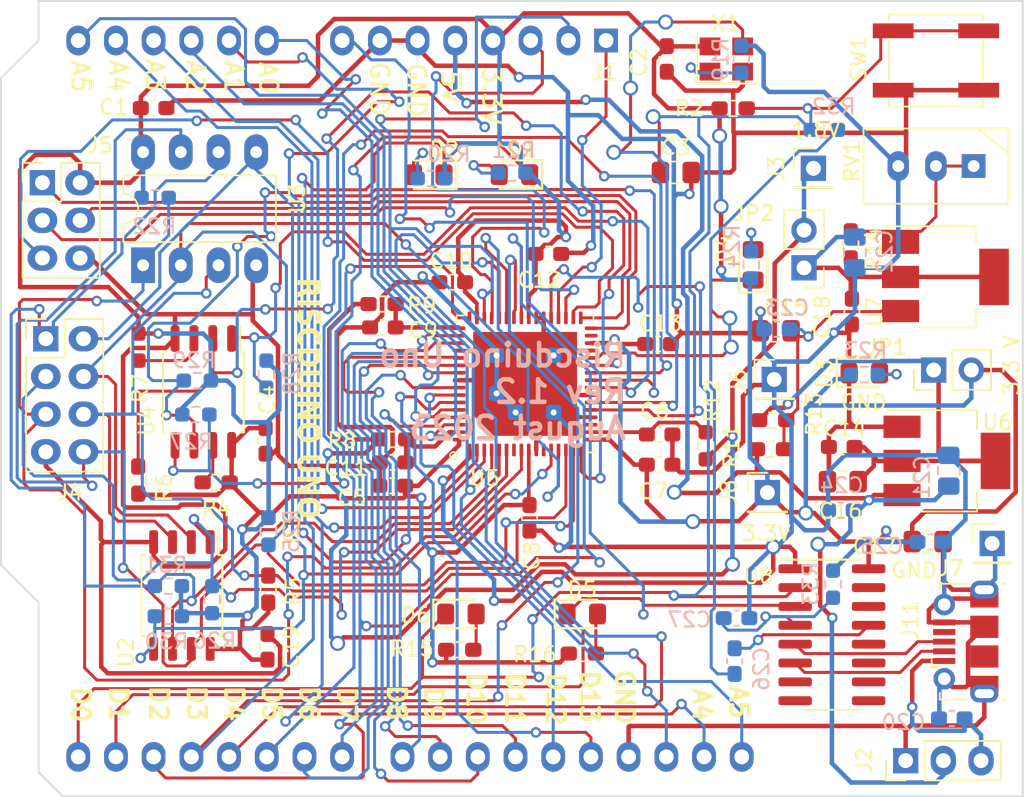
<source format=kicad_pcb>
(kicad_pcb (version 20221018) (generator pcbnew)
  (title_block (date "2023-07-21") (rev "1.0.2"))
  (layers (0 "F.Cu" jumper) (31 "B.Cu" signal) (34 "B.Paste" user) (35 "F.Paste" user) (36 "B.SilkS" user "B.Silkscreen") (37 "F.SilkS" user "F.Silkscreen") (38 "B.Mask" user) (39 "F.Mask" user) (44 "Edge.Cuts" user))
  (net 0 "")
  (net 1 "+5V")
  (net 2 "GND")
  (net 3 "+3.3VP")
  (net 4 "+3.3V")
  (net 5 "USB_D-")
  (net 6 "USB_D+")
  (net 7 "Net-(U7-VI)")
  (net 8 "ISP_MISO")
  (net 9 "ISP_SCK")
  (net 10 "ISP_MOSI")
  (net 11 "ISP_SSN")
  (net 12 "gpio")
  (net 13 "xclk")
  (net 14 "~{RST}")
  (net 15 "mprj_io_11")
  (net 16 "ardunio_a0")
  (net 17 "ardunio_a1")
  (net 18 "ardunio_a2")
  (net 19 "ardunio_a3")
  (net 20 "ardunio_a4")
  (net 21 "ardunio_a5")
  (net 22 "ardunio_d7")
  (net 23 "ardunio_d6")
  (net 24 "ardunio_d5")
  (net 25 "ardunio_d4")
  (net 26 "ardunio_d3")
  (net 27 "ardunio_d2")
  (net 28 "ardunio_d1")
  (net 29 "ardunio_d0")
  (net 30 "mprj_io_12")
  (net 31 "ardunio_d13")
  (net 32 "ardunio_d12")
  (net 33 "ardunio_d11")
  (net 34 "ardunio_d10")
  (net 35 "ardunio_d9")
  (net 36 "ardunio_d8")
  (net 37 "Net-(U8-V3)")
  (net 38 "CARAVEL_FLASH_IO3")
  (net 39 "USER_FLASH_IO3")
  (net 40 "CARAVEL_FLASH_IO2")
  (net 41 "USER_FLASH_IO2")
  (net 42 "CARAVEL_FLASH_IO1")
  (net 43 "USER_FLASH_IO1")
  (net 44 "CARAVEL_FLASH_IO0")
  (net 45 "USER_FLASH_IO0")
  (net 46 "CARAVEL_FLASH_SCK")
  (net 47 "USER_FLASH_SCK")
  (net 48 "CARAVEL_FLASH_SSN")
  (net 49 "USER_FLASH_SSN")
  (net 50 "USER_SRAM_SSN")
  (net 51 "mprj_io_30")
  (net 52 "mprj_io_32")
  (net 53 "mprj_io_37")
  (net 54 "mprj_io_0")
  (net 55 "mprj_io_5_ser_rx")
  (net 56 "+1V8")
  (net 57 "Net-(X1-EN)")
  (net 58 "/vccd2")
  (net 59 "/vccd1")
  (net 60 "+5VP")
  (net 61 "/vccd0")
  (net 62 "Net-(D1-A)")
  (net 63 "Net-(D2-A)")
  (net 64 "Net-(D3-A)")
  (net 65 "Net-(D4-A)")
  (net 66 "Net-(D5-A)")
  (net 67 "Net-(D6-A)")
  (net 68 "Net-(U7-ADJ)")
  (net 69 "Net-(U8-~{DTR})")
  (net 79 "/+1.8VP")
  (net 80 "Net-(C26-Pad2)")
  (footprint "Connector_PinHeader_2.54mm:PinHeader_1x01_P2.54mm_Vertical" (layer "F.Cu") (at 121.3866 75.0062)
    (fp_text reference "J6")
    (fp_text value "Conn_01x01" hide)
  )
  (footprint "Package_TO_SOT_SMD:SOT-223-3_TabPin2" (layer "F.Cu") (at 133.1464 80.4926)
    (fp_text reference "U6")
    (fp_text value "LM1117MP-3.3" hide)
  )
  (footprint "Riscduino:SOIC-8_5.23x5.23mm_P1.27mm" (layer "F.Cu") (at 81.4832 89.5604 -90)
    (fp_text reference "U2")
    (fp_text value "W25Q32JVSS" hide)
  )
  (footprint "Package_TO_SOT_SMD:SOT-223-3_TabPin2" (layer "F.Cu") (at 133.0452 68.0974)
    (fp_text reference "U7")
    (fp_text value "LM1117S-ADJ" hide)
  )
  (footprint "Riscduino:SOIC-16_3.9x9.9mm_P1.27mm" (layer "F.Cu") (at 125.2728 92.202)
    (fp_text reference "U8")
    (fp_text value "CH340C" hide)
  )
  (footprint "Connector_PinHeader_2.54mm:PinHeader_1x02_P2.54mm_Vertical" (layer "F.Cu") (at 132.1258 74.3712 90)
    (fp_text reference "JP1")
    (fp_text value "Jumper_2" hide)
  )
  (footprint "Connector_PinHeader_2.54mm:PinHeader_2x04_P2.54mm_Vertical" (layer "F.Cu") (at 72.3138 72.263)
    (fp_text reference "J4")
    (fp_text value "Conn_02x04_Odd_Even" hide)
  )
  (footprint "Capacitor_SMD:C_0603_1608Metric_Pad1.08x0.95mm_HandSolder" (layer "F.Cu") (at 114.1476 53.4132 -90)
    (fp_text reference "C2")
    (fp_text value "0.1uF" hide)
  )
  (footprint "Connector_PinHeader_2.54mm:PinHeader_1x02_P2.54mm_Vertical" (layer "F.Cu") (at 123.3932 67.4878 180)
    (fp_text reference "JP2")
    (fp_text value "Jumper_2" hide)
  )
  (footprint "Capacitor_SMD:C_0805_2012Metric_Pad1.18x1.45mm_HandSolder" (layer "F.Cu") (at 126.009 81.8896 180)
    (fp_text reference "C16")
    (fp_text value "22uF" hide)
  )
  (footprint "Connector_PinHeader_2.54mm:PinHeader_1x01_P2.54mm_Vertical" (layer "F.Cu") (at 136.0678 86.0552)
    (fp_text reference "J7")
    (fp_text value "Conn_01x01" hide)
  )
  (footprint "Capacitor_SMD:C_0603_1608Metric_Pad1.08x0.95mm_HandSolder" (layer "F.Cu") (at 95.0225 71.501)
    (fp_text reference "C9")
    (fp_text value "0.1uf" hide)
  )
  (footprint "Capacitor_SMD:C_0603_1608Metric_Pad1.08x0.95mm_HandSolder" (layer "F.Cu") (at 99.695 68.453 180)
    (fp_text reference "C10")
    (fp_text value "0.1uf" hide)
  )
  (footprint "Riscduino:LED_0805_2012Metric_Pad1.15x1.40mm_HandSolder" (layer "F.Cu") (at 127.4572 74.5744)
    (fp_text reference "D3")
    (fp_text value "RED LED")
  )
  (footprint "Capacitor_SMD:C_0805_2012Metric_Pad1.18x1.45mm_HandSolder" (layer "F.Cu") (at 121.4871 71.7296 180)
    (fp_text reference "C15")
    (fp_text value "10uF" hide)
  )
  (footprint "Resistor_SMD:R_0603_1608Metric_Pad0.98x0.95mm_HandSolder" (layer "F.Cu") (at 118.618 56.7417)
    (fp_text reference "R2")
    (fp_text value "10K" hide)
  )
  (footprint "Riscduino:LED_0805_2012Metric_Pad1.15x1.40mm_HandSolder" (layer "F.Cu") (at 103.8872 61.2049 180)
    (fp_text reference "D1")
    (fp_text value "GREEN LED")
  )
  (footprint "Riscduino.Library:Arduino_UNO_R3_WithMountingHoles" (layer "F.Cu") (at 110.0582 52.1716)
    (fp_text reference "J1" hide)
    (fp_text value "Conn_01x32_Pin")
    (fp_line (start -40.77 2.54) (end -38.23 0) (stroke (width 0.12)) (layer "Edge.Cuts"))
    (fp_line (start -40.77 35.31) (end -40.77 2.54) (stroke (width 0.12)) (layer "Edge.Cuts"))
    (fp_line (start -38.23 -2.67) (end 28.07 -2.67) (stroke (width 0.12)) (layer "Edge.Cuts"))
    (fp_line (start -38.23 0) (end -38.23 -2.67) (stroke (width 0.12)) (layer "Edge.Cuts"))
    (fp_line (start -38.23 37.85) (end -40.77 35.31) (stroke (width 0.12)) (layer "Edge.Cuts"))
    (fp_line (start -38.23 49.28) (end -38.23 37.85) (stroke (width 0.12)) (layer "Edge.Cuts"))
    (fp_line (start -36.58 50.93) (end -38.23 49.28) (stroke (width 0.12)) (layer "Edge.Cuts"))
    (fp_line (start 28.07 -2.67) (end 28.07 9.65) (stroke (width 0.12)) (layer "Edge.Cuts"))
    (fp_line (start 28.07 9.65) (end 28.07 29.72) (stroke (width 0.12)) (layer "Edge.Cuts"))
    (fp_line (start 28.07 29.72) (end 28.07 50.93) (stroke (width 0.12)) (layer "Edge.Cuts"))
    (fp_line (start 28.07 50.93) (end -36.58 50.93) (stroke (width 0.12)) (layer "Edge.Cuts"))
  )
  (footprint "Capacitor_SMD:C_0603_1608Metric_Pad1.08x0.95mm_HandSolder" (layer "F.Cu") (at 87.249 93.0159 90)
    (fp_text reference "C19")
    (fp_text value "0.1uf" hide)
  )
  (footprint "Capacitor_SMD:C_0603_1608Metric_Pad1.08x0.95mm_HandSolder" (layer "F.Cu") (at 95.6818 80.5942 180)
    (fp_text reference "C11")
    (fp_text value "0.1uf" hide)
  )
  (footprint "Riscduino.Library:SOIC-8_5.23x5.23mm_P1.27mm" (layer "F.Cu") (at 82.9272 75.8444 -90)
    (fp_text reference "U4")
    (fp_text value "W25Q32JVSS" hide)
  )
  (footprint "Resistor_SMD:R_0603_1608Metric_Pad0.98x0.95mm_HandSolder" (layer "F.Cu") (at 121.1326 79.7052)
    (fp_text reference "R11")
    (fp_text value "DNI" hide)
  )
  (footprint "Resistor_SMD:R_0603_1608Metric_Pad0.98x0.95mm_HandSolder" (layer "F.Cu") (at 100.203 93.218 180)
    (fp_text reference "R15")
    (fp_text value "470 Ohm" hide)
  )
  (footprint "Connector_USB:USB_Micro-B_Molex-105017-0001" (layer "F.Cu") (at 134.3045 92.67 90)
    (fp_text reference "J11")
    (fp_text value "USB_B_Micro" hide)
  )
  (footprint "Connector_PinHeader_2.54mm:PinHeader_1x01_P2.54mm_Vertical" (layer "F.Cu") (at 120.9294 82.6262)
    (fp_text reference "J8")
    (fp_text value "Conn_01x01" hide)
  )
  (footprint "Resistor_SMD:R_0603_1608Metric_Pad0.98x0.95mm_HandSolder" (layer "F.Cu") (at 116.7638 79.4766 -90)
    (fp_text reference "R12")
    (fp_text value "0E" hide)
  )
  (footprint "Resistor_SMD:R_0603_1608Metric_Pad0.98x0.95mm_HandSolder" (layer "F.Cu") (at 78.5368 81.7861 90)
    (fp_text reference "R6")
    (fp_text value "10K" hide)
  )
  (footprint "Resistor_SMD:R_0603_1608Metric_Pad0.98x0.95mm_HandSolder" (layer "F.Cu") (at 108.458 93.472 180)
    (fp_text reference "R16")
    (fp_text value "470 Ohm" hide)
  )
  (footprint "Resistor_SMD:R_0603_1608Metric_Pad0.98x0.95mm_HandSolder" (layer "F.Cu") (at 78.5622 72.8218 -90)
    (fp_text reference "R7")
    (fp_text value "10K" hide)
  )
  (footprint "Capacitor_SMD:C_0603_1608Metric_Pad1.08x0.95mm_HandSolder" (layer "F.Cu") (at 106.172 66.548)
    (fp_text reference "C12")
    (fp_text value "0.1uf" hide)
  )
  (footprint "Capacitor_SMD:C_0603_1608Metric_Pad1.08x0.95mm_HandSolder" (layer "F.Cu") (at 113.5634 72.6186)
    (fp_text reference "C13")
    (fp_text value "0.1uf" hide)
  )
  (footprint "Capacitor_SMD:C_0805_2012Metric_Pad1.18x1.45mm_HandSolder" (layer "F.Cu") (at 131.7244 85.9282)
    (fp_text reference "C17")
    (fp_text value "10uF" hide)
  )
  (footprint "Resistor_SMD:R_0603_1608Metric_Pad0.98x0.95mm_HandSolder" (layer "F.Cu") (at 83.7927 81.9404 180)
    (fp_text reference "R4")
    (fp_text value "10K" hide)
  )
  (footprint "Connector_PinHeader_2.54mm:PinHeader_1x01_P2.54mm_Vertical" (layer "F.Cu") (at 124.0282 60.7822)
    (fp_text reference "J3")
    (fp_text value "Conn_01x01" hide)
  )
  (footprint "Capacitor_SMD:C_0805_2012Metric_Pad1.18x1.45mm_HandSolder" (layer "F.Cu") (at 114.7572 61.0616)
    (fp_text reference "C3")
    (fp_text value "10uF" hide)
  )
  (footprint "Package_DIP:DIP-8_W7.62mm_LongPads" (layer "F.Cu") (at 78.867 67.31 90)
    (fp_text reference "U3")
    (fp_text value "23LC1024-I/P " hide)
  )
  (footprint "Capacitor_SMD:C_0603_1608Metric_Pad1.08x0.95mm_HandSolder" (layer "F.Cu") (at 95.6553 82.169)
    (fp_text reference "C5")
    (fp_text value "0.1uf" hide)
  )
  (footprint "Resistor_SMD:R_0603_1608Metric_Pad0.98x0.95mm_HandSolder" (layer "F.Cu") (at 87.2998 85.2424 -90)
    (fp_text reference "R3")
    (fp_text value "10K" hide)
  )
  (footprint "Connector_PinHeader_2.54mm:PinHeader_1x03_P2.54mm_Vertical" (layer "F.Cu") (at 130.2408 100.6856 90)
    (fp_text reference "J2")
    (fp_text value "Conn_01x03_Pin" hide)
  )
  (footprint "Capacitor_SMD:C_0603_1608Metric_Pad1.08x0.95mm_HandSolder" (layer "F.Cu") (at 113.6661 78.7146 180)
    (fp_text reference "C6")
    (fp_text value "0.1uf" hide)
  )
  (footprint "Resistor_SMD:R_0603_1608Metric_Pad0.98x0.95mm_HandSolder" (layer "F.Cu") (at 95.6818 79.0448)
    (fp_text reference "R8")
    (fp_text value "0E" hide)
  )
  (footprint "Resistor_SMD:R_0603_1608Metric_Pad0.98x0.95mm_HandSolder" (layer "F.Cu") (at 121.285 77.7494)
    (fp_text reference "R13")
    (fp_text value "0E" hide)
  )
  (footprint "Riscduino.Library:RISCDUINO_QFN-64-1EP_9x9mm_P0.5mm_EP7.65x7.65mm_Ver1.1" (layer "F.Cu") (at 100.854 79.756 90)
    (fp_text reference "U5")
    (fp_text value "Riscduino" hide)
  )
  (footprint "Riscduino.Library:SW_SPST_EVPBF_TS4550TP" (layer "F.Cu") (at 132.2832 53.5178 180)
    (fp_text reference "SW1")
    (fp_text value "4Pin Round Button SPST Straight Tactile Switch SMD - TS4550TP" hide)
  )
  (footprint "Capacitor_SMD:C_0603_1608Metric_Pad1.08x0.95mm_HandSolder" (layer "F.Cu") (at 126.619 70.4342 -90)
    (fp_text reference "C18")
    (fp_text value "0.1uF" hide)
  )
  (footprint "Riscduino:LED_0805_2012Metric_Pad1.15x1.40mm_HandSolder" (layer "F.Cu") (at 98.115 61.214 180)
    (fp_text reference locked "D2")
    (fp_text value "GREEN LED")
  )
  (footprint "Riscduino:LED_0805_2012Metric_Pad1.15x1.40mm_HandSolder" (layer "F.Cu") (at 119.9642 67.2846 90)
    (fp_text reference "D4")
    (fp_text value "GREEN LED" hide)
  )
  (footprint "Capacitor_SMD:C_0603_1608Metric_Pad1.08x0.95mm_HandSolder" (layer "F.Cu") (at 104.902 84.328 90)
    (fp_text reference "C8")
    (fp_text value "0.1uf" hide)
  )
  (footprint "Connector_PinHeader_2.54mm:PinHeader_2x03_P2.54mm_Vertical" (layer "F.Cu") (at 72.0852 61.7474)
    (fp_text reference "J5")
    (fp_text value "ISP" hide)
  )
  (footprint "Capacitor_SMD:C_0603_1608Metric_Pad1.08x0.95mm_HandSolder" (layer "F.Cu") (at 125.9328 79.5528 180)
    (fp_text reference "C14")
    (fp_text value "0.1uF" hide)
  )
  (footprint "Riscduino:Crystal_SMD_Abracon_ABM8G-4Pin_3.2x2.5mm" (layer "F.Cu") (at 118.1608 53.4162)
    (fp_text reference "X1")
    (fp_text value "ASE-10.000MHZ-LC-T" hide)
  )
  (footprint "Capacitor_SMD:C_0603_1608Metric_Pad1.08x0.95mm_HandSolder" (layer "F.Cu") (at 113.6661 80.7466 180)
    (fp_text reference "C7")
    (fp_text value "0.1uf" hide)
  )
  (footprint "Resistor_SMD:R_0603_1608Metric_Pad0.98x0.95mm_HandSolder" (layer "F.Cu") (at 87.2998 89.1286 90)
    (fp_text reference "R5")
    (fp_text value "10K" hide)
  )
  (footprint "Capacitor_SMD:C_0603_1608Metric_Pad1.08x0.95mm_HandSolder" (layer "F.Cu") (at 87.122 79.1464 -90)
    (fp_text reference "C4")
    (fp_text value "0.1uf" hide)
  )
  (footprint "Riscduino:LED_0805_2012Metric_Pad1.15x1.40mm_HandSolder" (layer "F.Cu") (at 108.458 90.805)
    (fp_text reference "D5")
    (fp_text value "GREEN LED")
  )
  (footprint "Capacitor_SMD:C_0603_1608Metric_Pad1.08x0.95mm_HandSolder" (layer "F.Cu") (at 79.5771 56.7182)
    (fp_text reference "C1")
    (fp_text value "0.1uf" hide)
  )
  (footprint "Riscduino.Library:Potentiometer_Bourns_3296W_Vertical" (layer "F.Cu") (at 134.8232 60.6298)
    (fp_text reference "RV1")
    (fp_text value "500 Ohm Trim Pot" hide)
  )
  (footprint "Riscduino.Library:LED_0805_2012Metric_Pad1.15x1.40mm_HandSolder" (layer "F.Cu") (at 100.2792 90.805)
    (fp_text reference "D6")
    (fp_text value "BLUE LED")
  )
  (footprint "Resistor_SMD:R_0603_1608Metric_Pad0.98x0.95mm_HandSolder" (layer "F.Cu") (at 126.5428 65.9384 90)
    (fp_text reference "R14")
    (fp_text value "470 Ohm" hide)
  )
  (footprint "Resistor_SMD:R_0603_1608Metric_Pad0.98x0.95mm_HandSolder" (layer "F.Cu") (at 94.9706 69.9262)
    (fp_text reference "R9")
    (fp_text value "0E" hide)
  )
  (footprint "Resistor_SMD:R_0603_1608Metric_Pad0.98x0.95mm_HandSolder" (layer "B.Cu") (at 124.7648 58.1914 180)
    (fp_text reference "R32")
    (fp_text value "0 Ohm" hide)
  )
  (footprint "Capacitor_SMD:C_0603_1608Metric_Pad1.08x0.95mm_HandSolder" (layer "B.Cu") (at 133.35 97.8408 180)
    (fp_text reference "C20")
    (fp_text value "0.1uF" hide)
  )
  (footprint "Resistor_SMD:R_0603_1608Metric_Pad0.98x0.95mm_HandSolder" (layer "B.Cu") (at 125.349 88.7965 90)
    (fp_text reference "R33")
    (fp_text value "0E" hide)
  )
  (footprint "Resistor_SMD:R_0603_1608Metric_Pad0.98x0.95mm_HandSolder" (layer "B.Cu") (at 87.3252 85.2189 -90)
    (fp_text reference "R25")
    (fp_text value "10K" hide)
  )
  (footprint "Resistor_SMD:R_0603_1608Metric_Pad0.98x0.95mm_HandSolder" (layer "B.Cu") (at 127.4591 74.676 180)
    (fp_text reference "R23")
    (fp_text value "470 Ohm" hide)
  )
  (footprint "Capacitor_SMD:C_0603_1608Metric_Pad1.08x0.95mm_HandSolder" (layer "B.Cu") (at 118.7196 93.98 -90)
    (fp_text reference "C26")
    (fp_text value "0.1uF" hide)
  )
  (footprint "Resistor_SMD:R_0603_1608Metric_Pad0.98x0.95mm_HandSolder" (layer "B.Cu") (at 83.5152 89.8379 90)
    (fp_text reference "R26")
    (fp_text value "10K" hide)
  )
  (footprint "Capacitor_SMD:C_0603_1608Metric_Pad1.08x0.95mm_HandSolder" (layer "B.Cu") (at 118.8466 91.0844 180)
    (fp_text reference "C27")
    (fp_text value "0.1uF" hide)
  )
  (footprint "Resistor_SMD:R_0603_1608Metric_Pad0.98x0.95mm_HandSolder" (layer "B.Cu") (at 82.4192 77.3684)
    (fp_text reference "R27")
    (fp_text value "10K" hide)
  )
  (footprint "Resistor_SMD:R_0603_1608Metric_Pad0.98x0.95mm_HandSolder" (layer "B.Cu") (at 119.1768 53.4397 90)
    (fp_text reference "R19")
    (fp_text value "DNI" hide)
  )
  (footprint "Resistor_SMD:R_0603_1608Metric_Pad0.98x0.95mm_HandSolder" (layer "B.Cu") (at 87.1728 74.6506 -90)
    (fp_text reference "R28")
    (fp_text value "10K")
  )
  (footprint "Resistor_SMD:R_0603_1608Metric_Pad0.98x0.95mm_HandSolder" (layer "B.Cu") (at 82.5227 75.0824 180)
    (fp_text reference "R29")
    (fp_text value "10K")
  )
  (footprint "Resistor_SMD:R_0603_1608Metric_Pad0.98x0.95mm_HandSolder" (layer "B.Cu") (at 98.2745 61.468)
    (fp_text reference "R20")
    (fp_text value "470 Ohm" hide)
  )
  (footprint "Resistor_SMD:R_0603_1608Metric_Pad0.98x0.95mm_HandSolder" (layer "B.Cu") (at 103.7184 61.1033)
    (fp_text reference "R21")
    (fp_text value "470 Ohm" hide)
  )
  (footprint "Resistor_SMD:R_0603_1608Metric_Pad0.98x0.95mm_HandSolder" (layer "B.Cu") (at 119.8372 67.2846 -90)
    (fp_text reference "R24")
    (fp_text value "470 Ohm" hide)
  )
  (footprint "Capacitor_SMD:C_0805_2012Metric_Pad1.18x1.45mm_HandSolder" (layer "B.Cu") (at 126.8222 66.4464 -90)
    (fp_text reference "C22")
    (fp_text value "22uF" hide)
  )
  (footprint "Capacitor_SMD:C_0805_2012Metric_Pad1.18x1.45mm_HandSolder" (layer "B.Cu") (at 133.1468 81.153 90)
    (fp_text reference "C21")
    (fp_text value "10uF" hide)
  )
  (footprint "Resistor_SMD:R_0603_1608Metric_Pad0.98x0.95mm_HandSolder" (layer "B.Cu") (at 80.5707 90.9574 180)
    (fp_text reference "R30")
    (fp_text value "10K" hide)
  )
  (footprint "Capacitor_SMD:C_0603_1608Metric_Pad1.08x0.95mm_HandSolder" (layer "B.Cu") (at 121.5633 71.628 180)
    (fp_text reference "C23")
    (fp_text value "0.1uF" hide)
  )
  (footprint "Capacitor_SMD:C_0603_1608Metric_Pad1.08x0.95mm_HandSolder" (layer "B.Cu") (at 125.8824 83.82 180)
    (fp_text reference "C24")
    (fp_text value "0.1uF")
  )
  (footprint "Capacitor_SMD:C_0603_1608Metric_Pad1.08x0.95mm_HandSolder" (layer "B.Cu") (at 131.9022 85.9536)
    (fp_text reference "C25")
    (fp_text value "0.1uF" hide)
  )
  (footprint "Resistor_SMD:R_0603_1608Metric_Pad0.98x0.95mm_HandSolder" (layer "B.Cu") (at 80.5707 88.9254 180)
    (fp_text reference "R31")
    (fp_text value "10K" hide)
  )
  (footprint "Resistor_SMD:R_0603_1608Metric_Pad0.98x0.95mm_HandSolder" (layer "B.Cu") (at 79.6798 62.7634)
    (fp_text reference "R22")
    (fp_text value "10K" hide)
  )
  (gr_text "Riscduino Uno\nRev 1.2\nAugust 2023" (at 111.5568 79.1718) (layer "B.SilkS") (effects (font (size 1.524 1.524) (thickness 0.3048) bold) (justify left bottom mirror)))
  (gr_text "D6" (at 89.357201 95.503857 270) (layer "F.SilkS") (effects (font (size 1.2 1.2) (thickness 0.25) bold) (justify left bottom)))
  (gr_text "A4" (at 115.824 95.6818 270) (layer "F.SilkS") (effects (font (size 1.2 1.2) (thickness 0.25) bold) (justify left bottom)))
  (gr_text "A3" (at 78.9686 53.3146 270) (layer "F.SilkS") (effects (font (size 1.2 1.2) (thickness 0.1875)) (justify left bottom)))
  (gr_text "D0" (at 73.9648 95.5802 270) (layer "F.SilkS") (effects (font (size 1.2 1.2) (thickness 0.25) bold) (justify left bottom)))
  (gr_text "A0" (at 86.614 53.4924 -90) (layer "F.SilkS") (effects (font (size 1.2 1.2) (thickness 0.1875)) (justify left bottom)))
  (gr_text "D10" (at 100.6094 94.5896 270) (layer "F.SilkS") (effects (font (size 1.2 1.2) (thickness 0.25) bold) (justify left bottom)))
  (gr_text "A1" (at 84.2772 53.4162 270) (layer "F.SilkS") (effects (font (size 1.2 1.2) (thickness 0.1875)) (justify left bottom)))
  (gr_text "J1" (at 108.966 54.9148) (layer "F.SilkS") (effects (font (size 1.016 1.016) (thickness 0.1524)) (justify left bottom)))
  (gr_text "GND" (at 110.617 94.4118 270) (layer "F.SilkS") (effects (font (size 1.2 1.2) (thickness 0.25) bold) (justify left bottom)))
  (gr_text "D3" (at 81.7626 95.503857 270) (layer "F.SilkS") (effects (font (size 1.2 1.2) (thickness 0.25) bold) (justify left bottom)))
  (gr_text "5V" (at 98.8822 54.0766 270) (layer "F.SilkS") (effects (font (size 1.2 1.2) (thickness 0.1875)) (justify left bottom)))
  (gr_text "D4" (at 84.294133 95.503857 270) (layer "F.SilkS") (effects (font (size 1.2 1.2) (thickness 0.25) bold) (justify left bottom)))
  (gr_text "D13" (at 108.2294 94.4626 270) (layer "F.SilkS") (effects (font (size 1.2 1.2) (thickness 0.25) bold) (justify left bottom)))
  (gr_text "D9" (at 97.7646 95.5548 270) (layer "F.SilkS") (effects (font (size 1.2 1.2) (thickness 0.25) bold) (justify left bottom)))
  (gr_text "D11" (at 103.2256 94.6404 270) (layer "F.SilkS") (effects (font (size 1.2 1.2) (thickness 0.25) bold) (justify left bottom)))
  (gr_text "A4" (at 76.5048 53.3654 270) (layer "F.SilkS") (effects (font (size 1.2 1.2) (thickness 0.1875)) (justify left bottom)))
  (gr_text "RISCDUINO UNO" (at 89.027 68.1482 270) (layer "F.SilkS") (effects (font (size 1.524 1.27) (thickness 0.1524)) (justify left bottom)))
  (gr_text "A5" (at 73.9648 53.3908 270) (layer "F.SilkS") (effects (font (size 1.2 1.2) (thickness 0.1875)) (justify left bottom)))
  (gr_text "1.8V" (at 122.4534 58.7756) (layer "F.SilkS") (effects (font (size 1.016 1.016) (thickness 0.1524)) (justify left bottom)))
  (gr_text "D8" (at 95.25 95.4532 270) (layer "F.SilkS") (effects (font (size 1.2 1.2) (thickness 0.25) bold) (justify left bottom)))
  (gr_text "D2" (at 79.231067 95.503857 270) (layer "F.SilkS") (effects (font (size 1.2 1.2) (thickness 0.25) bold) (justify left bottom)))
  (gr_text "D7" (at 91.8972 95.5548 270) (layer "F.SilkS") (effects (font (size 1.2 1.2) (thickness 0.25) bold) (justify left bottom)))
  (gr_text "3.3 V" (at 137.9728 76.1746 90) (layer "F.SilkS") (effects (font (size 1.016 1.016) (thickness 0.1524)) (justify left bottom)))
  (gr_text "A5" (at 118.3132 95.504 270) (layer "F.SilkS") (effects (font (size 1.2 1.2) (thickness 0.25) bold) (justify left bottom)))
  (gr_text "D12" (at 105.9434 94.615 270) (layer "F.SilkS") (effects (font (size 1.2 1.2) (thickness 0.25) bold) (justify left bottom)))
  (gr_text "GND" (at 129.159 88.4682) (layer "F.SilkS") (effects (font (size 1.016 1.016) (thickness 0.1524)) (justify left bottom)))
  (gr_text "D5" (at 86.825666 95.503857 270) (layer "F.SilkS") (effects (font (size 1.2 1.2) (thickness 0.25) bold) (justify left bottom)))
  (gr_text "GND" (at 96.5962 53.5686 270) (layer "F.SilkS") (effects (font (size 1.2 1.2) (thickness 0.1875)) (justify left bottom)))
  (gr_text "D1" (at 76.5048 95.5294 270) (layer "F.SilkS") (effects (font (size 1.2 1.2) (thickness 0.25) bold) (justify left bottom)))
  (gr_text "3.3V" (at 119.1006 85.979) (layer "F.SilkS") (effects (font (size 1.016 1.016) (thickness 0.1524)) (justify left bottom)))
  (gr_text "3.3V" (at 101.6508 53.8226 270) (layer "F.SilkS") (effects (font (size 1.2 1.2) (thickness 0.1875)) (justify left bottom)))
  (gr_text "GND" (at 94.0816 53.4924 270) (layer "F.SilkS") (effects (font (size 1.2 1.2) (thickness 0.1875)) (justify left bottom)))
  (gr_text "A2" (at 81.6864 53.3654 270) (layer "F.SilkS") (effects (font (size 1.2 1.2) (thickness 0.1875)) (justify left bottom)))
  (gr_text "GND" (at 125.7808 77.1398) (layer "F.SilkS") (effects (font (size 1.016 1.016) (thickness 0.1524)) (justify left bottom)))
  (segment (start 100.7374 56.3118) (end 108.54076 56.3118) (width 0.3048) (layer "F.Cu") (net 1))
  (segment (start 114.7064 82.6516) (end 117.5004 82.6516) (width 0.3048) (layer "F.Cu") (net 1))
  (segment (start 124.333 86.106) (end 124.4854 86.2584) (width 0.3048) (layer "F.Cu") (net 1))
  (segment (start 120.2201 79.7052) (end 120.2201 81.2662) (width 0.3048) (layer "F.Cu") (net 1))
  (segment (start 121.7811 81.2662) (end 120.2201 81.2662) (width 0.3048) (layer "F.Cu") (net 1))
  (segment (start 128.1135 82.7926) (end 127.7665 83.1396) (width 0.3048) (layer "F.Cu") (net 1))
  (segment (start 124.4854 86.2584) (end 124.4854 90.2462) (width 0.3048) (layer "F.Cu") (net 1))
  (segment (start 127.7665 83.0064) (end 123.5213 83.0064) (width 0.3048) (layer "F.Cu") (net 1))
  (segment (start 123.5213 83.0064) (end 121.7811 81.2662) (width 0.3048) (layer "F.Cu") (net 1))
  (segment (start 100.6607 56.3885) (end 100.7374 56.3118) (width 0.3048) (layer "F.Cu") (net 1))
  (segment (start 108.54076 56.3118) (end 108.68988 56.16268) (width 0.3048) (layer "F.Cu") (net 1))
  (segment (start 114.6556 82.6008) (end 114.7064 82.6516) (width 0.3048) (layer "F.Cu") (net 1))
  (segment (start 124.4854 90.2462) (end 125.2982 91.059) (width 0.3048) (layer "F.Cu") (net 1))
  (segment (start 118.8858 81.2662) (end 120.2201 81.2662) (width 0.3048) (layer "F.Cu") (net 1))
  (segment (start 127.7665 83.1396) (end 127.7665 83.0064) (width 0.3048) (layer "F.Cu") (net 1))
  (segment (start 117.5004 82.6516) (end 118.8858 81.2662) (width 0.3048) (layer "F.Cu") (net 1))
  (segment (start 129.9964 82.7926) (end 128.1135 82.7926) (width 0.3048) (layer "F.Cu") (net 1))
  (via (at 125.2982 91.059) (size 0.7112) (drill 0.4064) (layers "F.Cu" "B.Cu") (net 1))
  (via (at 124.333 86.106) (size 1.016) (drill 0.7112) (layers "F.Cu" "B.Cu") (net 1))
  (via (at 108.68988 56.16268) (size 0.7112) (drill 0.4064) (layers "F.Cu" "B.Cu") (net 1))
  (via (at 100.6607 56.3885) (size 0.7112) (drill 0.4064) (layers "F.Cu" "B.Cu") (net 1))
  (via (at 114.6556 82.6008) (size 1.016) (drill 0.7112) (layers "F.Cu" "B.Cu") (net 1))
  (via (at 127.7665 83.1396) (size 0.7112) (drill 0.4064) (layers "F.Cu" "B.Cu") (net 1))
  (segment (start 127.7665 83.1396) (end 127.0861 83.82) (width 0.3048) (layer "B.Cu") (net 1))
  (segment (start 116.5352 59.9694) (end 116.5352 64.918486) (width 0.3048) (layer "B.Cu") (net 1))
  (segment (start 126.5682 102.1588) (end 132.2832 102.1588) (width 0.3048) (layer "B.Cu") (net 1))
  (segment (start 115.5398 81.7166) (end 114.6556 82.6008) (width 0.3048) (layer "B.Cu") (net 1))
  (segment (start 100.6607 56.3885) (end 99.8982 55.626) (width 0.3048) (layer "B.Cu") (net 1))
  (segment (start 115.2511 66.202586) (end 115.2511 69.2133) (width 0.3048) (layer "B.Cu") (net 1))
  (segment (start 132.2832 102.1588) (end 132.7808 101.6612) (width 0.3048) (layer "B.Cu") (net 1))
  (segment (start 115.2511 69.2133) (end 115.5398 69.502) (width 0.3048) (layer "B.Cu") (net 1))
  (segment (start 115.5398 69.502) (end 115.5398 81.7166) (width 0.3048) (layer "B.Cu") (net 1))
  (segment (start 125.6284 86.106) (end 126.5174 85.217) (width 0.3048) (layer "B.Cu") (net 1))
  (segment (start 125.2982 91.059) (end 125.2728 91.0844) (width 0.3048) (layer "B.Cu") (net 1))
  (segment (start 132.7808 101.6612) (end 132.7808 100.6856) (width 0.3048) (layer "B.Cu") (net 1))
  (segment (start 99.8982 55.626) (end 99.8982 52.1716) (width 0.3048) (layer "B.Cu") (net 1))
  (segment (start 125.6284 86.106) (end 124.333 86.106) (width 0.3048) (layer "B.Cu") (net 1))
  (segment (start 125.2728 91.0844) (end 125.2728 100.8634) (width 0.3048) (layer "B.Cu") (net 1))
  (segment (start 125.2728 100.8634) (end 126.5682 102.1588) (width 0.3048) (layer "B.Cu") (net 1))
  (segment (start 133.1468 82.1905) (end 132.1977 83.1396) (width 0.3048) (layer "B.Cu") (net 1))
  (segment (start 126.5174 84.0475) (end 126.5174 85.217) (width 0.3048) (layer "B.Cu") (net 1))
  (segment (start 116.5352 64.918486) (end 115.2511 66.202586) (width 0.3048) (layer "B.Cu") (net 1))
  (segment (start 114.8588 58.293) (end 116.5352 59.9694) (width 0.3048) (layer "B.Cu") (net 1))
  (segment (start 112.3696 58.293) (end 114.8588 58.293) (width 0.3048) (layer "B.Cu") (net 1))
  (segment (start 108.68988 56.16268) (end 110.23928 56.16268) (width 0.3048) (layer "B.Cu") (net 1))
  (segment (start 110.23928 56.16268) (end 112.3696 58.293) (width 0.3048) (layer "B.Cu") (net 1))
  (segment (start 132.1977 83.1396) (end 127.7665 83.1396) (width 0.3048) (layer "B.Cu") (net 1))
  (segment (start 133.4046 95.7326) (end 134.2831 95.7326) (width 0.3048) (layer "F.Cu") (net 2))
  (segment (start 90.7796 56.2102) (end 92.4814 54.5084) (width 0.3048) (layer "F.Cu") (net 2))
  (segment (start 132.842 95.17) (end 133.4046 95.7326) (width 0.3048) (layer "F.Cu") (net 2))
  (segment (start 126.4322 71.4835) (end 126.4322 71.8599) (width 0.3048) (layer "F.Cu") (net 2))
  (segment (start 81.442611 83.439) (end 83.82 83.439) (width 0.3048) (layer "F.Cu") (net 2))
  (segment (start 79.121 70.612) (end 81.0222 70.612) (width 0.3048) (layer "F.Cu") (net 2))
  (segment (start 134.942 95.57) (end 135.542 96.17) (width 0.3048) (layer "F.Cu") (net 2))
  (segment (start 106.8352 77.5372) (end 108.3063 77.5372) (width 0.3048) (layer "F.Cu") (net 2))
  (segment (start 95.96753 68.453) (end 97.7008 68.453) (width 0.3048) (layer "F.Cu") (net 2))
  (segment (start 109.0352 73.0748) (end 108.3063 73.0748) (width 0.2502) (layer "F.Cu") (net 2))
  (segment (start 103.7844 89.916) (end 105.7328 87.9676) (width 0.3048) (layer "F.Cu") (net 2))
  (segment (start 130.2408 100.6856) (end 130.2408 98.664) (width 0.3048) (layer "F.Cu") (net 2))
  (segment (start 118.6828 58.3877) (end 118.6828 60.819) (width 0.3048) (layer "F.Cu") (net 2))
  (segment (start 91.9226 77.9018) (end 92.235 78.2142) (width 0.3048) (layer "F.Cu") (net 2))
  (segment (start 100.154 75.056) (end 101.794 75.056) (width 0.3048) (layer "F.Cu") (net 2))
  (segment (start 122.7978 87.757) (end 122.7978 86.6536) (width 0.3048) (layer "F.Cu") (net 2))
  (segment (start 98.552 53.8734) (end 103.4288 53.8734) (width 0.3048) (layer "F.Cu") (net 2))
  (segment (start 80.2386 87.6046) (end 79.5782 86.9442) (width 0.3048) (layer "F.Cu") (net 2))
  (segment (start 129.7432 60.6298) (end 130.2695 60.1035) (width 0.3048) (layer "F.Cu") (net 2))
  (segment (start 103.4288 53.8734) (end 104.1908 54.6354) (width 0.3048) (layer "F.Cu") (net 2))
  (segment (start 81.247006 83.634605) (end 81.442611 83.439) (width 0.3048) (layer "F.Cu") (net 2))
  (segment (start 95.6749 78.3775) (end 95.6749 79.7386) (width 0.3048) (layer "F.Cu") (net 2))
  (segment (start 115.416 55.5441) (end 114.1476 54.2757) (width 0.3048) (layer "F.Cu") (net 2))
  (segment (start 88.0973 93.0017) (end 88.0973 94.415) (width 0.3048) (layer "F.Cu") (net 2))
  (segment (start 125.0703 81.7908) (end 125.0703 80.6718) (width 0.3048) (layer "F.Cu") (net 2))
  (segment (start 75.3364 66.8274) (end 79.121 70.612) (width 0.3048) (layer "F.Cu") (net 2))
  (segment (start 76.0476 86.1314) (end 76.2186 85.9604) (width 0.3048) (layer "F.Cu") (net 2))
  (segment (start 111.5782 100.4316) (end 111.5782 98.429) (width 0.3048) (layer "F.Cu") (net 2))
  (segment (start 76.0222 84.545022) (end 76.0222 85.764) (width 0.3048) (layer "F.Cu") (net 2))
  (segment (start 87.7096 94.8027) (end 76.4893 94.8027) (width 0.3048) (layer "F.Cu") (net 2))
  (segment (start 121.3098 86.2838) (end 121.3172 86.2764) (width 0.3048) (layer "F.Cu") (net 2))
  (segment (start 115.7947 62.3863) (end 115.6716 62.5094) (width 0.3048) (layer "F.Cu") (net 2))
  (segment (start 109.054 73.056) (end 109.0352 73.0748) (width 0.2502) (layer "F.Cu") (net 2))
  (segment (start 94.8182 52.1716) (end 97.3582 52.1716) (width 0.3048) (layer "F.Cu") (net 2))
  (segment (start 92.4814 54.493211) (end 92.898011 54.0766) (width 0.3048) (layer "F.Cu") (net 2))
  (segment (start 94.8193 82.1425) (end 94.8193 80.5942) (width 0.3048) (layer "F.Cu") (net 2))
  (segment (start 79.5782 86.9442) (end 79.5782 85.9604) (width 0.3048) (layer "F.Cu") (net 2))
  (segment (start 132.842 90.17) (end 132.1816 90.17) (width 0.3048) (layer "F.Cu") (net 2))
  (segment (start 109.0352 77.5372) (end 109.054 77.556) (width 0.2502) (layer "F.Cu") (net 2))
  (segment (start 92.4814 71.501) (end 91.9226 72.0598) (width 0.3048) (layer "F.Cu") (net 2))
  (segment (start 80.3853 72.8813) (end 78.08893 72.8813) (width 0.3048) (layer "F.Cu") (net 2))
  (segment (start 87.9569 79.6431) (end 87.5911 80.0089) (width 0.3048) (layer "F.Cu") (net 2))
  (segment (start 132.7619 88.5405) (end 133.3914 89.17) (width 0.3048) (layer "F.Cu") (net 2))
  (segment (start 125.0703 80.6718) (end 125.0703 79.5528) (width 0.3048) (layer "F.Cu") (net 2))
  (segment (start 115.7947 61.0616) (end 115.7947 62.3863) (width 0.3048) (layer "F.Cu") (net 2))
  (segment (start 88.7067 80.8327) (end 94.5808 80.8327) (width 0.3048) (layer "F.Cu") (net 2))
  (segment (start 131.8095 90.5421) (end 131.8095 91.37) (width 0.3048) (layer "F.Cu") (net 2))
  (segment (start 135.542 97.757) (end 135.542 96.17) (width 0.3048) (layer "F.Cu") (net 2))
  (segment (start 83.82 83.439) (end 84.4042 84.0232) (width 0.3048) (layer "F.Cu") (net 2))
  (segment (start 78.08893 72.8813) (end 77.5208 73.44943) (width 0.3048) (layer "F.Cu") (net 2))
  (segment (start 135.242 91.37) (end 132.842 91.37) (width 0.3048) (layer "F.Cu") (net 2))
  (segment (start 115.1631 71.8814) (end 114.8291 71.5474) (width 0.3048) (layer "F.Cu") (net 2))
  (segment (start 130.2695 60.1035) (end 130.2695 58.3877) (width 0.3048) (layer "F.Cu") (net 2))
  (segment (start 115.1631 71.8815) (end 115.1631 71.8814) (width 0.3048) (layer "F.Cu") (net 2))
  (segment (start 114.5286 80.7466) (end 114.5286 78.7146) (width 0.3048) (layer "F.Cu") (net 2))
  (segment (start 106.8832 86.342501) (end 106.941901 86.2838) (width 0.3048) (layer "F.Cu") (net 2))
  (segment (start 125.5408 78.1926) (end 126.7752 78.1926) (width 0.3048) (layer "F.Cu") (net 2))
  (segment (start 133.3914 89.17) (end 135.542 89.17) (width 0.3048) (layer "F.Cu") (net 2))
  (segment (start 107.088989 87.9676) (end 107.818189 88.6968) (width 0.3048) (layer "F.Cu") (net 2))
  (segment (start 126.7752 78.1926) (end 129.9964 78.1926) (width 0.3048) (layer "F.Cu") (net 2))
  (segment (start 87.249 92.1534) (end 88.0973 93.0017) (width 0.3048) (layer "F.Cu") (net 2))
  (segment (start 130.2695 58.3877) (end 130.2695 55.5178) (width 0.3048) (layer "F.Cu") (net 2))
  (segment (start 87.9569 72.7472) (end 87.9569 79.6431) (width 0.3048) (layer "F.Cu") (net 2))
  (segment (start 84.4042 86.459426) (end 83.259026 87.6046) (width 0.3048) (layer "F.Cu") (net 2))
  (segment (start 86.1512 70.612) (end 86.2528 70.5104) (width 0.3048) (layer "F.Cu") (net 2))
  (segment (start 76.0222 85.764) (end 76.2186 85.9604) (width 0.3048) (layer "F.Cu") (net 2))
  (segment (start 120.2977 71.8815) (end 115.1631 71.8815) (width 0.3048) (layer "F.Cu") (net 2))
  (segment (start 130.2695 55.5178) (end 135.1632 55.5178) (width 0.3048) (layer "F.Cu") (net 2))
  (segment (start 117.2337 81.2649) (end 119.2856 79.213) (width 0.3048) (layer "F.Cu") (net 2))
  (segment (start 130.5814 98.3234) (end 134.9756 98.3234) (width 0.3048) (layer "F.Cu") (net 2))
  (segment (start 111.5782 98.429) (end 111.6584 98.3488) (width 0.3048) (layer "F.Cu") (net 2))
  (segment (start 98.8325 68.453) (end 97.7008 68.453) (width 0.3048) (layer "F.Cu") (net 2))
  (segment (start 87.9569 80.0829) (end 88.7067 80.8327) (width 0.3048) (layer "F.Cu") (net 2))
  (segment (start 118.6249 57.22487) (end 118.6249 55.602) (width 0.3048) (layer "F.Cu") (net 2))
  (segment (start 105.354 70.856) (end 105.854 70.856) (width 0.3048) (layer "F.Cu") (net 2))
  (segment (start 134.4457 95.57) (end 134.4457 92.7663) (width 0.3048) (layer "F.Cu") (net 2))
  (segment (start 81.0222 70.612) (end 86.1512 70.612) (width 0.3048) (layer "F.Cu") (net 2))
  (segment (start 120.4496 71.7296) (end 120.4496 70.449) (width 0.3048) (layer "F.Cu") (net 2))
  (segment (start 125.4044 71.8599) (end 126.4322 71.8599) (width 0.3048) (layer "F.Cu") (net 2))
  (segment (start 92.4814 54.5084) (end 92.4814 54.493211) (width 0.3048) (layer "F.Cu") (net 2))
  (segment (start 120.4722 88.6968) (end 121.3172 87.8518) (width 0.3048) (layer "F.Cu") (net 2))
  (segment (start 72.3138 80.836622) (end 76.0222 84.545022) (width 0.3048) (layer "F.Cu") (net 2))
  (segment (start 118.4402 61.0616) (end 115.7947 61.0616) (width 0.3048) (layer "F.Cu") (net 2))
  (segment (start 105.7328 87.9676) (end 107.088989 87.9676) (width 0.3048) (layer "F.Cu") (net 2))
  (segment (start 132.7619 85.9282) (end 132.7619 88.5405) (width 0.3048) (layer "F.Cu") (net 2))
  (segment (start 102.5144 89.916) (end 103.7844 89.916) (width 0.3048) (layer "F.Cu") (net 2))
  (segment (start 134.8883 95.57) (end 134.4457 95.57) (width 0.3048) (layer "F.Cu") (net 2))
  (segment (start 99.30637 81.82103) (end 100.854 80.2734) (width 0.3048) (layer "F.Cu") (net 2))
  (segment (start 122.7978 86.6536) (end 122.4206 86.2764) (width 0.3048) (layer "F.Cu") (net 2))
  (segment (start 131.8095 91.37) (end 132.842 91.37) (width 0.3048) (layer "F.Cu") (net 2))
  (segment (start 134.2831 95.7326) (end 134.4457 95.57) (width 0.3048) (layer "F.Cu") (net 2))
  (segment (start 125.0703 80.6718) (end 125.0703 78.6631) (width 0.3048) (layer "F.Cu") (net 2))
  (segment (start 134.9756 98.3234) (end 135.542 97.757) (width 0.3048) (layer "F.Cu") (net 2))
  (segment (start 87.9569 79.6431) (end 87.9569 80.0829) (width 0.3048) (layer "F.Cu") (net 2))
  (segment (start 80.4396 56.7182) (end 80.9476 56.2102) (width 0.3048) (layer "F.Cu") (net 2))
  (segment (start 86.2528 71.0431) (end 87.9569 72.7472) (width 0.3048) (layer "F.Cu") (net 2))
  (segment (start 106.8832 86.342501) (end 105.731199 85.1905) (width 0.3048) (layer "F.Cu") (net 2))
  (segment (start 122.4206 86.2764) (end 121.3172 86.2764) (width 0.3048) (layer "F.Cu") (net 2))
  (segment (start 118.9404 55.5441) (end 119.2608 55.2237) (width 0.3048) (layer "F.Cu") (net 2))
  (segment (start 120.0208 75.3814) (end 121.3866 75.3814) (width 0.3048) (layer "F.Cu") (net 2))
  (segment (start 126.4322 74.5744) (end 126.4322 77.8496) (width 0.3048) (layer "F.Cu") (net 2))
  (segment (start 86.2528 67.5442) (end 86.2528 71.0431) (width 0.3048) (layer "F.Cu") (net 2))
  (segment (start 95.5116 78.2142) (end 95.6749 78.3775) (width 0.3048) (layer "F.Cu") (net 2))
  (segment (start 81.0222 71.4965) (end 81.0222 72.2444) (width 0.3048) (layer "F.Cu") (net 2))
  (segment (start 95.6749 79.7386) (end 94.8193 80.5942) (width 0.3048) (layer "F.Cu") (net 2))
  (segment (start 97.7008 68.453) (end 97.7008 68.0543) (width 0.3048) (layer "F.Cu") (net 2))
  (segment (start 107.818189 88.6968) (end 120.4722 88.6968) (width 0.3048) (layer "F.Cu") (net 2))
  (segment (start 118.6434 57.24337) (end 118.6249 57.22487) (width 0.3048) (layer "F.Cu") (net 2))
  (segment (start 130.2695 58.3877) (end 118.6828 58.3877) (width 0.3048) (layer "F.Cu") (net 2))
  (segment (start 114.5286 80.7466) (end 115.0469 81.2649) (width 0.3048) (layer "F.Cu") (net 2))
  (segment (start 83.259026 87.6046) (end 80.2386 87.6046) (width 0.3048) (layer "F.Cu") (net 2))
  (segment (start 76.2186 85.9604) (end 79.5782 85.9604) (width 0.3048) (layer "F.Cu") (net 2))
  (segment (start 97.3582 52.6796) (end 98.552 53.8734) (width 0.3048) (layer "F.Cu") (net 2))
  (segment (start 118.6828 55.5441) (end 115.416 55.5441) (width 0.3048) (layer "F.Cu") (net 2))
  (segment (start 87.5911 80.0089) (end 87.122 80.0089) (width 0.3048) (layer "F.Cu") (net 2))
  (segment (start 100.9017 73.0748) (end 100.1728 73.0748) (width 0.2502) (layer "F.Cu") (net 2))
  (segment (start 105.854 72.0936) (end 105.854 70.856) (width 0.3048) (layer "F.Cu") (net 2))
  (segment (start 108.3063 77.5372) (end 109.0352 77.5372) (width 0.2502) (layer "F.Cu") (net 2))
  (segment (start 84.4042 84.0232) (end 84.4042 86.459426) (width 0.3048) (layer "F.Cu") (net 2))
  (segment (start 118.6249 55.602) (end 118.6828 55.5441) (width 0.3048) (layer "F.Cu") (net 2))
  (segment (start 118.6434 58.3483) (end 118.6434 57.24337) (width 0.3048) (layer "F.Cu") (net 2))
  (segment (start 130.2408 98.664) (end 130.5814 98.3234) (width 0.3048) (layer "F.Cu") (net 2))
  (segment (start 109.054 76.056) (end 107.694 76.056) (width 0.3048) (layer "F.Cu") (net 2))
  (segment (start 105.731199 85.1905) (end 104.902 85.1905) (width 0.3048) (layer "F.Cu") (net 2))
  (segment (start 135.542 89.17) (end 135.542 89.77) (width 0.3048) (layer "F.Cu") (net 2))
  (segment (start 119.2856 76.1166) (end 120.0208 75.3814) (width 0.3048) (layer "F.Cu") (net 2))
  (segment (start 108.3063 73.0748) (end 106.8352 73.0748) (width 0.3048) (layer "F.Cu") (net 2))
  (segment (start 106.941901 86.2838) (end 121.3098 86.2838) (width 0.3048) (layer "F.Cu") (net 2))
  (segment (start 81.0222 72.2444) (end 80.3853 72.8813) (width 0.3048) (layer "F.Cu") (net 2))
  (segment (start 100.1728 73.0748) (end 100.154 73.056) (width 0.2502) (layer "F.Cu") (net 2))
  (segment (start 115.0469 81.2649) (end 117.2337 81.2649) (width 0.3048) (layer "F.Cu") (net 2))
  (segment (start 77.5208 73.44943) (end 77.5208 83.452822) (width 0.3048) (layer "F.Cu") (net 2))
  (segment (start 77.702583 83.634605) (end 81.247006 83.634605) (width 0.3048) (layer "F.Cu") (net 2))
  (segment (start 86.2528 70.5104) (end 86.2528 71.0431) (width 0.3048) (layer "F.Cu") (net 2))
  (segment (start 94.16 71.501) (end 94.9706 70.6904) (width 0.3048) (layer "F.Cu") (net 2))
  (segment (start 76.0476 94.361) (end 76.0476 86.1314) (width 0.3048) (layer "F.Cu") (net 2))
  (segment (start 125.0703 78.6631) (end 125.5408 78.1926) (width 0.3048) (layer "F.Cu") (net 2))
  (segment (start 80.9476 56.2102) (end 90.7796 56.2102) (width 0.3048) (layer "F.Cu") (net 2))
  (segment (start 118.6828 55.5441) (end 118.9404 55.5441) (width 0.3048) (layer "F.Cu") (net 2))
  (segment (start 121.3172 87.8518) (end 121.3172 86.2764) (width 0.3048) (layer "F.Cu") (net 2))
  (segment (start 100.854 80.2734) (end 100.854 79.756) (width 0.3048) (layer "F.Cu") (net 2))
  (segment (start 77.5208 83.452822) (end 77.702583 83.634605) (width 0.3048) (layer "F.Cu") (net 2))
  (segment (start 102.3728 73.0748) (end 100.9017 73.0748) (width 0.3048) (layer "F.Cu") (net 2))
  (segment (start 134.4457 92.7663) (end 135.542 91.67) (width 0.3048) (layer "F.Cu") (net 2))
  (segment (start 92.9132 54.0766) (end 94.8182 52.1716) (width 0.3048) (layer "F.Cu") (net 2))
  (segment (start 111.6584 98.3488) (end 129.9256 98.3488) (width 0.3048) (layer "F.Cu") (net 2))
  (segment (start 92.235 78.2142) (end 95.5116 78.2142) (width 0.3048) (layer "F.Cu") (net 2))
  (segment (start 105.354 77.226) (end 105.354 79.756) (width 0.3048) (layer "F.Cu") (net 2))
  (segment (start 76.4893 94.8027) (end 76.0476 94.361) (width 0.3048) (layer "F.Cu") (net 2))
  (segment (start 72.3138 79.883) (end 72.3138 80.836622) (width 0.3048) (layer "F.Cu") (net 2))
  (segment (start 81.0222 71.4965) (end 81.0222 70.612) (width 0.3048) (layer "F.Cu") (net 2))
  (segment (start 119.2608 54.2662) (end 119.2608 55.2237) (width 0.3048) (layer "F.Cu") (net 2))
  (segment (start 118.6828 58.3877) (end 118.6434 58.3483) (width 0.3048) (layer "F.Cu") (net 2))
  (segment (start 126.4322 77.8496) (end 126.7752 78.1926) (width 0.3048) (layer "F.Cu") (net 2))
  (segment (start 108.5601 66.4718) (end 107.1107 66.4718) (width 0.3048) (layer "F.Cu") (net 2))
  (segment (start 94.9706 70.6904) (end 94.9706 69.44993) (width 0.3048) (layer "F.Cu") (net 2))
  (segment (start 118.6828 60.819) (end 118.4402 61.0616) (width 0.3048) (layer "F.Cu") (net 2))
  (segment (start 94.16 71.501) (end 92.4814 71.501) (width 0.3048) (layer "F.Cu") (net 2))
  (segment (start 99.07113 81.82103) (end 99.30637 81.82103) (width 0.3048) (layer "F.Cu") (net 2))
  (segment (start 120.4496 70.449) (end 120.4592 70.4394) (width 0.3048) (layer "F.Cu") (net 2))
  (segment (start 109.0427 65.9892) (end 108.5601 66.4718) (width 0.3048) (layer "F.Cu") (net 2))
  (segment (start 114.4259 72.6186) (end 115.1631 71.8814) (width 0.3048) (layer "F.Cu") (net 2))
  (segment (start 119.2856 79.213) (end 119.2856 76.1166) (width 0.3048) (layer "F.Cu") (net 2))
  (segment (start 92.898011 54.0766) (end 92.9132 54.0766) (width 0.3048) (layer "F.Cu") (net 2))
  (segment (start 135.542 89.77) (end 133.242 89.77) (width 0.3048) (layer "F.Cu") (net 2))
  (segment (start 132.1816 90.17) (end 131.8095 90.5421) (width 0.3048) (layer "F.Cu") (net 2))
  (segment (start 126.4322 71.8599) (end 126.4322 74.5744) (width 0.3048) (layer "F.Cu") (net 2))
  (segment (start 114.8291 71.5474) (end 114.8291 69.9008) (width 0.3048) (layer "F.Cu") (net 2))
  (segment (start 88.0973 94.415) (end 87.7096 94.8027) (width 0.3048) (layer "F.Cu") (net 2))
  (segment (start 91.9226 72.0598) (end 91.9226 77.9018) (width 0.3048) (layer "F.Cu") (net 2))
  (segment (start 94.9706 69.44993) (end 95.96753 68.453) (width 0.3048) (layer "F.Cu") (net 2))
  (segment (start 129.9256 98.3488) (end 130.2408 98.664) (width 0.3048) (layer "F.Cu") (net 2))
  (via (at 102.5144 89.916) (size 0.7112) (drill 0.4064) (layers "F.Cu" "B.Cu") (net 2))
  (via (at 106.8832 86.342501) (size 0.7112) (drill 0.4064) (layers "F.Cu" "B.Cu") (net 2))
  (via (at 121.3172 86.2764) (size 1.016) (drill 0.7112) (layers "F.Cu" "B.Cu") (net 2))
  (via (at 104.1908 54.6354) (size 0.7112) (drill 0.4064) (layers "F.Cu" "B.Cu") (net 2))
  (via (at 120.4592 70.4394) (size 0.7112) (drill 0.4064) (layers "F.Cu" "B.Cu") (net 2))
  (via (at 114.8291 69.9008) (size 0.7112) (drill 0.4064) (layers "F.Cu" "B.Cu") (net 2))
  (via (at 115.6716 62.5094) (size 0.7112) (drill 0.4064) (layers "F.Cu" "B.Cu") (net 2))
  (via (at 109.0427 65.9892) (size 0.7112) (drill 0.4064) (layers "F.Cu" "B.Cu") (net 2))
  (via (at 99.07113 81.82103) (size 0.7112) (drill 0.4064) (layers "F.Cu" "B.Cu") (net 2))
  (via (at 125.4044 71.8599) (size 0.7112) (drill 0.4064) (layers "F.Cu" "B.Cu") (net 2))
  (via (at 97.7008 68.0543) (size 0.7112) (drill 0.4064) (layers "F.Cu" "B.Cu") (net 2))
  (segment (start 121.3866 75.0062) (end 121.3866 76.7457) (width 0.3048) (layer "B.Cu") (net 2))
  (segment (start 120.7008 71.628) (end 120.7008 73.1129) (width 0.3048) (layer "B.Cu") (net 2))
  (segment (start 111.145902 58.801) (end 113.9444 58.801) (width 0.3048) (layer "B.Cu") (net 2))
  (segment (start 120.1166 52.5272) (end 119.1768 52.5272) (width 0.3048) (layer "B.Cu") (net 2))
  (segment (start 123.6863 73.7987) (end 121.3866 73.7987) (width 0.3048) (layer "B.Cu") (net 2))
  (segment (start 107.4928 61.6204) (end 107.4928 57.2008) (width 0.3048) (layer "B.Cu") (net 2))
  (segment (start 121.3866 76.7457) (end 122.5522 77.9113) (width 0.3048) (layer "B.Cu") (net 2))
  (segment (start 120.6754 53.086) (end 120.1166 52.5272) (width 0.3048) (layer "B.Cu") (net 2))
  (segment (start 125.4044 72.0806) (end 123.6863 73.7987) (width 0.3048) (layer "B.Cu") (net 2))
  (segment (start 120.4592 71.3864) (end 120.4592 70.4394) (width 0.3048) (layer "B.Cu") (net 2))
  (segment (start 106.8832 86.342501) (end 107.281699 86.342501) (width 0.3048) (layer "B.Cu") (net 2))
  (segment (start 114.8588 62.5094) (end 114.62405 62.74415) (width 0.3048) (layer "B.Cu") (net 2))
  (segment (start 107.281699 86.342501) (end 107.696 85.9282) (width 0.3048) (layer "B.Cu") (net 2))
  (segment (start 109.545702 57.2008) (end 111.145902 58.801) (width 0.3048) (layer "B.Cu") (net 2))
  (segment (start 133.1468 80.1155) (end 126.1325 80.1155) (width 0.3048) (layer "B.Cu") (net 2))
  (segment (start 132.842 86.0309) (end 132.842 90.17) (width 0.3048) (layer "B.Cu") (net 2))
  (segment (start 126.8222 70.4421) (end 125.4044 71.8599) (width 0.3048) (layer "B.Cu") (net 2))
  (segment (start 120.6754 55.2704) (end 120.6754 53.086) (width 0.3048) (layer "B.Cu") (net 2))
  (segment (start 119.7091 87.8845) (end 121.3172 86.2764) (width 0.3048) (layer "B.Cu") (net 2))
  (segment (start 107.4928 57.2008) (end 109.545702 57.2008) (width 0.3048) (layer "B.Cu") (net 2))
  (segment (start 122.5522 84.262815) (end 122.5522 83.82) (width 0.3048) (layer "B.Cu") (net 2))
  (segment (start 115.6716 62.5094) (end 114.8588 62.5094) (width 0.3048) (layer "B.Cu") (net 2))
  (segment (start 121.0409 55.6359) (end 120.6754 55.2704) (width 0.3048) (layer "B.Cu") (net 2))
  (segment (start 122.5522 77.9113) (end 122.5522 83.82) (width 0.3048) (layer "B.Cu") (net 2))
  (segment (start 99.0889 85.0731) (end 99.0889 81.8388) (width 0.3048) (layer "B.Cu") (net 2))
  (segment (start 125.0199 81.2281) (end 125.0199 83.82) (width 0.3048) (layer "B.Cu") (net 2))
  (segment (start 102.684 75.946) (end 103.964 77.226) (width 0.3048) (layer "B.Cu") (net 2))
  (segment (start 102.5144 89.916) (end 102.5144 88.4986) (width 0.3048) (layer "B.Cu") (net 2))
  (segment (start 109.0427 65.9892) (end 109.1946 65.8373) (width 0.3048) (layer "B.Cu") (net 2))
  (segment (start 109.1946 63.3222) (end 107.4928 61.6204) (width 0.3048) (layer "B.Cu") (net 2))
  (segment (start 121.3172 86.2764) (end 121.5718 86.2764) (width 0.3048) (layer "B.Cu") (net 2))
  (segment (start 132.5118 95.5002) (end 132.5118 97.8165) (width 0.3048) (layer "B.Cu") (net 2))
  (segment (start 122.5522 85.296) (end 122.5522 83.82) (width 0.3048) (layer "B.Cu") (net 2))
  (segment (start 114.62405 59.48065) (end 114.62405 62.74415) (width 0.3048) (layer "B.Cu") (net 2))
  (segment (start 121.5718 86.2764) (end 122.5522 85.296) (width 0.3048) (layer "B.Cu") (net 2))
  (segment (start 126.1325 80.1155) (end 125.0199 81.2281) (width 0.3048) (layer "B.Cu") (net 2))
  (segment (start 129.7432 60.6298) (end 124.7493 55.6359) (width 0.3048) (layer "B.Cu") (net 2))
  (segment (start 99.0889 81.8388) (end 99.07113 81.82103) (width 0.3048) (layer "B.Cu") (net 2))
  (segment (start 114.6216 69.6933) (end 114.6216 62.7466) (width 0.3048) (layer "B.Cu") (net 2))
  (segment (start 102.684 73.0375) (end 97.7008 68.0543) (width 0.3048) (layer "B.Cu") (net 2))
  (segment (start 106.4768 54.6354) (end 107.4928 55.6514) (width 0.3048) (layer "B.Cu") (net 2))
  (segment (start 126.8222 67.4839) (end 126.8222 70.4421) (width 0.3048) (layer "B.Cu") (net 2))
  (segment (start 114.6216 62.7466) (end 114.62405 62.74415) (width 0.3048) (layer "B.Cu") (net 2))
  (segment (start 113.9444 58.801) (end 114.62405 59.48065) (width 0.3048) (layer "B.Cu") (net 2))
  (segment (start 121.3866 75.0062) (end 121.3866 73.7987) (width 0.3048) (layer "B.Cu") (net 2))
  (segment (start 120.7008 73.1129) (end 121.3866 73.7987) (width 0.3048) (layer "B.Cu") (net 2))
  (segment (start 134.272 82.9635) (end 134.2705 82.965) (width 0.3048) (layer "B.Cu") (net 2))
  (segment (start 134.2705 84.4478) (end 132.7647 85.9536) (width 0.3048) (layer "B.Cu") (net 2))
  (segment (start 107.696 78.398) (end 106.524 77.226) (width 0.3048) (layer "B.Cu") (net 2))
  (segment (start 107.4928 55.6514) (end 107.4928 57.2008) (width 0.3048) (layer "B.Cu") (net 2))
  (segment (start 125.0199 84.8603) (end 124.714 85.1662) (width 0.3048) (layer "B.Cu") (net 2))
  (segment (start 104.1908 54.6354) (end 106.4768 54.6354) (width 0.3048) (layer "B.Cu") (net 2))
  (segment (start 135.542 89.17) (end 136.271 88.441) (width 0.3048) (layer "B.Cu") (net 2))
  (segment (start 107.696 85.9282) (end 107.696 78.398) (width 0.3048) (layer "B.Cu") (net 2))
  (segment (start 134.2705 82.965) (end 134.2705 84.4478) (width 0.3048) (layer "B.Cu") (net 2))
  (segment (start 119.7091 91.0844) (end 119.7091 87.8845) (width 0.3048) (layer "B.Cu") (net 2))
  (segment (start 102.684 73.386) (end 102.684 75.946) (width 0.3048) (layer "B.Cu") (net 2))
  (segment (start 123.455585 85.1662) (end 122.5522 84.262815) (width 0.3048) (layer "B.Cu") (net 2))
  (segment (start 129.7432 60.6298) (end 129.7432 66.675) (width 0.3048) (layer "B.Cu") (net 2))
  (segment (start 136.271 88.441) (end 136.271 86.2584) (width 0.3048) (layer "B.Cu") (net 2))
  (segment (start 129.7432 66.675) (end 128.9343 67.4839) (width 0.3048) (layer "B.Cu") (net 2))
  (segment (start 134.272 81.2407) (end 134.272 82.9635) (width 0.3048) (layer "B.Cu") (net 2))
  (segment (start 102.5144 88.4986) (end 99.0889 85.0731) (width 0.3048) (layer "B.Cu") (net 2))
  (segment (start 125.0199 83.82) (end 125.0199 84.8603) (width 0.3048) (layer "B.Cu") (net 2))
  (segment (start 109.1946 65.8373) (end 109.1946 63.3222) (width 0.3048) (layer "B.Cu") (net 2))
  (segment (start 125.4044 71.8599) (end 125.4044 72.0806) (width 0.3048) (layer "B.Cu") (net 2))
  (segment (start 133.1468 80.1155) (end 134.272 81.2407) (width 0.3048) (layer "B.Cu") (net 2))
  (segment (start 124.714 85.1662) (end 123.455585 85.1662) (width 0.3048) (layer "B.Cu") (net 2))
  (segment (start 114.8291 69.9008) (end 114.6216 69.6933) (width 0.3048) (layer "B.Cu") (net 2))
  (segment (start 124.7493 55.6359) (end 121.0409 55.6359) (width 0.3048) (layer "B.Cu") (net 2))
  (segment (start 128.9343 67.4839) (end 126.8222 67.4839) (width 0.3048) (layer "B.Cu") (net 2))
  (segment (start 132.9944 80.4926) (end 136.2964 80.4926) (width 0.3048) (layer "F.Cu") (net 3))
  (segment (start 128.0893 80.8468) (end 127.0465 81.8896) (width 0.3048) (layer "F.Cu") (net 3))
  (segment (start 127.4064 79.5528) (end 128.0893 80.2357) (width 0.3048) (layer "F.Cu") (net 3))
  (segment (start 136.2964 80.4926) (end 129.9964 80.4926) (width 0.3048) (layer "F.Cu") (net 3))
  (segment (start 128.0893 80.2357) (end 128.0893 80.8468) (width 0.3048) (layer "F.Cu") (net 3))
  (segment (start 132.461 79.9592) (end 132.9944 80.4926) (width 0.3048) (layer "F.Cu") (net 3))
  (segment (start 122.0459 76.916) (end 122.3056 76.6563) (width 0.3048) (layer "F.Cu") (net 3))
  (segment (start 132.461 74.3712) (end 132.461 79.9592) (width 0.3048) (layer "F.Cu") (net 3))
  (segment (start 128.0893 80.2357) (end 128.3462 80.4926) (width 0.3048) (layer "F.Cu") (net 3))
  (segment (start 128.3462 80.4926) (end 129.9964 80.4926) (width 0.3048) (layer "F.Cu") (net 3))
  (segment (start 126.7953 79.5528) (end 127.4064 79.5528) (width 0.3048) (layer "F.Cu") (net 3))
  (segment (start 121.2059 76.916) (end 122.0459 76.916) (width 0.3048) (layer "F.Cu") (net 3))
  (segment (start 120.3725 77.7494) (end 121.2059 76.916) (width 0.3048) (layer "F.Cu") (net 3))
  (via (at 122.3056 76.6563) (size 0.7112) (drill 0.4064) (layers "F.Cu" "B.Cu") (net 3))
  (segment (start 122.3056 76.6563) (end 125.2003 73.7616) (width 0.3048) (layer "B.Cu") (net 3))
  (segment (start 125.2003 73.7616) (end 131.5162 73.7616) (width 0.3048) (layer "B.Cu") (net 3))
  (segment (start 84.8322 82.1198) (end 86.6837 83.9713) (width 0.3048) (layer "F.Cu") (net 4))
  (segment (start 70.5866 68.7832) (end 76.5302 68.7832) (width 0.3048) (layer "F.Cu") (net 4))
  (segment (start 79.4523 55.2196) (end 90.0176 55.2196) (width 0.3048) (layer "F.Cu") (net 4))
  (segment (start 110.3845 72.556) (end 110.6339 72.3066) (width 0.3048) (layer "F.Cu") (net 4))
  (segment (start 117.8142 67.6497) (end 117.8142 66.49) (width 0.3048) (layer "F.Cu") (net 4))
  (segment (start 130.6869 85.9282) (end 128.3716 85.9282) (width 0.3048) (layer "F.Cu") (net 4))
  (segment (start 104.5464 50.3428) (end 111.5613 50.3428) (width 0.3048) (layer "F.Cu") (net 4))
  (segment (start 78.867 60.4687) (end 78.867 60.8838) (width 0.3048) (layer "F.Cu") (net 4))
  (segment (start 117.8052 66.481) (end 117.8142 66.49) (width 0.3048) (layer "F.Cu") (net 4))
  (segment (start 101.354 69.8834) (end 101.354 70.5186) (width 0.2502) (layer "F.Cu") (net 4))
  (segment (start 136.7028 74.3712) (end 137.6539 75.3223) (width 0.3048) (layer "F.Cu") (net 4))
  (segment (start 86.1822 93.8784) (end 85.3558 93.052) (width 0.3048) (layer "F.Cu") (net 4))
  (segment (start 96.5178 82.8863) (end 96.3954 83.0087) (width 0.3048) (layer "F.Cu") (net 4))
  (segment (start 137.6539 82.6001) (end 136.3554 83.8986) (width 0.3048) (layer "F.Cu") (net 4))
  (segment (start 103.017 51.8722) (end 104.5464 50.3428) (width 0.3048) (layer "F.Cu") (net 4))
  (segment (start 88.7483 82.8814) (end 87.2998 84.3299) (width 0.3048) (layer "F.Cu") (net 4))
  (segment (start 120.9294 82.6262) (end 122.2502 83.947) (width 0.3048) (layer "F.Cu") (net 4))
  (segment (start 110.6339 72.3066) (end 110.9459 72.6186) (width 0.3048) (layer "F.Cu") (net 4))
  (segment (start 134.9502 74.3712) (end 136.7028 74.3712) (width 0.3048) (layer "F.Cu") (net 4))
  (segment (start 91.7448 50.7238) (end 101.5692 50.7238) (width 0.3048) (layer "F.Cu") (net 4))
  (segment (start 100.5575 69.0869) (end 100.5575 68.453) (width 0.3048) (layer "F.Cu") (net 4))
  (segment (start 87.249 93.8784) (end 86.1822 93.8784) (width 0.3048) (layer "F.Cu") (net 4))
  (segment (start 100.1014 65.483314) (end 100.1014 67.766822) (width 0.3048) (layer "F.Cu") (net 4))
  (segment (start 100.154 79.056) (end 100.154 79.424) (width 0.3048) (layer "F.Cu") (net 4))
  (segment (start 90.0176 55.2196) (end 90.6526 54.5846) (width 0.3048) (layer "F.Cu") (net 4))
  (segment (start 115.9002 84.582) (end 115.9256 84.5566) (width 0.3048) (layer "F.Cu") (net 4))
  (segment (start 90.6526 54.5846) (end 90.6526 51.816) (width 0.3048) (layer "F.Cu") (net 4))
  (segment (start 84.7052 81.9404) (end 83.8693 82.7763) (width 0.3048) (layer "F.Cu") (net 4))
  (segment (start 74.6252 60.452) (end 74.041 59.8678) (width 0.3048) (layer "F.Cu") (net 4))
  (segment (start 103.185278 83.4655) (end 104.902 83.4655) (width 0.3048) (layer "F.Cu") (net 4))
  (segment (start 97.511 82.8863) (end 97.6122 82.9875) (width 0.3048) (layer "F.Cu") (net 4))
  (segment (start 99.989178 86.6616) (end 103.185278 83.4655) (width 0.3048) (layer "F.Cu") (net 4))
  (segment (start 86.9412 83.9713) (end 87.2998 84.3299) (width 0.3048) (layer "F.Cu") (net 4))
  (segment (start 113.2893 53.44) (end 113.2893 55.7837) (width 0.3048) (layer "F.Cu") (net 4))
  (segment (start 127.7478 85.9282) (end 127.7478 87.757) (width 0.3048) (layer "F.Cu") (net 4))
  (segment (start 85.3948 91.9445) (end 85.5623 91.777) (width 0.3048) (layer "F.Cu") (net 4))
  (segment (start 130.6869 84.7559) (end 130.6869 85.9282) (width 0.3048) (layer "F.Cu") (net 4))
  (segment (start 137.6539 75.3223) (end 137.6539 82.6001) (width 0.3048) (layer "F.Cu") (net 4))
  (segment (start 128.3716 85.9282) (end 128.9304 85.3694) (width 0.3048) (layer "F.Cu") (net 4))
  (segment (start 115.9256 84.5566) (end 118.999 84.5566) (width 0.3048) (layer "F.Cu") (net 4))
  (segment (start 87.2998 90.0411) (end 87.2998 90.72633) (width 0.3048) (layer "F.Cu") (net 4))
  (segment (start 113.7692 52.5507) (end 114.1476 52.5507) (width 0.3048) (layer "F.Cu") (net 4))
  (segment (start 78.7157 60.3174) (end 78.7157 55.9562) (width 0.3048) (layer "F.Cu") (net 4))
  (segment (start 76.5302 68.7832) (end 78.5622 70.8152) (width 0.3048) (layer "F.Cu") (net 4))
  (segment (start 106.9503 94.0672) (end 99.2905 94.0672) (width 0.3048) (layer "F.Cu") (net 4))
  (segment (start 104.854 83.4175) (end 104.854 79.756) (width 0.2502) (layer "F.Cu") (net 4))
  (segment (start 118.999 84.5566) (end 120.9294 82.6262) (width 0.3048) (layer "F.Cu") (net 4))
  (segment (start 110.9459 72.6186) (end 112.7009 72.6186) (width 0.3048) (layer "F.Cu") (net 4))
  (segment (start 87.2998 90.72633) (end 86.24913 91.777) (width 0.3048) (layer "F.Cu") (net 4))
  (segment (start 107.5455 93.472) (end 106.9503 94.0672) (width 0.3048) (layer "F.Cu") (net 4))
  (segment (start 104.8352 70.8372) (end 104.854 70.856) (width 0.2502) (layer "F.Cu") (net 4))
  (segment (start 100.1014 67.766822) (end 100.33 67.995422) (width 0.3048) (layer "F.Cu") (net 4))
  (segment (start 74.041 59.8678) (end 71.6026 59.8678) (width 0.3048) (layer "F.Cu") (net 4))
  (segment (start 111.9632 80.7466) (end 110.2726 79.056) (width 0.3048) (layer "F.Cu") (net 4))
  (segment (start 107.353673 64.718651) (end 106.936622 64.3016) (width 0.3048) (layer "F.Cu") (net 4))
  (segment (start 100.33 67.995422) (end 100.33 68.2255) (width 0.3048) (layer "F.Cu") (net 4))
  (segment (start 85.3558 93.052) (end 85.2474 93.1604) (width 0.3048) (layer "F.Cu") (net 4))
  (segment (start 96.5178 82.8863) (end 97.511 82.8863) (width 0.3048) (layer "F.Cu") (net 4))
  (segment (start 74.6252 61.7474) (end 74.6252 60.452) (width 0.3048) (layer "F.Cu") (net 4))
  (segment (start 124.08485 84.00365) (end 123.51435 84.00365) (width 0.3048) (layer "F.Cu") (net 4))
  (segment (start 85.9028 90.932) (end 85.5623 91.2725) (width 0.3048) (layer "F.Cu") (net 4))
  (segment (start 106.26783 65.9384) (end 105.9191 65.9384) (width 0.3048) (layer "F.Cu") (net 4))
  (segment (start 113.2893 55.7837) (end 114.2473 56.7417) (width 0.3048) (layer "F.Cu") (net 4))
  (segment (start 136.3554 83.8986) (end 131.5442 83.8986) (width 0.3048) (layer "F.Cu") (net 4))
  (segment (start 101.2698 69.7992) (end 100.5575 69.0869) (width 0.3048) (layer "F.Cu") (net 4))
  (segment (start 114.2473 56.7417) (end 117.7055 56.7417) (width 0.3048) (layer "F.Cu") (net 4))
  (segment (start 114.0968 84.582) (end 112.8036 83.2888) (width 0.3048) (layer "F.Cu") (net 4))
  (segment (start 86.6837 83.9713) (end 86.9412 83.9713) (width 0.3048) (layer "F.Cu") (net 4))
  (segment (start 110.2726 79.056) (end 109.054 79.056) (width 0.3048) (layer "F.Cu") (net 4))
  (segment (start 99.2905 94.0672) (end 98.3558 94.0672) (width 0.3048) (layer "F.Cu") (net 4))
  (segment (start 104.8352 70.1083) (end 104.8352 69.3834) (width 0.3048) (layer "F.Cu") (net 4))
  (segment (start 101.354 70.5186) (end 101.354 70.856) (width 0.3048) (layer "F.Cu") (net 4))
  (segment (start 70.5866 60.8838) (end 70.5866 68.7832) (width 0.3048) (layer "F.Cu") (net 4))
  (segment (start 131.5442 83.8986) (end 130.6869 84.7559) (width 0.3048) (layer "F.Cu") (net 4))
  (segment (start 105.9191 65.9384) (end 105.3095 66.548) (width 0.3048) (layer "F.Cu") (net 4))
  (segment (start 85.2474 93.1604) (end 83.3882 93.1604) (width 0.3048) (layer "F.Cu") (net 4))
  (segment (start 84.8322 81.9404) (end 84.8322 79.4444) (width 0.3048) (layer "F.Cu") (net 4))
  (segment (start 128.9304 85.3694) (end 128.9304 85.1916) (width 0.3048) (layer "F.Cu") (net 4))
  (segment (start 106.79713 65.4091) (end 106.26783 65.9384) (width 0.3048) (layer "F.Cu") (net 4))
  (segment (start 128.3716 85.9282) (end 127.7478 85.9282) (width 0.3048) (layer "F.Cu") (net 4))
  (segment (start 86.6837 83.9713) (end 85.5513 85.1037) (width 0.3048) (layer "F.Cu") (net 4))
  (segment (start 109.054 72.556) (end 110.3845 72.556) (width 0.3048) (layer "F.Cu") (net 4))
  (segment (start 107.353673 65.4091) (end 107.353673 64.718651) (width 0.3048) (layer "F.Cu") (net 4))
  (segment (start 104.8352 70.1083) (end 104.8352 70.8372) (width 0.2502) (layer "F.Cu") (net 4))
  (segment (start 92.0287 83.0087) (end 91.9014 82.8814) (width 0.3048) (layer "F.Cu") (net 4))
  (segment (start 107.353673 65.4091) (end 106.79713 65.4091) (width 0.3048) (layer "F.Cu") (net 4))
  (segment (start 105.3084 68.9102) (end 105.3084 66.6386) (width 0.3048) (layer "F.Cu") (net 4))
  (segment (start 122.2502 83.947) (end 123.4577 83.947) (width 0.3048) (layer "F.Cu") (net 4))
  (segment (start 85.5623 91.2725) (end 85.5623 91.777) (width 0.3048) (layer "F.Cu") (net 4))
  (segment (start 101.283114 64.3016) (end 100.1014 65.483314) (width 0.3048) (layer "F.Cu") (net 4))
  (segment (start 101.5692 50.7238) (end 103.017 52.1716) (width 0.3048) (layer "F.Cu") (net 4))
  (segment (start 78.5622 70.8152) (end 78.5622 71.9093) (width 0.3048) (layer "F.Cu") (net 4))
  (segment (start 71.6026 59.8678) (end 70.5866 60.8838) (width 0.3048) (layer "F.Cu") (net 4))
  (segment (start 101.2698 69.7992) (end 101.354 69.8834) (width 0.2502) (layer "F.Cu") (net 4))
  (segment (start 78.5622 71.9093) (end 79.8963 71.9093) (width 0.3048) (layer "F.Cu") (net 4))
  (segment (start 106.936622 64.3016) (end 101.283114 64.3016) (width 0.3048) (layer "F.Cu") (net 4))
  (segment (start 86.24913 91.777) (end 85.5623 91.777) (width 0.3048) (layer "F.Cu") (net 4))
  (segment (start 111.5613 50.3428) (end 113.7692 52.5507) (width 0.3048) (layer "F.Cu") (net 4))
  (segment (start 85.9927 78.2839) (end 84.8322 79.4444) (width 0.3048) (layer "F.Cu") (net 4))
  (segment (start 97.409 82.169) (end 96.5178 82.169) (width 0.3048) (layer "F.Cu") (net 4))
  (segment (start 87.122 78.2839) (end 85.9927 78.2839) (width 0.3048) (layer "F.Cu") (net 4))
  (segment (start 96.3954 83.0087) (end 92.0287 83.0087) (width 0.3048) (layer "F.Cu") (net 4))
  (segment (start 100.154 79.424) (end 97.409 82.169) (width 0.3048) (layer "F.Cu") (net 4))
  (segment (start 127.7478 85.9282) (end 126.0094 85.9282) (width 0.3048) (layer "F.Cu") (net 4))
  (segment (start 115.9002 84.582) (end 114.0968 84.582) (width 0.3048) (layer "F.Cu") (net 4))
  (segment (start 117.7055 58.5978) (end 117.7055 56.7417) (width 0.3048) (layer "F.Cu") (net 4))
  (segment (start 123.4577 83.947) (end 123.51435 84.00365) (width 0.3048) (layer "F.Cu") (net 4))
  (segment (start 117.0608 52.5662) (end 114.1631 52.5662) (width 0.3048) (layer "F.Cu") (net 4))
  (segment (start 85.3948 93.013) (end 85.3948 91.9445) (width 0.3048) (layer "F.Cu") (net 4))
  (segment (start 104.8352 69.3834) (end 105.3084 68.9102) (width 0.3048) (layer "F.Cu") (net 4))
  (segment (start 78.7157 55.9562) (end 79.4523 55.2196) (width 0.3048) (layer "F.Cu") (net 4))
  (segment (start 112.8036 80.7466) (end 111.9632 80.7466) (width 0.3048) (layer "F.Cu") (net 4))
  (segment (start 91.9014 82.8814) (end 88.7483 82.8814) (width 0.3048) (layer "F.Cu") (net 4))
  (segment (start 96.5178 82.8863) (end 96.5178 82.169) (width 0.3048) (layer "F.Cu") (net 4))
  (segment (start 112.8036 83.2888) (end 112.8036 80.7466) (width 0.3048) (layer "F.Cu") (net 4))
  (segment (start 114.1631 52.5662) (end 113.2893 53.44) (width 0.3048) (layer "F.Cu") (net 4))
  (segment (start 85.3558 93.052) (end 85.3948 93.013) (width 0.3048) (layer "F.Cu") (net 4))
  (segment (start 78.0034 61.7474) (end 74.6252 61.7474) (width 0.3048) (layer "F.Cu") (net 4))
  (segment (start 117.8052 63.3476) (end 117.8052 66.481) (width 0.3048) (layer "F.Cu") (net 4))
  (segment (start 126.0094 85.9282) (end 124.08485 84.00365) (width 0.3048) (layer "F.Cu") (net 4))
  (segment (start 83.8693 82.7763) (end 78.6145 82.7763) (width 0.3048) (layer "F.Cu") (net 4))
  (segment (start 90.6526 51.816) (end 91.7448 50.7238) (width 0.3048) (layer "F.Cu") (net 4))
  (segment (start 99.2905 94.0672) (end 99.2905 93.218) (width 0.3048) (layer "F.Cu") (net 4))
  (segment (start 98.3558 86.6616) (end 99.989178 86.6616) (width 0.3048) (layer "F.Cu") (net 4))
  (segment (start 78.867 60.8838) (end 78.0034 61.7474) (width 0.3048) (layer "F.Cu") (net 4))
  (via (at 115.9002 84.582) (size 1.016) (drill 0.7112) (layers "F.Cu" "B.Cu") (net 4))
  (via (at 98.3558 94.0672) (size 0.7112) (drill 0.4064) (layers "F.Cu" "B.Cu") (net 4))
  (via (at 123.51435 84.00365) (size 1.016) (drill 0.7112) (layers "F.Cu" "B.Cu") (net 4))
  (via (at 97.6122 82.9875) (size 0.7112) (drill 0.4064) (layers "F.Cu" "B.Cu") (net 4))
  (via (at 107.353673 65.4091) (size 0.7112) (drill 0.4064) (layers "F.Cu" "B.Cu") (net 4))
  (via (at 117.8142 67.6497) (size 0.7112) (drill 0.4064) (layers "F.Cu" "B.Cu") (net 4))
  (via (at 117.7055 58.5978) (size 1.016) (drill 0.7112) (layers "F.Cu" "B.Cu") (net 4))
  (via (at 128.9304 85.1916) (size 0.7112) (drill 0.4064) (layers "F.Cu" "B.Cu") (net 4))
  (via (at 79.8963 71.9093) (size 0.7112) (drill 0.4064) (layers "F.Cu" "B.Cu") (net 4))
  (via (at 85.5513 85.1037) (size 0.7112) (drill 0.4064) (layers "F.Cu" "B.Cu") (net 4))
  (via (at 98.3558 86.6616) (size 0.7112) (drill 0.4064) (layers "F.Cu" "B.Cu") (net 4))
  (via (at 117.8052 63.3476) (size 1.016) (drill 0.7112) (layers "F.Cu" "B.Cu") (net 4))
  (via (at 110.6339 72.3066) (size 0.7112) (drill 0.4064) (layers "F.Cu" "B.Cu") (net 4))
  (via (at 85.9028 90.932) (size 0.7112) (drill 0.4064) (layers "F.Cu" "B.Cu") (net 4))
  (segment (start 104.3187 59.397678) (end 104.3187 61.1033) (width 0.3048) (layer "B.Cu") (net 4))
  (segment (start 99.187 60.2742) (end 100.3427 59.1185) (width 0.3048) (layer "B.Cu") (net 4))
  (segment (start 107.353673 65.4091) (end 106.8832 64.938627) (width 0.3048) (layer "B.Cu") (net 4))
  (segment (start 88.0469 74.6122) (end 88.0469 77.0531) (width 0.3048) (layer "B.Cu") (net 4))
  (segment (start 112.3188 84.582) (end 111.0234 83.2866) (width 0.3048) (layer "B.Cu") (net 4))
  (segment (start 123.51435 76.96785) (end 123.7996 76.6826) (width 0.3048) (layer "B.Cu") (net 4))
  (segment (start 98.3558 94.0672) (end 98.3558 86.6616) (width 0.3048) (layer "B.Cu") (net 4))
  (segment (start 81.4199 88.9887) (end 81.4199 90.6871) (width 0.3048) (layer "B.Cu") (net 4))
  (segment (start 100.3427 59.1185) (end 102.8827 59.1185) (width 0.3048) (layer "B.Cu") (net 4))
  (segment (start 81.4832 90.7504) (end 83.5152 90.7504) (width 0.3048) (layer "B.Cu") (net 4))
  (segment (start 81.5067 76.9385) (end 81.5067 77.3684) (width 0.3048) (layer "B.Cu") (net 4))
  (segment (start 87.3252 77.9272) (end 87.3252 84.3064) (width 0.3048) (layer "B.Cu") (net 4))
  (segment (start 85.9028 90.932) (end 86.5055 90.3293) (width 0.3048) (layer "B.Cu") (net 4))
  (segment (start 125.349 87.884) (end 127.2794 85.9536) (width 0.3048) (layer "B.Cu") (net 4))
  (segment (start 87.206 77.894) (end 86.2468 77.894) (width 0.3048) (layer "B.Cu") (net 4))
  (segment (start 104.039522 59.1185) (end 104.3187 59.397678) (width 0.3048) (layer "B.Cu") (net 4))
  (segment (start 86.5279 85.1037) (end 85.5513 85.1037) (width 0.3048) (layer "B.Cu") (net 4))
  (segment (start 120.9294 82.6262) (end 120.9294 81.4187) (width 0.3048) (layer "B.Cu") (net 4))
  (segment (start 78.867 62.6637) (end 78.867 59.69) (width 0.3048) (layer "B.Cu") (net 4))
  (segment (start 85.4886 77.894) (end 84.963 77.3684) (width 0.3048) (layer "B.Cu") (net 4))
  (segment (start 86.5055 87.0082) (end 85.5513 86.054) (width 0.3048) (layer "B.Cu") (net 4))
  (segment (start 106.8832 63.0682) (end 104.9183 61.1033) (width 0.3048) (layer "B.Cu") (net 4))
  (segment (start 123.698 76.7588) (end 125.4798 74.977) (width 0.3048) (layer "B.Cu") (net 4))
  (segment (start 87.3252 84.3064) (end 86.5279 85.1037) (width 0.3048) (layer "B.Cu") (net 4))
  (segment (start 102.8827 59.1185) (end 104.039522 59.1185) (width 0.3048) (layer "B.Cu") (net 4))
  (segment (start 117.8142 67.9794) (end 118.123 68.2882) (width 0.3048) (layer "B.Cu") (net 4))
  (segment (start 86.2468 77.894) (end 85.4886 77.894) (width 0.3048) (layer "B.Cu") (net 4))
  (segment (start 117.7798 58.6721) (end 117.7798 63.3222) (width 0.3048) (layer "B.Cu") (net 4))
  (segment (start 128.9304 85.1916) (end 128.9304 85.4964) (width 0.3048) (layer "B.Cu") (net 4))
  (segment (start 111.0234 83.2866) (end 111.0234 75.601511) (width 0.3048) (layer "B.Cu") (net 4))
  (segment (start 134.6658 74.3712) (end 134.6658 76.2558) (width 0.3048) (layer "B.Cu") (net 4))
  (segment (start 87.292 77.894) (end 87.3252 77.9272) (width 0.3048) (layer "B.Cu") (net 4))
  (segment (start 99.187 61.468) (end 99.187 60.2742) (width 0.3048) (layer "B.Cu") (net 4))
  (segment (start 84.5312 75.0824) (end 83.4352 75.0824) (width 0.3048) (layer "B.Cu") (net 4))
  (segment (start 119.7461 68.2882) (end 119.7461 80.2354) (width 0.3048) (layer "B.Cu") (net 4))
  (segment (start 118.123 68.2882) (end 119.7461 68.2882) (width 0.3048) (layer "B.Cu") (net 4))
  (segment (start 111.0234 75.601511) (end 111.6076 75.017311) (width 0.3048) (layer "B.Cu") (net 4))
  (segment (start 128.9304 85.4964) (end 129.3876 85.9536) (width 0.3048) (layer "B.Cu") (net 4))
  (segment (start 129.3876 85.9536) (end 131.0397 85.9536) (width 0.3048) (layer "B.Cu") (net 4))
  (segment (start 82.9075 71.9093) (end 79.8963 71.9093) (width 0.3048) (layer "B.Cu") (net 4))
  (segment (start 85.5513 86.054) (end 85.5513 85.1037) (width 0.3048) (layer "B.Cu") (net 4))
  (segment (start 117.7055 58.5978) (end 117.7798 58.6721) (width 0.3048) (layer "B.Cu") (net 4))
  (segment (start 88.0469 77.0531) (end 87.206 77.894) (width 0.3048) (layer "B.Cu") (net 4))
  (segment (start 125.4798 74.977) (end 126.5466 74.977) (width 0.3048) (layer "B.Cu") (net 4))
  (segment (start 87.1728 73.7381) (end 88.0469 74.6122) (width 0.3048) (layer "B.Cu") (net 4))
  (segment (start 117.7798 63.3222) (end 117.8052 63.3476) (width 0.3048) (layer "B.Cu") (net 4))
  (segment (start 83.3628 75.0824) (end 81.5067 76.9385) (width 0.3048) (layer "B.Cu") (net 4))
  (segment (start 127.2794 85.9536) (end 129.3876 85.9536) (width 0.3048) (layer "B.Cu") (net 4))
  (segment (start 86.2468 77.894) (end 87.292 77.894) (width 0.3048) (layer "B.Cu") (net 4))
  (segment (start 85.9028 90.932) (end 85.852 90.8812) (width 0.3048) (layer "B.Cu") (net 4))
  (segment (start 86.5055 90.3293) (end 86.5055 87.0082) (width 0.3048) (layer "B.Cu") (net 4))
  (segment (start 106.8832 64.938627) (end 106.8832 63.0682) (width 0.3048) (layer "B.Cu") (net 4))
  (segment (start 111.6076 75.017311) (end 111.6076 73.2803) (width 0.3048) (layer "B.Cu") (net 4))
  (segment (start 117.8142 67.6497) (end 117.8142 67.9794) (width 0.3048) (layer "B.Cu") (net 4))
  (segment (start 111.6076 73.2803) (end 110.6339 72.3066) (width 0.3048) (layer "B.Cu") (net 4))
  (segment (start 84.963 75.5142) (end 84.5312 75.0824) (width 0.3048) (layer "B.Cu") (net 4))
  (segment (start 97.6122 85.918) (end 98.3558 86.6616) (width 0.3048) (layer "B.Cu") (net 4))
  (segment (start 102.8827 52.6161) (end 102.8827 59.1185) (width 0.3048) (layer "B.Cu") (net 4))
  (segment (start 85.852 90.8812) (end 83.646 90.8812) (width 0.3048) (layer "B.Cu") (net 4))
  (segment (start 84.963 77.3684) (end 84.963 75.5142) (width 0.3048) (layer "B.Cu") (net 4))
  (segment (start 134.1628 76.7588) (end 123.698 76.7588) (width 0.3048) (layer "B.Cu") (net 4))
  (segment (start 83.4352 75.0824) (end 83.4352 72.437) (width 0.3048) (layer "B.Cu") (net 4))
  (segment (start 97.6122 82.9875) (end 97.6122 85.918) (width 0.3048) (layer "B.Cu") (net 4))
  (segment (start 134.6658 76.2558) (end 134.1628 76.7588) (width 0.3048) (layer "B.Cu") (net 4))
  (segment (start 83.4352 72.437) (end 82.9075 71.9093) (width 0.3048) (layer "B.Cu") (net 4))
  (segment (start 123.51435 84.00365) (end 123.51435 76.96785) (width 0.3048) (layer "B.Cu") (net 4))
  (segment (start 115.9002 84.582) (end 112.3188 84.582) (width 0.3048) (layer "B.Cu") (net 4))
  (segment (start 119.7461 80.2354) (end 120.9294 81.4187) (width 0.3048) (layer "B.Cu") (net 4))
  (segment (start 123.4328 94.742) (end 122.7978 94.107) (width 0.2032) (layer "F.Cu") (net 5))
  (segment (start 132.842 93.32) (end 131.2922 93.32) (width 0.2032) (layer "F.Cu") (net 5))
  (segment (start 129.8702 94.742) (end 123.4328 94.742) (width 0.2032) (layer "F.Cu") (net 5))
  (segment (start 131.2922 93.32) (end 129.8702 94.742) (width 0.2032) (layer "F.Cu") (net 5))
  (segment (start 132.842 92.67) (end 131.0532 92.67) (width 0.2032) (layer "F.Cu") (net 6))
  (segment (start 131.0532 92.67) (end 130.2512 93.472) (width 0.2032) (layer "F.Cu") (net 6))
  (segment (start 130.2512 93.472) (end 123.4328 93.472) (width 0.2032) (layer "F.Cu") (net 6))
  (segment (start 123.4328 93.472) (end 122.7978 92.837) (width 0.2032) (layer "F.Cu") (net 6))
  (segment (start 123.6806 72.1135) (end 125.3599 70.4342) (width 0.2032) (layer "F.Cu") (net 7))
  (segment (start 122.0451 77.9018) (end 122.0451 79.7052) (width 0.2032) (layer "F.Cu") (net 7))
  (segment (start 128.5517 70.4342) (end 128.5885 70.3974) (width 0.2032) (layer "F.Cu") (net 7))
  (segment (start 122.9679 72.1135) (end 123.6806 72.1135) (width 0.2032) (layer "F.Cu") (net 7))
  (segment (start 122.1975 77.7494) (end 122.9679 76.979) (width 0.2032) (layer "F.Cu") (net 7))
  (segment (start 122.9679 76.979) (end 122.9679 72.1135) (width 0.2032) (layer "F.Cu") (net 7))
  (segment (start 129.8952 70.3974) (end 128.5885 70.3974) (width 0.2032) (layer "F.Cu") (net 7))
  (segment (start 125.3599 70.4342) (end 128.5517 70.4342) (width 0.2032) (layer "F.Cu") (net 7))
  (via (at 123.6806 72.1135) (size 0.7112) (drill 0.4064) (layers "F.Cu" "B.Cu") (net 7))
  (segment (start 122.4258 71.628) (end 123.1951 71.628) (width 0.2032) (layer "B.Cu") (net 7))
  (segment (start 123.1951 71.628) (end 123.6806 72.1135) (width 0.2032) (layer "B.Cu") (net 7))
  (segment (start 111.5589 68.225836) (end 111.5589 71.2703) (width 0.2032) (layer "F.Cu") (net 8))
  (segment (start 111.2732 71.556) (end 109.054 71.556) (width 0.2032) (layer "F.Cu") (net 8))
  (segment (start 94.233772 63.0749) (end 94.683472 62.6252) (width 0.2032) (layer "F.Cu") (net 8))
  (segment (start 112.0648 67.719936) (end 111.5589 68.225836) (width 0.2032) (layer "F.Cu") (net 8))
  (segment (start 112.0648 63.7032) (end 112.0648 67.719936) (width 0.2032) (layer "F.Cu") (net 8))
  (segment (start 72.0852 61.7474) (end 73.4127 63.0749) (width 0.2032) (layer "F.Cu") (net 8))
  (segment (start 110.9777 62.6161) (end 112.0648 63.7032) (width 0.2032) (layer "F.Cu") (net 8))
  (segment (start 73.4127 63.0749) (end 94.233772 63.0749) (width 0.2032) (layer "F.Cu") (net 8))
  (segment (start 94.683472 62.6252) (end 105.864217 62.6252) (width 0.2032) (layer "F.Cu") (net 8))
  (segment (start 111.5589 71.2703) (end 111.2732 71.556) (width 0.2032) (layer "F.Cu") (net 8))
  (segment (start 105.873317 62.6161) (end 110.9777 62.6161) (width 0.2032) (layer "F.Cu") (net 8))
  (segment (start 105.864217 62.6252) (end 105.873317 62.6161) (width 0.2032) (layer "F.Cu") (net 8))
  (segment (start 78.32 65.5828) (end 73.3806 65.5828) (width 0.2032) (layer "F.Cu") (net 9))
  (segment (start 94.570444 63.8877) (end 80.0151 63.8877) (width 0.2032) (layer "F.Cu") (net 9))
  (segment (start 99.2261 63.438) (end 95.020144 63.438) (width 0.2032) (layer "F.Cu") (net 9))
  (segment (start 107.90248 68.96428) (end 107.354 69.51276) (width 0.2032) (layer "F.Cu") (net 9))
  (segment (start 95.020144 63.438) (end 94.570444 63.8877) (width 0.2032) (layer "F.Cu") (net 9))
  (segment (start 80.0151 63.8877) (end 78.32 65.5828) (width 0.2032) (layer "F.Cu") (net 9))
  (segment (start 73.3806 65.5828) (end 72.0852 64.2874) (width 0.2032) (layer "F.Cu") (net 9))
  (segment (start 99.5426 63.7545) (end 99.2261 63.438) (width 0.2032) (layer "F.Cu") (net 9))
  (segment (start 107.354 69.51276) (end 107.354 70.856) (width 0.2032) (layer "F.Cu") (net 9))
  (via (at 107.90248 68.96428) (size 0.7112) (drill 0.4064) (layers "F.Cu" "B.Cu") (net 9))
  (via (at 99.5426 63.7545) (size 0.7112) (drill 0.4064) (layers "F.Cu" "B.Cu") (net 9))
  (segment (start 105.156 68.4276) (end 105.156 63.119) (width 0.2032) (layer "B.Cu") (net 9))
  (segment (start 107.90248 68.96428) (end 105.69268 68.96428) (width 0.2032) (layer "B.Cu") (net 9))
  (segment (start 99.5426 62.9412) (end 99.5426 63.7545) (width 0.2032) (layer "B.Cu") (net 9))
  (segment (start 105.69268 68.96428) (end 105.156 68.4276) (width 0.2032) (layer "B.Cu") (net 9))
  (segment (start 105.156 63.119) (end 104.7242 62.6872) (width 0.2032) (layer "B.Cu") (net 9))
  (segment (start 99.7966 62.6872) (end 99.5426 62.9412) (width 0.2032) (layer "B.Cu") (net 9))
  (segment (start 104.7242 62.6872) (end 99.7966 62.6872) (width 0.2032) (layer "B.Cu") (net 9))
  (segment (start 111.6584 67.5516) (end 111.1525 68.0575) (width 0.2032) (layer "F.Cu") (net 10))
  (segment (start 111.6584 63.871536) (end 111.6584 67.5516) (width 0.2032) (layer "F.Cu") (net 10))
  (segment (start 111.1525 70.4575) (end 110.754 70.856) (width 0.2032) (layer "F.Cu") (net 10))
  (segment (start 94.851808 63.0316) (end 106.032553 63.0316) (width 0.2032) (layer "F.Cu") (net 10))
  (segment (start 110.809364 63.0225) (end 111.6584 63.871536) (width 0.2032) (layer "F.Cu") (net 10))
  (segment (start 106.032553 63.0316) (end 106.041653 63.0225) (width 0.2032) (layer "F.Cu") (net 10))
  (segment (start 110.754 70.856) (end 108.354 70.856) (width 0.2032) (layer "F.Cu") (net 10))
  (segment (start 94.402108 63.4813) (end 94.851808 63.0316) (width 0.2032) (layer "F.Cu") (net 10))
  (segment (start 75.4313 63.4813) (end 94.402108 63.4813) (width 0.2032) (layer "F.Cu") (net 10))
  (segment (start 74.6252 64.2874) (end 75.4313 63.4813) (width 0.2032) (layer "F.Cu") (net 10))
  (segment (start 106.041653 63.0225) (end 110.809364 63.0225) (width 0.2032) (layer "F.Cu") (net 10))
  (segment (start 111.1525 68.0575) (end 111.1525 70.4575) (width 0.2032) (layer "F.Cu") (net 10))
  (segment (start 108.0308 64.7492) (end 109.6056 64.7492) (width 0.2032) (layer "F.Cu") (net 11))
  (segment (start 109.601 69.85) (end 109.3248 70.1262) (width 0.2032) (layer "F.Cu") (net 11))
  (segment (start 107.854 70.411559) (end 107.854 70.856) (width 0.2032) (layer "F.Cu") (net 11))
  (segment (start 92.5068 65.7352) (end 93.7514 66.9798) (width 0.2032) (layer "F.Cu") (net 11))
  (segment (start 91.3098 65.7352) (end 92.5068 65.7352) (width 0.2032) (layer "F.Cu") (net 11))
  (segment (start 109.601 68.386264) (end 109.601 69.85) (width 0.2032) (layer "F.Cu") (net 11))
  (segment (start 110.49 67.497264) (end 109.601 68.386264) (width 0.2032) (layer "F.Cu") (net 11))
  (segment (start 82.55 57.5223) (end 89.1525 57.5223) (width 0.2032) (layer "F.Cu") (net 11))
  (segment (start 110.49 65.6336) (end 110.49 67.497264) (width 0.2032) (layer "F.Cu") (net 11))
  (segment (start 109.3248 70.1262) (end 108.139359 70.1262) (width 0.2032) (layer "F.Cu") (net 11))
  (segment (start 93.7514 66.9798) (end 97.958336 66.9798) (width 0.2032) (layer "F.Cu") (net 11))
  (segment (start 97.958336 66.9798) (end 101.093736 63.8444) (width 0.2032) (layer "F.Cu") (net 11))
  (segment (start 108.139359 70.1262) (end 107.854 70.411559) (width 0.2032) (layer "F.Cu") (net 11))
  (segment (start 109.6056 64.7492) (end 110.49 65.6336) (width 0.2032) (layer "F.Cu") (net 11))
  (segment (start 101.093736 63.8444) (end 107.126 63.8444) (width 0.2032) (layer "F.Cu") (net 11))
  (segment (start 82.48683 57.58547) (end 82.55 57.5223) (width 0.2032) (layer "F.Cu") (net 11))
  (segment (start 107.126 63.8444) (end 108.0308 64.7492) (width 0.2032) (layer "F.Cu") (net 11))
  (via (at 89.1525 57.5223) (size 0.7112) (drill 0.4064) (layers "F.Cu" "B.Cu") (net 11))
  (via (at 82.48683 57.58547) (size 0.7112) (drill 0.4064) (layers "F.Cu" "B.Cu") (net 11))
  (via (at 91.3098 65.7352) (size 0.7112) (drill 0.4064) (layers "F.Cu" "B.Cu") (net 11))
  (segment (start 70.612 60.1472) (end 70.612 65.3542) (width 0.2032) (layer "B.Cu") (net 11))
  (segment (start 76.7929 57.5223) (end 74.676 59.6392) (width 0.2032) (layer "B.Cu") (net 11))
  (segment (start 70.612 65.3542) (end 72.0852 66.8274) (width 0.2032) (layer "B.Cu") (net 11))
  (segment (start 74.676 59.6392) (end 71.12 59.6392) (width 0.2032) (layer "B.Cu") (net 11))
  (segment (start 91.3098 59.798147) (end 89.1525 57.640847) (width 0.2032) (layer "B.Cu") (net 11))
  (segment (start 89.1525 57.640847) (end 89.1525 57.5223) (width 0.2032) (layer "B.Cu") (net 11))
  (segment (start 82.48683 57.58547) (end 82.42366 57.5223) (width 0.2032) (layer "B.Cu") (net 11))
  (segment (start 82.42366 57.5223) (end 76.7929 57.5223) (width 0.2032) (layer "B.Cu") (net 11))
  (segment (start 71.12 59.6392) (end 70.612 60.1472) (width 0.2032) (layer "B.Cu") (net 11))
  (segment (start 91.3098 65.7352) (end 91.3098 59.798147) (width 0.2032) (layer "B.Cu") (net 11))
  (segment (start 109.8405 73.2224) (end 112.000272 73.2224) (width 0.2032) (layer "F.Cu") (net 12))
  (segment (start 117.1256 70.3134) (end 117.602 70.7898) (width 0.2032) (layer "F.Cu") (net 12))
  (segment (start 112.176272 73.3984) (end 117.9144 73.3984) (width 0.2032) (layer "F.Cu") (net 12))
  (segment (start 109.054 73.556) (end 109.5069 73.556) (width 0.2032) (layer "F.Cu") (net 12))
  (segment (start 117.9144 73.3984) (end 118.491 72.8218) (width 0.2032) (layer "F.Cu") (net 12))
  (segment (start 119.9642 68.3096) (end 117.1256 68.3096) (width 0.2032) (layer "F.Cu") (net 12))
  (segment (start 117.1256 68.3096) (end 117.1256 70.3134) (width 0.2032) (layer "F.Cu") (net 12))
  (segment (start 117.602 70.7898) (end 118.3894 70.7898) (width 0.2032) (layer "F.Cu") (net 12))
  (segment (start 109.5069 73.556) (end 109.8405 73.2224) (width 0.2032) (layer "F.Cu") (net 12))
  (segment (start 112.000272 73.2224) (end 112.176272 73.3984) (width 0.2032) (layer "F.Cu") (net 12))
  (via (at 118.491 72.8218) (size 1.016) (drill 0.7112) (layers "F.Cu" "B.Cu") (net 12))
  (via (at 118.3894 70.866) (size 1.016) (drill 0.7112) (layers "F.Cu" "B.Cu") (net 12))
  (segment (start 118.3894 72.7202) (end 118.491 72.8218) (width 0.2032) (layer "B.Cu") (net 12))
  (segment (start 118.3894 70.866) (end 118.3894 72.7202) (width 0.2032) (layer "B.Cu") (net 12))
  (segment (start 114.3271 76.556) (end 109.054 76.556) (width 0.2032) (layer "F.Cu") (net 13))
  (segment (start 114.554 76.7829) (end 114.3271 76.556) (width 0.2032) (layer "F.Cu") (net 13))
  (segment (start 111.7092 55.372) (end 111.7092 59.0296) (width 0.2032) (layer "F.Cu") (net 13))
  (segment (start 111.7092 59.0296) (end 111.035409 59.703391) (width 0.2032) (layer "F.Cu") (net 13))
  (segment (start 118.7196 50.927) (end 119.2608 51.4682) (width 0.2032) (layer "F.Cu") (net 13))
  (segment (start 119.2608 51.4682) (end 119.2608 52.5662) (width 0.2032) (layer "F.Cu") (net 13))
  (segment (start 111.035409 59.703391) (end 110.578209 59.703391) (width 0.2032) (layer "F.Cu") (net 13))
  (segment (start 114.0714 50.927) (end 118.7196 50.927) (width 0.2032) (layer "F.Cu") (net 13))
  (via (at 111.7092 55.372) (size 1.016) (drill 0.7112) (layers "F.Cu" "B.Cu") (net 13))
  (via (at 114.0714 50.927) (size 1.016) (drill 0.7112) (layers "F.Cu" "B.Cu") (net 13))
  (via (at 110.578209 59.703391) (size 1.016) (drill 0.7112) (layers "F.Cu" "B.Cu") (net 13))
  (via (at 114.554 76.7829) (size 0.7112) (drill 0.4064) (layers "F.Cu" "B.Cu") (net 13))
  (segment (start 113.195791 59.703391) (end 110.578209 59.703391) (width 0.2032) (layer "B.Cu") (net 13))
  (segment (start 114.8173 76.5196) (end 114.8173 72.4723) (width 0.2032) (layer "B.Cu") (net 13))
  (segment (start 114.1644 71.8194) (end 114.1644 60.672) (width 0.2032) (layer "B.Cu") (net 13))
  (segment (start 114.1644 60.672) (end 113.195791 59.703391) (width 0.2032) (layer "B.Cu") (net 13))
  (segment (start 114.554 76.7829) (end 114.8173 76.5196) (width 0.2032) (layer "B.Cu") (net 13))
  (segment (start 111.7092 51.8922) (end 112.6744 50.927) (width 0.2032) (layer "B.Cu") (net 13))
  (segment (start 114.8173 72.4723) (end 114.1644 71.8194) (width 0.2032) (layer "B.Cu") (net 13))
  (segment (start 112.6744 50.927) (end 114.0714 50.927) (width 0.2032) (layer "B.Cu") (net 13))
  (segment (start 111.7092 55.372) (end 111.7092 51.8922) (width 0.2032) (layer "B.Cu") (net 13))
  (segment (start 125.2493 56.7417) (end 123.6472 56.7417) (width 0.2032) (layer "F.Cu") (net 14))
  (segment (start 119.5305 56.7417) (end 123.6472 56.7417) (width 0.2032) (layer "F.Cu") (net 14))
  (segment (start 135.1632 51.5178) (end 129.4032 51.5178) (width 0.2032) (layer "F.Cu") (net 14))
  (segment (start 128.5624 53.4286) (end 125.2493 56.7417) (width 0.2032) (layer "F.Cu") (net 14))
  (segment (start 112.920664 77.056) (end 109.054 77.056) (width 0.2032) (layer "F.Cu") (net 14))
  (segment (start 115.9643 77.4428) (end 113.307464 77.4428) (width 0.2032) (layer "F.Cu") (net 14))
  (segment (start 113.2332 57.3024) (end 113.6396 57.7088) (width 0.2032) (layer "F.Cu") (net 14))
  (segment (start 113.6396 57.7088) (end 113.6396 60.9815) (width 0.2032) (layer "F.Cu") (net 14))
  (segment (start 113.307464 77.4428) (end 112.920664 77.056) (width 0.2032) (layer "F.Cu") (net 14))
  (segment (start 128.5624 51.5998) (end 128.5624 53.4286) (width 0.2032) (layer "F.Cu") (net 14))
  (segment (start 116.2927 77.1144) (end 115.9643 77.4428) (width 0.2032) (layer "F.Cu") (net 14))
  (via (at 116.2927 77.1144) (size 0.7112) (drill 0.4064) (layers "F.Cu" "B.Cu") (net 14))
  (via (at 123.6472 56.7417) (size 0.7112) (drill 0.4064) (layers "F.Cu" "B.Cu") (net 14))
  (via (at 113.2332 57.3024) (size 1.016) (drill 0.7112) (layers "F.Cu" "B.Cu") (net 14))
  (segment (start 123.8523 58.1914) (end 123.8523 56.9214) (width 0.2032) (layer "B.Cu") (net 14))
  (segment (start 122.9633 57.3024) (end 123.8523 58.1914) (width 0.2032) (layer "B.Cu") (net 14))
  (segment (start 116.3066 57.3024) (end 122.9633 57.3024) (width 0.2032) (layer "B.Cu") (net 14))
  (segment (start 113.2332 57.3024) (end 116.3066 57.3024) (width 0.2032) (layer "B.Cu") (net 14))
  (segment (start 115.7083 69.0212) (end 115.7083 66.391964) (width 0.2032) (layer "B.Cu") (net 14))
  (segment (start 116.0173 76.839) (end 116.0173 69.3302) (width 0.2032) (layer "B.Cu") (net 14))
  (segment (start 123.8523 56.7709) (end 123.8504 56.769) (width 0.2032) (layer "B.Cu") (net 14))
  (segment (start 123.8523 56.9214) (end 123.6726 56.7417) (width 0.2032) (layer "B.Cu") (net 14))
  (segment (start 115.7083 66.391964) (end 116.9924 65.107864) (width 0.2032) (layer "B.Cu") (net 14))
  (segment (start 116.3066 57.3024) (end 116.3066 58.5978) (width 0.2032) (layer "B.Cu") (net 14))
  (segment (start 116.2927 77.1144) (end 116.0173 76.839) (width 0.2032) (layer "B.Cu") (net 14))
  (segment (start 116.9924 65.107864) (end 116.9924 59.2836) (width 0.2032) (layer "B.Cu") (net 14))
  (segment (start 123.6726 56.7417) (end 123.6472 56.7417) (width 0.2032) (layer "B.Cu") (net 14))
  (segment (start 123.8504 56.769) (end 123.8523 56.7671) (width 0.2032) (layer "B.Cu") (net 14))
  (segment (start 116.0173 69.3302) (end 115.7083 69.0212) (width 0.2032) (layer "B.Cu") (net 14))
  (segment (start 123.8523 56.9214) (end 123.8523 56.7709) (width 0.2032) (layer "B.Cu") (net 14))
  (segment (start 116.3066 58.5978) (end 116.9924 59.2836) (width 0.2032) (layer "B.Cu") (net 14))
  (segment (start 123.8523 56.7671) (end 123.8523 56.7417) (width 0.2032) (layer "B.Cu") (net 14))
  (segment (start 101.0671 65.4187) (end 101.663481 64.822319) (width 0.2032) (layer "F.Cu") (net 15))
  (segment (start 99.73638 55.71818) (end 105.1306 55.71818) (width 0.2032) (layer "F.Cu") (net 15))
  (segment (start 101.624693 67.945) (end 101.0671 67.387407) (width 0.2032) (layer "F.Cu") (net 15))
  (segment (start 102.3874 68.4276) (end 101.9048 67.945) (width 0.2032) (layer "F.Cu") (net 15))
  (segment (start 98.6028 54.5846) (end 99.73638 55.71818) (width 0.2032) (layer "F.Cu") (net 15))
  (segment (start 103.482638 64.8208) (end 105.6132 64.8208) (width 0.2032) (layer "F.Cu") (net 15))
  (segment (start 105.7656 55.08318) (end 105.7656 52.959) (width 0.2032) (layer "F.Cu") (net 15))
  (segment (start 101.9048 67.945) (end 101.624693 67.945) (width 0.2032) (layer "F.Cu") (net 15))
  (segment (start 102.354 70.856) (end 102.3874 70.8226) (width 0.2032) (layer "F.Cu") (net 15))
  (segment (start 101.663481 64.822319) (end 103.481119 64.822319) (width 0.2032) (layer "F.Cu") (net 15))
  (segment (start 102.3874 70.8226) (end 102.3874 68.4276) (width 0.2032) (layer "F.Cu") (net 15))
  (segment (start 103.481119 64.822319) (end 103.482638 64.8208) (width 0.2032) (layer "F.Cu") (net 15))
  (segment (start 101.0671 67.387407) (end 101.0671 65.4187) (width 0.2032) (layer "F.Cu") (net 15))
  (segment (start 105.1306 55.71818) (end 105.7656 55.08318) (width 0.2032) (layer "F.Cu") (net 15))
  (segment (start 105.6132 64.8208) (end 105.8926 65.1002) (width 0.2032) (layer "F.Cu") (net 15))
  (segment (start 105.7656 52.959) (end 104.9782 52.1716) (width 0.2032) (layer "F.Cu") (net 15))
  (via (at 98.6028 54.5846) (size 0.7112) (drill 0.4064) (layers "F.Cu" "B.Cu") (net 15))
  (via (at 105.8926 65.1002) (size 0.7112) (drill 0.4064) (layers "F.Cu" "B.Cu") (net 15))
  (segment (start 98.712372 62.2478) (end 105.1738 62.2478) (width 0.2032) (layer "B.Cu") (net 15))
  (segment (start 105.1738 62.2478) (end 105.8926 62.9666) (width 0.2032) (layer "B.Cu") (net 15))
  (segment (start 98.3754 55.8788) (end 98.3754 61.910828) (width 0.2032) (layer "B.Cu") (net 15))
  (segment (start 105.8926 62.9666) (end 105.8926 65.1002) (width 0.2032) (layer "B.Cu") (net 15))
  (segment (start 98.3754 61.910828) (end 98.712372 62.2478) (width 0.2032) (layer "B.Cu") (net 15))
  (segment (start 98.6028 55.6514) (end 98.3754 55.8788) (width 0.2032) (layer "B.Cu") (net 15))
  (segment (start 98.6028 54.5846) (end 98.6028 55.6514) (width 0.2032) (layer "B.Cu") (net 15))
  (segment (start 97.2623 77.5208) (end 98.466336 77.5208) (width 0.2032) (layer "F.Cu") (net 16))
  (segment (start 98.466336 77.5208) (end 98.931136 77.056) (width 0.2032) (layer "F.Cu") (net 16))
  (segment (start 90.9447 57.0929) (end 90.9447 57.0357) (width 0.2032) (layer "F.Cu") (net 16))
  (segment (start 98.931136 77.056) (end 100.154 77.056) (width 0.2032) (layer "F.Cu") (net 16))
  (segment (start 97.2312 77.4897) (end 97.2623 77.5208) (width 0.2032) (layer "F.Cu") (net 16))
  (segment (start 90.9447 57.0357) (end 93.1926 54.7878) (width 0.2032) (layer "F.Cu") (net 16))
  (via (at 93.1926 54.7878) (size 0.7112) (drill 0.4064) (layers "F.Cu" "B.Cu") (net 16))
  (via (at 90.9447 57.0929) (size 0.7112) (drill 0.4064) (layers "F.Cu" "B.Cu") (net 16))
  (via (at 97.2312 77.4897) (size 0.7112) (drill 0.4064) (layers "F.Cu" "B.Cu") (net 16))
  (segment (start 91.1982 56.8394) (end 90.9447 57.0929) (width 0.2032) (layer "B.Cu") (net 16))
  (segment (start 92.138928 56.8394) (end 91.1982 56.8394) (width 0.2032) (layer "B.Cu") (net 16))
  (segment (start 97.2312 77.4897) (end 97.2312 75.7174) (width 0.2032) (layer "B.Cu") (net 16))
  (segment (start 97.5723 75.3763) (end 98.346547 75.3763) (width 0.2032) (layer "B.Cu") (net 16))
  (segment (start 92.5068 54.7878) (end 89.8906 52.1716) (width 0.2032) (layer "B.Cu") (net 16))
  (segment (start 98.7329 74.989947) (end 98.7329 72.515953) (width 0.2032) (layer "B.Cu") (net 16))
  (segment (start 97.2312 75.7174) (end 97.5723 75.3763) (width 0.2032) (layer "B.Cu") (net 16))
  (segment (start 93.1926 54.7878) (end 92.5068 54.7878) (width 0.2032) (layer "B.Cu") (net 16))
  (segment (start 98.346547 75.3763) (end 98.7329 74.989947) (width 0.2032) (layer "B.Cu") (net 16))
  (segment (start 89.8906 52.1716) (end 87.1982 52.1716) (width 0.2032) (layer "B.Cu") (net 16))
  (segment (start 94.2848 68.067853) (end 94.2848 58.985272) (width 0.2032) (layer "B.Cu") (net 16))
  (segment (start 94.2848 58.985272) (end 92.138928 56.8394) (width 0.2032) (layer "B.Cu") (net 16))
  (segment (start 98.7329 72.515953) (end 94.2848 68.067853) (width 0.2032) (layer "B.Cu") (net 16))
  (segment (start 85.9282 53.6194) (end 84.6582 52.3494) (width 0.2032) (layer "F.Cu") (net 17))
  (segment (start 95.700979 77.757001) (end 96.099778 78.1558) (width 0.2032) (layer "F.Cu") (net 17))
  (segment (start 89.3064 53.6194) (end 85.9282 53.6194) (width 0.2032) (layer "F.Cu") (net 17))
  (segment (start 95.547275 77.757) (end 95.700979 77.757001) (width 0.2032) (layer "F.Cu") (net 17))
  (segment (start 89.61448 53.31132) (end 89.3064 53.6194) (width 0.2032) (layer "F.Cu") (net 17))
  (segment (start 96.12933 56.29557) (end 94.69933 56.29557) (width 0.2032) (layer "F.Cu") (net 17))
  (segment (start 95.1484 87.2998) (end 91.61076 87.2998) (width 0.2032) (layer "F.Cu") (net 17))
  (segment (start 95.144887 77.354612) (end 95.547275 77.757) (width 0.2032) (layer "F.Cu") (net 17))
  (segment (start 96.908564 78.1558) (end 96.914764 78.1496) (width 0.2032) (layer "F.Cu") (net 17))
  (segment (start 96.914764 78.1496) (end 98.5074 78.1496) (width 0.2032) (layer "F.Cu") (net 17))
  (segment (start 96.5784 85.77835) (end 96.5784 85.8698) (width 0.2032) (layer "F.Cu") (net 17))
  (segment (start 96.5784 85.8698) (end 95.1484 87.2998) (width 0.2032) (layer "F.Cu") (net 17))
  (segment (start 98.5074 78.1496) (end 99.101 77.556) (width 0.2032) (layer "F.Cu") (net 17))
  (segment (start 91.211312 59.783588) (end 88.704812 59.783588) (width 0.2032) (layer "F.Cu") (net 17))
  (segment (start 94.69933 56.29557) (end 91.211312 59.783588) (width 0.2032) (layer "F.Cu") (net 17))
  (segment (start 91.61076 87.2998) (end 89.65823 85.34727) (width 0.2032) (layer "F.Cu") (net 17))
  (segment (start 96.099778 78.1558) (end 96.908564 78.1558) (width 0.2032) (layer "F.Cu") (net 17))
  (segment (start 99.101 77.556) (end 100.154 77.556) (width 0.2032) (layer "F.Cu") (net 17))
  (via (at 96.12933 56.29557) (size 0.7112) (drill 0.4064) (layers "F.Cu" "B.Cu") (net 17))
  (via (at 89.65823 85.34727) (size 0.7112) (drill 0.4064) (layers "F.Cu" "B.Cu") (net 17))
  (via (at 96.5784 85.77835) (size 0.7112) (drill 0.4064) (layers "F.Cu" "B.Cu") (net 17))
  (via (at 88.704812 59.783588) (size 0.7112) (drill 0.4064) (layers "F.Cu" "B.Cu") (net 17))
  (via (at 95.144887 77.354612) (size 0.7112) (drill 0.4064) (layers "F.Cu" "B.Cu") (net 17))
  (via (at 89.61448 53.31132) (size 0.7112) (drill 0.4064) (layers "F.Cu" "B.Cu") (net 17))
  (segment (start 89.65823 85.34727) (end 89.3614 85.05044) (width 0.2032) (layer "B.Cu") (net 17))
  (segment (start 91.9012 55.4522) (end 89.76032 53.31132) (width 0.2032) (layer "B.Cu") (net 17))
  (segment (start 95.240132 77.354612) (end 96.7744 78.88888) (width 0.2032) (layer "B.Cu") (net 17))
  (segment (start 95.144887 77.354612) (end 95.240132 77.354612) (width 0.2032) (layer "B.Cu") (net 17))
  (segment (start 89.3614 63.0439) (end 88.7222 62.4047) (width 0.2032) (layer "B.Cu") (net 17))
  (segment (start 88.7222 59.800976) (end 88.704812 59.783588) (width 0.2032) (layer "B.Cu") (net 17))
  (segment (start 95.28596 55.4522) (end 91.9012 55.4522) (width 0.2032) (layer "B.Cu") (net 17))
  (segment (start 96.12933 56.29557) (end 95.28596 55.4522) (width 0.2032) (layer "B.Cu") (net 17))
  (segment (start 96.7744 78.88888) (end 96.7744 85.58235) (width 0.2032) (layer "B.Cu") (net 17))
  (segment (start 88.7222 62.4047) (end 88.7222 59.800976) (width 0.2032) (layer "B.Cu") (net 17))
  (segment (start 89.76032 53.31132) (end 89.61448 53.31132) (width 0.2032) (layer "B.Cu") (net 17))
  (segment (start 89.3614 85.05044) (end 89.3614 63.0439) (width 0.2032) (layer "B.Cu") (net 17))
  (segment (start 96.7744 85.58235) (end 96.5784 85.77835) (width 0.2032) (layer "B.Cu") (net 17))
  (segment (start 98.422236 78.8095) (end 99.175736 78.056) (width 0.2032) (layer "F.Cu") (net 18))
  (segment (start 99.175736 78.056) (end 100.154 78.056) (width 0.2032) (layer "F.Cu") (net 18))
  (segment (start 98.2467 78.8095) (end 98.422236 78.8095) (width 0.2032) (layer "F.Cu") (net 18))
  (via (at 98.2467 78.8095) (size 0.7112) (drill 0.4064) (layers "F.Cu" "B.Cu") (net 18))
  (segment (start 99.925 78.51) (end 99.925 73.133317) (width 0.2032) (layer "B.Cu") (net 18))
  (segment (start 94.6912 58.816936) (end 92.307264 56.433) (width 0.2032) (layer "B.Cu") (net 18))
  (segment (start 99.6255 78.8095) (end 99.925 78.51) (width 0.2032) (layer "B.Cu") (net 18))
  (segment (start 98.2467 78.8095) (end 99.6255 78.8095) (width 0.2032) (layer "B.Cu") (net 18))
  (segment (start 94.6912 67.899517) (end 94.6912 58.816936) (width 0.2032) (layer "B.Cu") (net 18))
  (segment (start 99.925 73.133317) (end 94.6912 67.899517) (width 0.2032) (layer "B.Cu") (net 18))
  (segment (start 92.307264 56.433) (end 85.6684 56.433) (width 0.2032) (layer "B.Cu") (net 18))
  (segment (start 85.6684 56.433) (end 82.1182 52.8828) (width 0.2032) (layer "B.Cu") (net 18))
  (segment (start 101.354 80.4714) (end 101.354 79.756) (width 0.2032) (layer "F.Cu") (net 19))
  (segment (start 98.178 83.6474) (end 101.354 80.4714) (width 0.2032) (layer "F.Cu") (net 19))
  (segment (start 90.92502 83.72538) (end 91.003 83.6474) (width 0.2032) (layer "F.Cu") (net 19))
  (segment (start 91.003 83.6474) (end 98.178 83.6474) (width 0.2032) (layer "F.Cu") (net 19))
  (via (at 90.92502 83.72538) (size 0.7112) (drill 0.4064) (layers "F.Cu" "B.Cu") (net 19))
  (segment (start 85.1372 57.629) (end 79.6798 52.1716) (width 0.2032) (layer "B.Cu") (net 19))
  (segment (start 90.6499 83.45026) (end 90.6499 60.2207) (width 0.2032) (layer "B.Cu") (net 19))
  (segment (start 90.6499 60.2207) (end 88.0582 57.629) (width 0.2032) (layer "B.Cu") (net 19))
  (segment (start 88.0582 57.629) (end 85.1372 57.629) (width 0.2032) (layer "B.Cu") (net 19))
  (segment (start 90.92502 83.72538) (end 90.6499 83.45026) (width 0.2032) (layer "B.Cu") (net 19))
  (segment (start 94.8939 84.9889) (end 95.57765 84.30515) (width 0.2032) (layer "F.Cu") (net 20))
  (segment (start 88.969 97.5432) (end 88.4682 98.044) (width 0.2032) (layer "F.Cu") (net 20))
  (segment (start 101.854 80.546136) (end 101.854 79.756) (width 0.2032) (layer "F.Cu") (net 20))
  (segment (start 114.4706 97.5432) (end 88.969 97.5432) (width 0.2032) (layer "F.Cu") (net 20))
  (segment (start 98.094986 84.30515) (end 101.854 80.546136) (width 0.2032) (layer "F.Cu") (net 20))
  (segment (start 91.7448 84.9889) (end 94.8939 84.9889) (width 0.2032) (layer "F.Cu") (net 20))
  (segment (start 115.1382 96.8756) (end 114.4706 97.5432) (width 0.2032) (layer "F.Cu") (net 20))
  (segment (start 95.57765 84.30515) (end 98.094986 84.30515) (width 0.2032) (layer "F.Cu") (net 20))
  (via (at 115.1382 96.8756) (size 0.7112) (drill 0.4064) (layers "F.Cu" "B.Cu") (net 20))
  (via (at 91.7448 84.9889) (size 0.7112) (drill 0.4064) (layers "F.Cu" "B.Cu") (net 20))
  (via (at 88.4682 98.044) (size 0.7112) (drill 0.4064) (layers "F.Cu" "B.Cu") (net 20))
  (segment (start 82.760377 56.92507) (end 83.870707 58.0354) (width 0.2032) (layer "B.Cu") (net 20))
  (segment (start 90.932 84.6656) (end 90.932 95.5802) (width 0.2032) (layer "B.Cu") (net 20))
  (segment (start 77.1652 52.2986) (end 81.79167 56.92507) (width 0.2032) (layer "B.Cu") (net 20))
  (segment (start 83.870707 58.0354) (end 87.889864 58.0354) (width 0.2032) (layer "B.Cu") (net 20))
  (segment (start 90.6743 84.4079) (end 90.932 84.6656) (width 0.2032) (layer "B.Cu") (net 20))
  (segment (start 81.79167 56.92507) (end 82.760377 56.92507) (width 0.2032) (layer "B.Cu") (net 20))
  (segment (start 115.1382 96.8756) (end 116.6582 98.3956) (width 0.2032) (layer "B.Cu") (net 20))
  (segment (start 91.2553 84.9889) (end 90.6743 84.4079) (width 0.2032) (layer "B.Cu") (net 20))
  (segment (start 116.6582 98.3956) (end 116.6582 100.4316) (width 0.2032) (layer "B.Cu") (net 20))
  (segment (start 91.7448 84.9889) (end 91.2553 84.9889) (width 0.2032) (layer "B.Cu") (net 20))
  (segment (start 87.889864 58.0354) (end 90.2416 60.387136) (width 0.2032) (layer "B.Cu") (net 20))
  (segment (start 90.2416 83.9752) (end 90.6743 84.4079) (width 0.2032) (layer "B.Cu") (net 20))
  (segment (start 90.932 95.5802) (end 88.4682 98.044) (width 0.2032) (layer "B.Cu") (net 20))
  (segment (start 90.2416 60.387136) (end 90.2416 83.9752) (width 0.2032) (layer "B.Cu") (net 20))
  (segment (start 100.906276 82.440476) (end 102.354 80.992752) (width 0.2032) (layer "F.Cu") (net 21))
  (segment (start 102.354 80.992752) (end 102.354 79.756) (width 0.2032) (layer "F.Cu") (net 21))
  (via (at 100.906276 82.440476) (size 0.7112) (drill 0.4064) (layers "F.Cu" "B.Cu") (net 21))
  (segment (start 92.3076 55.8586) (end 86.6942 55.8586) (width 0.2032) (layer "B.Cu") (net 21))
  (segment (start 110.861536 95.3516) (end 117.1448 95.3516) (width 0.2032) (layer "B.Cu") (net 21))
  (segment (start 117.1448 95.3516) (end 119.1982 97.405) (width 0.2032) (layer "B.Cu") (net 21))
  (segment (start 100.906276 82.440476) (end 100.6982 82.2324) (width 0.2032) (layer "B.Cu") (net 21))
  (segment (start 95.0976 58.6486) (end 92.3076 55.8586) (width 0.2032) (layer "B.Cu") (net 21))
  (segment (start 100.3046 84.794664) (end 110.861536 95.3516) (width 0.2032) (layer "B.Cu") (net 21))
  (segment (start 100.3046 83.042152) (end 100.3046 84.794664) (width 0.2032) (layer "B.Cu") (net 21))
  (segment (start 75.9714 50.6984) (end 74.4982 52.1716) (width 0.2032) (layer "B.Cu") (net 21))
  (segment (start 119.1982 97.405) (end 119.1982 100.4316) (width 0.2032) (layer "B.Cu") (net 21))
  (segment (start 95.0976 67.731181) (end 95.0976 58.6486) (width 0.2032) (layer "B.Cu") (net 21))
  (segment (start 86.6942 55.8586) (end 85.7649 54.9293) (width 0.2032) (layer "B.Cu") (net 21))
  (segment (start 85.7649 54.9293) (end 85.7649 51.3987) (width 0.2032) (layer "B.Cu") (net 21))
  (segment (start 100.6982 82.2324) (end 100.6982 73.331781) (width 0.2032) (layer "B.Cu") (net 21))
  (segment (start 85.7649 51.3987) (end 85.0646 50.6984) (width 0.2032) (layer "B.Cu") (net 21))
  (segment (start 100.6982 73.331781) (end 95.0976 67.731181) (width 0.2032) (layer "B.Cu") (net 21))
  (segment (start 85.0646 50.6984) (end 75.9714 50.6984) (width 0.2032) (layer "B.Cu") (net 21))
  (segment (start 100.906276 82.440476) (end 100.3046 83.042152) (width 0.2032) (layer "B.Cu") (net 21))
  (segment (start 94.8707 72.5932) (end 95.3377 73.0602) (width 0.2032) (layer "F.Cu") (net 22))
  (segment (start 95.3377 73.0602) (end 98.0129 73.0602) (width 0.2032) (layer "F.Cu") (net 22))
  (segment (start 98.5171 72.556) (end 100.154 72.556) (width 0.2032) (layer "F.Cu") (net 22))
  (segment (start 98.0129 73.0602) (end 98.5171 72.556) (width 0.2032) (layer "F.Cu") (net 22))
  (via (at 94.8707 72.5932) (size 0.7112) (drill 0.4064) (layers "F.Cu" "B.Cu") (net 22))
  (segment (start 94.8707 72.5932) (end 92.7608 72.5932) (width 0.2032) (layer "B.Cu") (net 22))
  (segment (start 92.2782 98.9925) (end 92.2782 100.4316) (width 0.2032) (layer "B.Cu") (net 22))
  (segment (start 93.1894 79.206045) (end 93.1894 80.708881) (width 0.2032) (layer "B.Cu") (net 22))
  (segment (start 93.1894 80.708881) (end 93.8865 81.405981) (width 0.2032) (layer "B.Cu") (net 22))
  (segment (start 93.8865 87.1809) (end 94.5642 87.8586) (width 0.2032) (layer "B.Cu") (net 22))
  (segment (start 93.8865 81.405981) (end 93.8865 87.1809) (width 0.2032) (layer "B.Cu") (net 22))
  (segment (start 94.5642 96.7065) (end 92.2782 98.9925) (width 0.2032) (layer "B.Cu") (net 22))
  (segment (start 92.7608 72.5932) (end 92.2782 73.0758) (width 0.2032) (layer "B.Cu") (net 22))
  (segment (start 92.2782 73.0758) (end 92.2782 78.294845) (width 0.2032) (layer "B.Cu") (net 22))
  (segment (start 92.2782 78.294845) (end 93.1894 79.206045) (width 0.2032) (layer "B.Cu") (net 22))
  (segment (start 94.5642 87.8586) (end 94.5642 96.7065) (width 0.2032) (layer "B.Cu") (net 22))
  (segment (start 97.9962 72.056) (end 97.6676 72.3846) (width 0.2032) (layer "F.Cu") (net 23))
  (segment (start 100.154 72.056) (end 97.9962 72.056) (width 0.2032) (layer "F.Cu") (net 23))
  (via (at 97.6676 72.3846) (size 0.7112) (drill 0.4064) (layers "F.Cu" "B.Cu") (net 23))
  (segment (start 93.3581 101.8663) (end 90.1315 101.8663) (width 0.2032) (layer "B.Cu") (net 23))
  (segment (start 93.5958 79.037709) (end 93.5958 80.540545) (width 0.2032) (layer "B.Cu") (net 23))
  (segment (start 89.7382 101.473) (end 89.7382 100.4316) (width 0.2032) (layer "B.Cu") (net 23))
  (segment (start 90.1315 101.8663) (end 89.7382 101.473) (width 0.2032) (layer "B.Cu") (net 23))
  (segment (start 94.9706 96.8776) (end 94.0308 97.8174) (width 0.2032) (layer "B.Cu") (net 23))
  (segment (start 94.0308 101.1936) (end 93.3581 101.8663) (width 0.2032) (layer "B.Cu") (net 23))
  (segment (start 92.6846 78.126509) (end 93.5958 79.037709) (width 0.2032) (layer "B.Cu") (net 23))
  (segment (start 97.0836 73.2536) (end 92.964 73.2536) (width 0.2032) (layer "B.Cu") (net 23))
  (segment (start 92.6846 73.533) (end 92.6846 78.126509) (width 0.2032) (layer "B.Cu") (net 23))
  (segment (start 94.0308 97.8174) (end 94.0308 101.1936) (width 0.2032) (layer "B.Cu") (net 23))
  (segment (start 94.9706 87.6554) (end 94.9706 96.8776) (width 0.2032) (layer "B.Cu") (net 23))
  (segment (start 92.964 73.2536) (end 92.6846 73.533) (width 0.2032) (layer "B.Cu") (net 23))
  (segment (start 94.2929 86.9777) (end 94.9706 87.6554) (width 0.2032) (layer "B.Cu") (net 23))
  (segment (start 97.6676 72.6696) (end 97.0836 73.2536) (width 0.2032) (layer "B.Cu") (net 23))
  (segment (start 97.6676 72.3846) (end 97.6676 72.6696) (width 0.2032) (layer "B.Cu") (net 23))
  (segment (start 94.2929 81.237645) (end 94.2929 86.9777) (width 0.2032) (layer "B.Cu") (net 23))
  (segment (start 93.5958 80.540545) (end 94.2929 81.237645) (width 0.2032) (layer "B.Cu") (net 23))
  (segment (start 99.7124 68.0244) (end 99.7124 70.4516) (width 0.2032) (layer "F.Cu") (net 24))
  (segment (start 99.0819 67.3939) (end 99.7124 68.0244) (width 0.2032) (layer "F.Cu") (net 24))
  (segment (start 100.1168 70.856) (end 100.854 70.856) (width 0.2032) (layer "F.Cu") (net 24))
  (segment (start 92.8365 67.5386) (end 92.9812 67.3939) (width 0.2032) (layer "F.Cu") (net 24))
  (segment (start 92.9812 67.3939) (end 99.0819 67.3939) (width 0.2032) (layer "F.Cu") (net 24))
  (segment (start 99.7124 70.4516) (end 100.1168 70.856) (width 0.2032) (layer "F.Cu") (net 24))
  (via (at 92.8365 67.5386) (size 0.7112) (drill 0.4064) (layers "F.Cu" "B.Cu") (net 24))
  (segment (start 93.0737 91.241153) (end 93.0737 94.4037) (width 0.2032) (layer "B.Cu") (net 24))
  (segment (start 87.8332 99.6442) (end 87.8332 100.4316) (width 0.2032) (layer "B.Cu") (net 24))
  (segment (start 92.5322 70.542683) (end 91.4654 71.609483) (width 0.2032) (layer "B.Cu") (net 24))
  (segment (start 93.0698 81.738753) (end 93.0698 91.237253) (width 0.2032) (layer "B.Cu") (net 24))
  (segment (start 91.4654 71.609483) (end 91.4654 78.631517) (width 0.2032) (layer "B.Cu") (net 24))
  (segment (start 93.0698 91.237253) (end 93.0737 91.241153) (width 0.2032) (layer "B.Cu") (net 24))
  (segment (start 92.3766 79.542717) (end 92.3766 81.045553) (width 0.2032) (layer "B.Cu") (net 24))
  (segment (start 93.0737 94.4037) (end 87.8332 99.6442) (width 0.2032) (layer "B.Cu") (net 24))
  (segment (start 92.5322 67.8429) (end 92.5322 70.542683) (width 0.2032) (layer "B.Cu") (net 24))
  (segment (start 92.8365 67.5386) (end 92.5322 67.8429) (width 0.2032) (layer "B.Cu") (net 24))
  (segment (start 92.3766 81.045553) (end 93.0698 81.738753) (width 0.2032) (layer "B.Cu") (net 24))
  (segment (start 91.4654 78.631517) (end 92.3766 79.542717) (width 0.2032) (layer "B.Cu") (net 24))
  (segment (start 113.3094 97.0534) (end 88.0364 97.0534) (width 0.2032) (layer "F.Cu") (net 25))
  (segment (start 88.0364 97.0534) (end 84.6582 100.4316) (width 0.2032) (layer "F.Cu") (net 25))
  (segment (start 113.792 96.5708) (end 113.3094 97.0534) (width 0.2032) (layer "F.Cu") (net 25))
  (segment (start 102.854 67.709864) (end 102.854 70.856) (width 0.2032) (layer "F.Cu") (net 25))
  (segment (start 113.792 92.3246) (end 113.792 96.5708) (width 0.2032) (layer "F.Cu") (net 25))
  (segment (start 102.257996 67.11386) (end 102.854 67.709864) (width 0.2032) (layer "F.Cu") (net 25))
  (segment (start 101.7275 67.11386) (end 102.257996 67.11386) (width 0.2032) (layer "F.Cu") (net 25))
  (via (at 113.792 92.3246) (size 0.7112) (drill 0.4064) (layers "F.Cu" "B.Cu") (net 25))
  (via (at 101.7275 67.11386) (size 0.7112) (drill 0.4064) (layers "F.Cu" "B.Cu") (net 25))
  (segment (start 101.8642 76.8706) (end 102.6458 77.6522) (width 0.2032) (layer "B.Cu") (net 25))
  (segment (start 108.963008 92.3036) (end 113.771 92.3036) (width 0.2032) (layer "B.Cu") (net 25))
  (segment (start 96.296753 65.2531) (end 95.9099 65.639953) (width 0.2032) (layer "B.Cu") (net 25))
  (segment (start 95.9099 65.639953) (end 95.9099 67.394009) (width 0.2032) (layer "B.Cu") (net 25))
  (segment (start 97.1047 65.2531) (end 96.296753 65.2531) (width 0.2032) (layer "B.Cu") (net 25))
  (segment (start 101.7275 67.11386) (end 101.68376 67.1576) (width 0.2032) (layer "B.Cu") (net 25))
  (segment (start 101.68376 67.1576) (end 99.0092 67.1576) (width 0.2032) (layer "B.Cu") (net 25))
  (segment (start 102.6458 77.6522) (end 102.6458 85.986392) (width 0.2032) (layer "B.Cu") (net 25))
  (segment (start 99.0092 67.1576) (end 97.1047 65.2531) (width 0.2032) (layer "B.Cu") (net 25))
  (segment (start 95.9099 67.394009) (end 101.8642 73.348309) (width 0.2032) (layer "B.Cu") (net 25))
  (segment (start 102.6458 85.986392) (end 108.963008 92.3036) (width 0.2032) (layer "B.Cu") (net 25))
  (segment (start 101.8642 73.348309) (end 101.8642 76.8706) (width 0.2032) (layer "B.Cu") (net 25))
  (segment (start 113.771 92.3036) (end 113.792 92.3246) (width 0.2032) (layer "B.Cu") (net 25))
  (segment (start 93.853 62.23) (end 94.4372 61.6458) (width 0.2032) (layer "F.Cu") (net 26))
  (segment (start 94.4372 59.858336) (end 95.215136 59.0804) (width 0.2032) (layer "F.Cu") (net 26))
  (segment (start 89.5817 61.4426) (end 90.3691 62.23) (width 0.2032) (layer "F.Cu") (net 26))
  (segment (start 103.354 67.635128) (end 103.354 70.856) (width 0.2032) (layer "F.Cu") (net 26))
  (segment (start 102.7938 96.3676) (end 102.5144 96.647) (width 0.2032) (layer "F.Cu") (net 26))
  (segment (start 95.215136 59.0804) (end 98.7044 59.0804) (width 0.2032) (layer "F.Cu") (net 26))
  (segment (start 90.3691 62.23) (end 93.853 62.23) (width 0.2032) (layer "F.Cu") (net 26))
  (segment (start 98.7044 59.0804) (end 99.14 59.516) (width 0.2032) (layer "F.Cu") (net 26))
  (segment (start 99.14 59.516) (end 99.14 61.214) (width 0.2032) (layer "F.Cu") (net 26))
  (segment (start 94.4372 61.6458) (end 94.4372 59.858336) (width 0.2032) (layer "F.Cu") (net 26))
  (segment (start 85.9028 96.647) (end 82.1182 100.4316) (width 0.2032) (layer "F.Cu") (net 26))
  (segment (start 101.953421 66.234549) (end 103.354 67.635128) (width 0.2032) (layer "F.Cu") (net 26))
  (segment (start 102.5144 96.647) (end 85.9028 96.647) (width 0.2032) (layer "F.Cu") (net 26))
  (segment (start 101.953421 65.482719) (end 101.953421 66.234549) (width 0.2032) (layer "F.Cu") (net 26))
  (segment (start 103.0478 91.567) (end 105.936 88.6788) (width 0.2032) (layer "F.Cu") (net 26))
  (segment (start 105.936 88.6788) (end 106.7944 88.6788) (width 0.2032) (layer "F.Cu") (net 26))
  (via (at 103.0478 91.567) (size 0.7112) (drill 0.4064) (layers "F.Cu" "B.Cu") (net 26))
  (via (at 101.953421 65.482719) (size 0.7112) (drill 0.4064) (layers "F.Cu" "B.Cu") (net 26))
  (via (at 102.7938 96.3676) (size 0.7112) (drill 0.4064) (layers "F.Cu" "B.Cu") (net 26))
  (via (at 89.5817 61.4426) (size 0.7112) (drill 0.4064) (layers "F.Cu" "B.Cu") (net 26))
  (via (at 106.7944 88.6788) (size 0.7112) (drill 0.4064) (layers "F.Cu" "B.Cu") (net 26))
  (segment (start 90.335 85.0908) (end 90.335 92.4942) (width 0.2032) (layer "B.Cu") (net 26))
  (segment (start 102.7938 71.585064) (end 108.1532 76.944464) (width 0.2032) (layer "B.Cu") (net 26))
  (segment (start 102.7938 91.821) (end 103.0478 91.567) (width 0.2032) (layer "B.Cu") (net 26))
  (segment (start 90.335 92.4942) (end 82.3976 100.4316) (width 0.2032) (layer "B.Cu") (net 26))
  (segment (start 89.7678 84.5236) (end 90.335 85.0908) (width 0.2032) (layer "B.Cu") (net 26))
  (segment (start 102.7938 96.3676) (end 102.7938 91.821) (width 0.2032) (layer "B.Cu") (net 26))
  (segment (start 108.1532 76.944464) (end 108.1532 87.32) (width 0.2032) (layer "B.Cu") (net 26))
  (segment (start 102.7938 66.323098) (end 102.7938 71.585064) (width 0.2032) (layer "B.Cu") (net 26))
  (segment (start 108.1532 87.32) (end 106.7944 88.6788) (width 0.2032) (layer "B.Cu") (net 26))
  (segment (start 89.7678 61.6287) (end 89.7678 84.5236) (width 0.2032) (layer "B.Cu") (net 26))
  (segment (start 101.953421 65.482719) (end 102.7938 66.323098) (width 0.2032) (layer "B.Cu") (net 26))
  (segment (start 89.5817 61.4426) (end 89.7678 61.6287) (width 0.2032) (layer "B.Cu") (net 26))
  (segment (start 103.9476 66.9906) (end 103.9476 70.317959) (width 0.2032) (layer "F.Cu") (net 27))
  (segment (start 103.854 70.411559) (end 103.854 70.856) (width 0.2032) (layer "F.Cu") (net 27))
  (segment (start 102.7623 59.055) (end 104.9122 61.2049) (width 0.2032) (layer "F.Cu") (net 27))
  (segment (start 99.253736 59.055) (end 102.7623 59.055) (width 0.2032) (layer "F.Cu") (net 27))
  (segment (start 93.0365 60.6843) (end 95.0468 58.674) (width 0.2032) (layer "F.Cu") (net 27))
  (segment (start 95.0468 58.674) (end 98.872736 58.674) (width 0.2032) (layer "F.Cu") (net 27))
  (segment (start 96.163374 91.6178) (end 99.643174 88.138) (width 0.2032) (layer "F.Cu") (net 27))
  (segment (start 104.197402 88.138) (end 105.333001 87.002401) (width 0.2032) (layer "F.Cu") (net 27))
  (segment (start 79.5782 101.0412) (end 80.391 101.854) (width 0.2032) (layer "F.Cu") (net 27))
  (segment (start 93.0365 60.9092) (end 93.0365 60.6843) (width 0.2032) (layer "F.Cu") (net 27))
  (segment (start 103.604236 66.952123) (end 103.909123 66.952123) (width 0.2032) (layer "F.Cu") (net 27))
  (segment (start 93.7006 98.806) (end 93.128238 98.233638) (width 0.2032) (layer "F.Cu") (net 27))
  (segment (start 80.391 101.854) (end 93.5736 101.854) (width 0.2032) (layer "F.Cu") (net 27))
  (segment (start 93.5736 101.854) (end 93.7006 101.727) (width 0.2032) (layer "F.Cu") (net 27))
  (segment (start 98.872736 58.674) (end 99.253736 59.055) (width 0.2032) (layer "F.Cu") (net 27))
  (segment (start 99.643174 88.138) (end 104.197402 88.138) (width 0.2032) (layer "F.Cu") (net 27))
  (segment (start 93.128238 98.233638) (end 92.103822 98.233638) (width 0.2032) (layer "F.Cu") (net 27))
  (segment (start 109.303101 87.002401) (end 109.6264 87.3257) (width 0.2032) (layer "F.Cu") (net 27))
  (segment (start 103.909123 66.952123) (end 103.9476 66.9906) (width 0.2032) (layer "F.Cu") (net 27))
  (segment (start 103.9476 70.317959) (end 103.854 70.411559) (width 0.2032) (layer "F.Cu") (net 27))
  (segment (start 93.7006 101.727) (end 93.7006 98.806) (width 0.2032) (layer "F.Cu") (net 27))
  (segment (start 93.9043 91.6178) (end 96.163374 91.6178) (width 0.2032) (layer "F.Cu") (net 27))
  (segment (start 105.333001 87.002401) (end 109.303101 87.002401) (width 0.2032) (layer "F.Cu") (net 27))
  (via (at 103.604236 66.952123) (size 0.7112) (drill 0.4064) (layers "F.Cu" "B.Cu") (net 27))
  (via (at 109.6264 87.3257) (size 0.7112) (drill 0.4064) (layers "F.Cu" "B.Cu") (net 27))
  (via (at 93.9043 91.6178) (size 0.7112) (drill 0.4064) (layers "F.Cu" "B.Cu") (net 27))
  (via (at 93.0365 60.9092) (size 0.7112) (drill 0.4064) (layers "F.Cu" "B.Cu") (net 27))
  (via (at 92.103822 98.233638) (size 0.7112) (drill 0.4064) (layers "F.Cu" "B.Cu") (net 27))
  (segment (start 103.604236 66.952123) (end 103.543125 67.013234) (width 0.2032) (layer "B.Cu") (net 27))
  (segment (start 93.0365 60.9092) (end 93.4969 61.3696) (width 0.2032) (layer "B.Cu") (net 27))
  (segment (start 103.543125 71.759653) (end 108.585 76.801528) (width 0.2032) (layer "B.Cu") (net 27))
  (segment (start 93.4801 96.85736) (end 93.4801 88.9287) (width 0.2032) (layer "B.Cu") (net 27))
  (segment (start 91.8718 78.463181) (end 92.783 79.374381) (width 0.2032) (layer "B.Cu") (net 27))
  (segment (start 92.9386 70.711019) (end 91.8718 71.777819) (width 0.2032) (layer "B.Cu") (net 27))
  (segment (start 93.4969 61.3696) (end 93.4969 67.812147) (width 0.2032) (layer "B.Cu") (net 27))
  (segment (start 93.4801 81.574317) (end 93.4801 88.9287) (width 0.2032) (layer "B.Cu") (net 27))
  (segment (start 92.783 80.877217) (end 93.4801 81.574317) (width 0.2032) (layer "B.Cu") (net 27))
  (segment (start 92.9386 68.370447) (end 92.9386 70.711019) (width 0.2032) (layer "B.Cu") (net 27))
  (segment (start 93.4969 67.812147) (end 92.9386 68.370447) (width 0.2032) (layer "B.Cu") (net 27))
  (segment (start 93.9043 91.6178) (end 93.4801 91.1936) (width 0.2032) (layer "B.Cu") (net 27))
  (segment (start 92.783 79.374381) (end 92.783 80.877217) (width 0.2032) (layer "B.Cu") (net 27))
  (segment (start 108.585 76.801528) (end 108.585 86.2843) (width 0.2032) (layer "B.Cu") (net 27))
  (segment (start 108.585 86.2843) (end 109.6264 87.3257) (width 0.2032) (layer "B.Cu") (net 27))
  (segment (start 91.8718 71.777819) (end 91.8718 78.463181) (width 0.2032) (layer "B.Cu") (net 27))
  (segment (start 92.103822 98.233638) (end 93.4801 96.85736) (width 0.2032) (layer "B.Cu") (net 27))
  (segment (start 103.543125 67.013234) (end 103.543125 71.759653) (width 0.2032) (layer "B.Cu") (net 27))
  (segment (start 93.4801 91.1936) (end 93.4801 88.9287) (width 0.2032) (layer "B.Cu") (net 27))
  (segment (start 108.5088 95.4532) (end 108.2548 95.7072) (width 0.2032) (layer "F.Cu") (net 28))
  (segment (start 112.5728 90.0176) (end 112.3188 89.7636) (width 0.2032) (layer "F.Cu") (net 28))
  (segment (start 104.354 66.069253) (end 104.354 70.856) (width 0.2032) (layer "F.Cu") (net 28))
  (segment (start 108.4744 89.7636) (end 107.433 90.805) (width 0.2032) (layer "F.Cu") (net 28))
  (segment (start 97.628136 95.7072) (end 97.114836 96.2205) (width 0.2032) (layer "F.Cu") (net 28))
  (segment (start 107.433 90.805) (end 108.5088 91.8808) (width 0.2032) (layer "F.Cu") (net 28))
  (segment (start 108.5088 91.8808) (end 108.5088 95.4532) (width 0.2032) (layer "F.Cu") (net 28))
  (segment (start 96.3276 96.2406) (end 78.1812 96.2406) (width 0.2032) (layer "F.Cu") (net 28))
  (segment (start 112.5728 90.2208) (end 122.7216 90.2208) (width 0.2032) (layer "F.Cu") (net 28))
  (segment (start 112.3188 89.7636) (end 108.4744 89.7636) (width 0.2032) (layer "F.Cu") (net 28))
  (segment (start 78.1812 96.2406) (end 77.0382 97.3836) (width 0.2032) (layer "F.Cu") (net 28))
  (segment (start 77.0382 97.3836) (end 77.0382 100.4316) (width 0.2032) (layer "F.Cu") (net 28))
  (segment (start 112.5728 90.8304) (end 112.5728 90.0176) (width 0.2032) (layer "F.Cu") (net 28))
  (segment (start 112.5728 90.8304) (end 112.5728 90.2208) (width 0.2032) (layer "F.Cu") (net 28))
  (segment (start 97.114836 96.2205) (end 96.3477 96.2205) (width 0.2032) (layer "F.Cu") (net 28))
  (segment (start 103.790347 65.5056) (end 104.354 66.069253) (width 0.2032) (layer "F.Cu") (net 28))
  (segment (start 96.3477 96.2205) (end 96.3276 96.2406) (width 0.2032) (layer "F.Cu") (net 28))
  (segment (start 108.2548 95.7072) (end 97.628136 95.7072) (width 0.2032) (layer "F.Cu") (net 28))
  (via (at 103.790347 65.5056) (size 0.7112) (drill 0.4064) (layers "F.Cu" "B.Cu") (net 28))
  (via (at 112.5728 90.8304) (size 0.7112) (drill 0.4064) (layers "F.Cu" "B.Cu") (net 28))
  (segment (start 103.790347 65.5056) (end 104.3432 66.058453) (width 0.2032) (layer "B.Cu") (net 28))
  (segment (start 112.5728 88.9254) (end 112.5728 90.8304) (width 0.2032) (layer "B.Cu") (net 28))
  (segment (start 108.9914 74.538794) (end 108.9914 85.344) (width 0.2032) (layer "B.Cu") (net 28))
  (segment (start 104.3432 69.890594) (end 108.9914 74.538794) (width 0.2032) (layer "B.Cu") (net 28))
  (segment (start 108.9914 85.344) (end 112.5728 88.9254) (width 0.2032) (layer "B.Cu") (net 28))
  (segment (start 104.3432 66.058453) (end 104.3432 69.890594) (width 0.2032) (layer "B.Cu") (net 28))
  (segment (start 106.354 68.1186) (end 106.354 70.856) (width 0.2032) (layer "F.Cu") (net 29))
  (segment (start 96.159264 95.8342) (end 96.179364 95.8141) (width 0.2032) (layer "F.Cu") (net 29))
  (segment (start 112.8142 68.745) (end 116.3687 68.745) (width 0.2032) (layer "F.Cu") (net 29))
  (segment (start 96.9465 95.8141) (end 97.6954 95.0652) (width 0.2032) (layer "F.Cu") (net 29))
  (segment (start 74.4982 100.4316) (end 74.4982 96.901) (width 0.2032) (layer "F.Cu") (net 29))
  (segment (start 106.8913 67.5813) (end 106.354 68.1186) (width 0.2032) (layer "F.Cu") (net 29))
  (segment (start 105.5191 95.0652) (end 97.6954 95.0652) (width 0.2032) (layer "F.Cu") (net 29))
  (segment (start 97.6954 95.0652) (end 97.6954 92.3638) (width 0.2032) (layer "F.Cu") (net 29))
  (segment (start 114.6302 89.5609) (end 114.7059 89.6366) (width 0.2032) (layer "F.Cu") (net 29))
  (segment (start 105.1052 91.1606) (end 106.9086 89.3572) (width 0.2032) (layer "F.Cu") (net 29))
  (segment (start 107.2134 67.5813) (end 106.8913 67.5813) (width 0.2032) (layer "F.Cu") (net 29))
  (segment (start 105.537 95.0473) (end 105.5191 95.0652) (width 0.2032) (layer "F.Cu") (net 29))
  (segment (start 112.2193 70.1548) (end 112.2193 69.3399) (width 0.2032) (layer "F.Cu") (net 29))
  (segment (start 74.4982 96.901) (end 75.565 95.8342) (width 0.2032) (layer "F.Cu") (net 29))
  (segment (start 97.6954 92.3638) (end 99.2542 90.805) (width 0.2032) (layer "F.Cu") (net 29))
  (segment (start 75.565 95.8342) (end 96.159264 95.8342) (width 0.2032) (layer "F.Cu") (net 29))
  (segment (start 96.179364 95.8141) (end 96.9465 95.8141) (width 0.2032) (layer "F.Cu") (net 29))
  (segment (start 106.9086 89.3572) (end 114.4265 89.3572) (width 0.2032) (layer "F.Cu") (net 29))
  (segment (start 112.2193 69.3399) (end 112.8142 68.745) (width 0.2032) (layer "F.Cu") (net 29))
  (segment (start 114.7059 89.6366) (end 122.1882 89.6366) (width 0.2032) (layer "F.Cu") (net 29))
  (segment (start 122.1882 89.6366) (end 122.7238 89.101) (width 0.2032) (layer "F.Cu") (net 29))
  (segment (start 114.4265 89.3572) (end 114.6302 89.5609) (width 0.2032) (layer "F.Cu") (net 29))
  (via (at 105.1052 91.1606) (size 0.7112) (drill 0.4064) (layers "F.Cu" "B.Cu") (net 29))
  (via (at 114.6302 89.5609) (size 0.7112) (drill 0.4064) (layers "F.Cu" "B.Cu") (net 29))
  (via (at 107.2134 67.5813) (size 0.7112) (drill 0.4064) (layers "F.Cu" "B.Cu") (net 29))
  (via (at 112.2193 70.1548) (size 0.7112) (drill 0.4064) (layers "F.Cu" "B.Cu") (net 29))
  (via (at 116.3687 68.745) (size 0.7112) (drill 0.4064) (layers "F.Cu" "B.Cu") (net 29))
  (via (at 105.537 95.0473) (size 0.7112) (drill 0.4064) (layers "F.Cu" "B.Cu") (net 29))
  (segment (start 105.1306 91.186) (end 105.1052 91.1606) (width 0.2032) (layer "B.Cu") (net 29))
  (segment (start 116.9526 88.6858) (end 116.9526 75.9316) (width 0.2032) (layer "B.Cu") (net 29))
  (segment (start 107.7549 68.1228) (end 107.2134 67.5813) (width 0.2032) (layer "B.Cu") (net 29))
  (segment (start 105.1306 94.6409) (end 105.1306 91.186) (width 0.2032) (layer "B.Cu") (net 29))
  (segment (start 112.0394 68.1228) (end 107.7549 68.1228) (width 0.2032) (layer "B.Cu") (net 29))
  (segment (start 116.4237 75.4027) (end 116.4237 69.161864) (width 0.2032) (layer "B.Cu") (net 29))
  (segment (start 105.537 95.0473) (end 105.1306 94.6409) (width 0.2032) (layer "B.Cu") (net 29))
  (segment (start 112.2193 68.3027) (end 112.0394 68.1228) (width 0.2032) (layer "B.Cu") (net 29))
  (segment (start 116.9526 75.9316) (end 116.4237 75.4027) (width 0.2032) (layer "B.Cu") (net 29))
  (segment (start 116.4237 69.161864) (end 116.3687 69.106864) (width 0.2032) (layer "B.Cu") (net 29))
  (segment (start 116.3687 69.106864) (end 116.3687 68.745) (width 0.2032) (layer "B.Cu") (net 29))
  (segment (start 114.6302 89.5609) (end 116.0775 89.5609) (width 0.2032) (layer "B.Cu") (net 29))
  (segment (start 112.2193 70.1548) (end 112.2193 68.3027) (width 0.2032) (layer "B.Cu") (net 29))
  (segment (start 116.0775 89.5609) (end 116.9526 88.6858) (width 0.2032) (layer "B.Cu") (net 29))
  (segment (start 112.6744 95.8596) (end 112.6744 94.234) (width 0.2032) (layer "F.Cu") (net 30))
  (segment (start 112.83008 96.01528) (end 112.6744 95.8596) (width 0.2032) (layer "F.Cu") (net 30))
  (segment (start 101.854 69.3674) (end 101.727 69.2404) (width 0.2032) (layer "F.Cu") (net 30))
  (segment (start 101.854 70.856) (end 101.854 69.3674) (width 0.2032) (layer "F.Cu") (net 30))
  (segment (start 112.6744 94.234) (end 111.9124 93.472) (width 0.2032) (layer "F.Cu") (net 30))
  (segment (start 94.869 57.4548) (end 94.85302 57.47078) (width 0.2032) (layer "F.Cu") (net 30))
  (segment (start 101.3455 57.4548) (end 94.869 57.4548) (width 0.2032) (layer "F.Cu") (net 30))
  (segment (start 101.8794 57.9887) (end 101.3455 57.4548) (width 0.2032) (layer "F.Cu") (net 30))
  (via (at 101.727 69.2404) (size 0.7112) (drill 0.4064) (layers "F.Cu" "B.Cu") (net 30))
  (via (at 94.85302 57.47078) (size 0.7112) (drill 0.4064) (layers "F.Cu" "B.Cu") (net 30))
  (via (at 101.8794 57.9887) (size 0.7112) (drill 0.4064) (layers "F.Cu" "B.Cu") (net 30))
  (via (at 112.83008 96.01528) (size 0.7112) (drill 0.4064) (layers "F.Cu" "B.Cu") (net 30))
  (via (at 111.9124 93.472) (size 0.7112) (drill 0.4064) (layers "F.Cu" "B.Cu") (net 30))
  (segment (start 102.3874 68.9356) (end 102.0826 69.2404) (width 0.2032) (layer "B.Cu") (net 30))
  (segment (start 101.3206 57.4299) (end 101.3206 50.5968) (width 0.2032) (layer "B.Cu") (net 30))
  (segment (start 111.9124 93.472) (end 111.887 93.4466) (width 0.2032) (layer "B.Cu") (net 30))
  (segment (start 95.504 64.9737) (end 95.631 64.8467) (width 0.2032) (layer "B.Cu") (net 30))
  (segment (start 102.3874 66.8274) (end 102.3874 68.9356) (width 0.2032) (layer "B.Cu") (net 30))
  (segment (start 101.981 85.896328) (end 101.981 81.374456) (width 0.2032) (layer "B.Cu") (net 30))
  (segment (start 111.887 93.4466) (end 109.531272 93.4466) (width 0.2032) (layer "B.Cu") (net 30))
  (segment (start 95.504 67.562845) (end 95.504 64.9737) (width 0.2032) (layer "B.Cu") (net 30))
  (segment (start 101.1046 80.498056) (end 101.1046 73.163445) (width 0.2032) (layer "B.Cu") (net 30))
  (segment (start 112.83008 96.01528) (end 114.1182 97.3034) (width 0.2032) (layer "B.Cu") (net 30))
  (segment (start 101.3206 50.5968) (end 107.061 50.5968) (width 0.2032) (layer "B.Cu") (net 30))
  (segment (start 102.0826 69.2404) (end 101.727 69.2404) (width 0.2032) (layer "B.Cu") (net 30))
  (segment (start 114.1182 97.3034) (end 114.1182 100.4316) (width 0.2032) (layer "B.Cu") (net 30))
  (segment (start 94.85302 57.829284) (end 95.504 58.480264) (width 0.2032) (layer "B.Cu") (net 30))
  (segment (start 101.1046 73.163445) (end 95.504 67.562845) (width 0.2032) (layer "B.Cu") (net 30))
  (segment (start 101.6 66.04) (end 102.3874 66.8274) (width 0.2032) (layer "B.Cu") (net 30))
  (segment (start 97.273036 64.8467) (end 98.466336 66.04) (width 0.2032) (layer "B.Cu") (net 30))
  (segment (start 101.981 81.374456) (end 101.1046 80.498056) (width 0.2032) (layer "B.Cu") (net 30))
  (segment (start 98.466336 66.04) (end 101.6 66.04) (width 0.2032) (layer "B.Cu") (net 30))
  (segment (start 101.8794 57.9887) (end 101.3206 57.4299) (width 0.2032) (layer "B.Cu") (net 30))
  (segment (start 95.504 58.480264) (end 95.504 64.9737) (width 0.2032) (layer "B.Cu") (net 30))
  (segment (start 94.85302 57.47078) (end 94.85302 57.829284) (width 0.2032) (layer "B.Cu") (net 30))
  (segment (start 109.531272 93.4466) (end 101.981 85.896328) (width 0.2032) (layer "B.Cu") (net 30))
  (segment (start 95.631 64.8467) (end 97.273036 64.8467) (width 0.2032) (layer "B.Cu") (net 30))
  (segment (start 107.061 50.5968) (end 107.5182 51.054) (width 0.2032) (layer "B.Cu") (net 30))
  (segment (start 107.5182 51.054) (end 107.5182 52.1716) (width 0.2032) (layer "B.Cu") (net 30))
  (segment (start 105.3338 98.7806) (end 108.6866 98.7806) (width 0.2032) (layer "F.Cu") (net 31))
  (segment (start 97.942247 76.9874) (end 98.425 76.9874) (width 0.2032) (layer "F.Cu") (net 31))
  (segment (start 96.1898 76.1746) (end 97.129447 76.1746) (width 0.2032) (layer "F.Cu") (net 31))
  (segment (start 98.8564 76.556) (end 100.154 76.556) (width 0.2032) (layer "F.Cu") (net 31))
  (segment (start 98.425 76.9874) (end 98.8564 76.556) (width 0.2032) (layer "F.Cu") (net 31))
  (segment (start 108.6866 98.7806) (end 109.0382 99.1322) (width 0.2032) (layer "F.Cu") (net 31))
  (segment (start 97.129447 76.1746) (end 97.942247 76.9874) (width 0.2032) (layer "F.Cu") (net 31))
  (segment (start 109.0382 99.1322) (end 109.0382 100.4316) (width 0.2032) (layer "F.Cu") (net 31))
  (via (at 96.1898 76.1746) (size 0.7112) (drill 0.4064) (layers "F.Cu" "B.Cu") (net 31))
  (via (at 105.3338 98.7806) (size 0.7112) (drill 0.4064) (layers "F.Cu" "B.Cu") (net 31))
  (segment (start 100.02283 97.40663) (end 101.3968 98.7806) (width 0.2032) (layer "B.Cu") (net 31))
  (segment (start 96.2914 76.2762) (end 96.2914 77.831144) (width 0.2032) (layer "B.Cu") (net 31))
  (segment (start 98.41073 82.02773) (end 98.41073 85.782583) (width 0.2032) (layer "B.Cu") (net 31))
  (segment (start 100.02283 87.394683) (end 100.02283 97.40663) (width 0.2032) (layer "B.Cu") (net 31))
  (segment (start 97.1808 80.7978) (end 98.41073 82.02773) (width 0.2032) (layer "B.Cu") (net 31))
  (segment (start 98.41073 85.782583) (end 100.02283 87.394683) (width 0.2032) (layer "B.Cu") (net 31))
  (segment (start 96.1898 76.1746) (end 96.2914 76.2762) (width 0.2032) (layer "B.Cu") (net 31))
  (segment (start 101.3968 98.7806) (end 105.3338 98.7806) (width 0.2032) (layer "B.Cu") (net 31))
  (segment (start 96.2914 77.831144) (end 97.1808 78.720544) (width 0.2032) (layer "B.Cu") (net 31))
  (segment (start 97.1808 78.720544) (end 97.1808 80.7978) (width 0.2032) (layer "B.Cu") (net 31))
  (segment (start 98.1705 76.2508) (end 98.3653 76.056) (width 0.2032) (layer "F.Cu") (net 32))
  (segment (start 98.3653 76.056) (end 100.154 76.056) (width 0.2032) (layer "F.Cu") (net 32))
  (via (at 98.1705 76.2508) (size 0.7112) (drill 0.4064) (layers "F.Cu" "B.Cu") (net 32))
  (segment (start 98.1705 77.484347) (end 97.5868 78.068047) (width 0.2032) (layer "B.Cu") (net 32))
  (segment (start 97.8154 80.8482) (end 99.441 80.8482) (width 0.2032) (layer "B.Cu") (net 32))
  (segment (start 97.5868 78.068047) (end 97.5868 80.6196) (width 0.2032) (layer "B.Cu") (net 32))
  (segment (start 106.4982 91.563) (end 106.4982 100.4316) (width 0.2032) (layer "B.Cu") (net 32))
  (segment (start 98.1705 76.2508) (end 98.1705 77.484347) (width 0.2032) (layer "B.Cu") (net 32))
  (segment (start 99.7966 84.8614) (end 106.4982 91.563) (width 0.2032) (layer "B.Cu") (net 32))
  (segment (start 99.7966 81.2038) (end 99.7966 84.8614) (width 0.2032) (layer "B.Cu") (net 32))
  (segment (start 99.441 80.8482) (end 99.7966 81.2038) (width 0.2032) (layer "B.Cu") (net 32))
  (segment (start 97.5868 80.6196) (end 97.8154 80.8482) (width 0.2032) (layer "B.Cu") (net 32))
  (segment (start 97.0553 75.556) (end 100.154 75.556) (width 0.2032) (layer "F.Cu") (net 33))
  (segment (start 96.2152 74.7159) (end 97.0553 75.556) (width 0.2032) (layer "F.Cu") (net 33))
  (segment (start 103.9582 99.2084) (end 103.9582 100.4316) (width 0.2032) (layer "F.Cu") (net 33))
  (segment (start 96.6978 98.3234) (end 103.0732 98.3234) (width 0.2032) (layer "F.Cu") (net 33))
  (segment (start 103.0732 98.3234) (end 103.9582 99.2084) (width 0.2032) (layer "F.Cu") (net 33))
  (via (at 96.6978 98.3234) (size 0.7112) (drill 0.4064) (layers "F.Cu" "B.Cu") (net 33))
  (via (at 96.2152 74.7159) (size 0.7112) (drill 0.4064) (layers "F.Cu" "B.Cu") (net 33))
  (segment (start 93.9038 75.7936) (end 93.9038 77.621501) (width 0.2032) (layer "B.Cu") (net 33))
  (segment (start 96.1898 87.0963) (end 96.1898 97.917) (width 0.2032) (layer "B.Cu") (net 33))
  (segment (start 96.2152 74.7159) (end 94.9815 74.7159) (width 0.2032) (layer "B.Cu") (net 33))
  (segment (start 96.1898 97.917) (end 96.5962 98.3234) (width 0.2032) (layer "B.Cu") (net 33))
  (segment (start 95.5121 86.4186) (end 96.1898 87.0963) (width 0.2032) (layer "B.Cu") (net 33))
  (segment (start 93.9038 77.621501) (end 94.815 78.532701) (width 0.2032) (layer "B.Cu") (net 33))
  (segment (start 96.5962 98.3234) (end 96.6978 98.3234) (width 0.2032) (layer "B.Cu") (net 33))
  (segment (start 95.5121 80.732637) (end 95.5121 86.4186) (width 0.2032) (layer "B.Cu") (net 33))
  (segment (start 94.815 80.035537) (end 95.5121 80.732637) (width 0.2032) (layer "B.Cu") (net 33))
  (segment (start 94.815 78.532701) (end 94.815 80.035537) (width 0.2032) (layer "B.Cu") (net 33))
  (segment (start 94.9815 74.7159) (end 93.9038 75.7936) (width 0.2032) (layer "B.Cu") (net 33))
  (segment (start 94.8944 101.5742) (end 95.3774 102.0572) (width 0.2032) (layer "F.Cu") (net 34))
  (segment (start 98.073 74.7159) (end 98.2329 74.556) (width 0.2032) (layer "F.Cu") (net 34))
  (segment (start 95.3774 102.0572) (end 100.9396 102.0572) (width 0.2032) (layer "F.Cu") (net 34))
  (segment (start 98.2329 74.556) (end 100.154 74.556) (width 0.2032) (layer "F.Cu") (net 34))
  (segment (start 101.4182 101.5786) (end 101.4182 100.9436) (width 0.2032) (layer "F.Cu") (net 34))
  (segment (start 100.9396 102.0572) (end 101.4182 101.5786) (width 0.2032) (layer "F.Cu") (net 34))
  (via (at 98.073 74.7159) (size 0.7112) (drill 0.4064) (layers "F.Cu" "B.Cu") (net 34))
  (via (at 94.8944 101.5742) (size 0.7112) (drill 0.4064) (layers "F.Cu" "B.Cu") (net 34))
  (segment (start 94.6993 81.069309) (end 94.0022 80.372209) (width 0.2032) (layer "B.Cu") (net 34))
  (segment (start 95.377 97.0487) (end 95.377 87.432972) (width 0.2032) (layer "B.Cu") (net 34))
  (segment (start 98.073 74.4587) (end 98.073 74.7159) (width 0.2032) (layer "B.Cu") (net 34))
  (segment (start 94.8944 101.5742) (end 94.4626 101.1424) (width 0.2032) (layer "B.Cu") (net 34))
  (segment (start 95.377 87.432972) (end 94.6993 86.755272) (width 0.2032) (layer "B.Cu") (net 34))
  (segment (start 93.091 77.958173) (end 93.091 74.0918) (width 0.2032) (layer "B.Cu") (net 34))
  (segment (start 94.0022 78.869373) (end 93.091 77.958173) (width 0.2032) (layer "B.Cu") (net 34))
  (segment (start 94.4626 97.9631) (end 95.377 97.0487) (width 0.2032) (layer "B.Cu") (net 34))
  (segment (start 94.0022 80.372209) (end 94.0022 78.869373) (width 0.2032) (layer "B.Cu") (net 34))
  (segment (start 93.3758 73.807) (end 97.4213 73.807) (width 0.2032) (layer "B.Cu") (net 34))
  (segment (start 94.6993 86.755272) (end 94.6993 81.069309) (width 0.2032) (layer "B.Cu") (net 34))
  (segment (start 93.091 74.0918) (end 93.3758 73.807) (width 0.2032) (layer "B.Cu") (net 34))
  (segment (start 94.4626 101.1424) (end 94.4626 97.9631) (width 0.2032) (layer "B.Cu") (net 34))
  (segment (start 97.4213 73.807) (end 98.073 74.4587) (width 0.2032) (layer "B.Cu") (net 34))
  (segment (start 98.8782 100.4316) (end 98.8782 99.3354) (width 0.2032) (layer "F.Cu") (net 35))
  (segment (start 98.6028 99.06) (end 95.8656 99.06) (width 0.2032) (layer "F.Cu") (net 35))
  (segment (start 98.8782 99.3354) (end 98.6028 99.06) (width 0.2032) (layer "F.Cu") (net 35))
  (segment (start 93.7509 74.4669) (end 94.1618 74.056) (width 0.2032) (layer "F.Cu") (net 35))
  (segment (start 95.8656 99.06) (end 95.1807 98.3751) (width 0.2032) (layer "F.Cu") (net 35))
  (segment (start 94.1618 74.056) (end 100.154 74.056) (width 0.2032) (layer "F.Cu") (net 35))
  (via (at 93.7509 74.4669) (size 0.7112) (drill 0.4064) (layers "F.Cu" "B.Cu") (net 35))
  (via (at 95.1807 98.3751) (size 0.7112) (drill 0.4064) (layers "F.Cu" "B.Cu") (net 35))
  (segment (start 95.1057 86.586936) (end 95.7834 87.264636) (width 0.2032) (layer "B.Cu") (net 35))
  (segment (start 95.7834 87.264636) (end 95.7834 97.7724) (width 0.2032) (layer "B.Cu") (net 35))
  (segment (start 94.4086 78.701037) (end 94.4086 80.203873) (width 0.2032) (layer "B.Cu") (net 35))
  (segment (start 93.4974 77.789837) (end 94.4086 78.701037) (width 0.2032) (layer "B.Cu") (net 35))
  (segment (start 94.4086 80.203873) (end 95.1057 80.900973) (width 0.2032) (layer "B.Cu") (net 35))
  (segment (start 93.4974 74.7204) (end 93.4974 77.789837) (width 0.2032) (layer "B.Cu") (net 35))
  (segment (start 95.7834 97.7724) (end 95.1807 98.3751) (width 0.2032) (layer "B.Cu") (net 35))
  (segment (start 95.1057 80.900973) (end 95.1057 86.586936) (width 0.2032) (layer "B.Cu") (net 35))
  (segment (start 93.7509 74.4669) (end 93.4974 74.7204) (width 0.2032) (layer "B.Cu") (net 35))
  (segment (start 92.3798 75.6158) (end 92.3798 73.927778) (width 0.2032) (layer "F.Cu") (net 36))
  (segment (start 92.63052 75.86652) (end 92.3798 75.6158) (width 0.2032) (layer "F.Cu") (net 36))
  (segment (start 92.799978 73.5076) (end 100.1056 73.5076) (width 0.2032) (layer "F.Cu") (net 36))
  (segment (start 94.76412 75.86652) (end 92.63052 75.86652) (width 0.2032) (layer "F.Cu") (net 36))
  (segment (start 92.3798 73.927778) (end 92.799978 73.5076) (width 0.2032) (layer "F.Cu") (net 36))
  (segment (start 100.1056 73.5076) (end 100.154 73.556) (width 0.2032) (layer "F.Cu") (net 36))
  (via (at 94.76412 75.86652) (size 0.7112) (drill 0.4064) (layers "F.Cu" "B.Cu") (net 36))
  (segment (start 94.76412 75.86652) (end 94.3102 76.32044) (width 0.2032) (layer "B.Cu") (net 36))
  (segment (start 95.9185 80.564301) (end 95.9185 86.2475) (width 0.2032) (layer "B.Cu") (net 36))
  (segment (start 94.3102 76.32044) (end 94.3102 77.453165) (width 0.2032) (layer "B.Cu") (net 36))
  (segment (start 97.4852 87.8142) (end 97.4852 99.2846) (width 0.2032) (layer "B.Cu") (net 36))
  (segment (start 94.3102 77.453165) (end 95.2214 78.364365) (width 0.2032) (layer "B.Cu") (net 36))
  (segment (start 95.2214 78.364365) (end 95.2214 79.867201) (width 0.2032) (layer "B.Cu") (net 36))
  (segment (start 95.9185 86.2475) (end 97.4852 87.8142) (width 0.2032) (layer "B.Cu") (net 36))
  (segment (start 95.2214 79.867201) (end 95.9185 80.564301) (width 0.2032) (layer "B.Cu") (net 36))
  (segment (start 97.4852 99.2846) (end 96.5962 100.1736) (width 0.2032) (layer "B.Cu") (net 36))
  (segment (start 122.2136 90.9828) (end 122.7978 91.567) (width 0.2032) (layer "F.Cu") (net 37))
  (segment (start 120.8049 90.9828) (end 122.2136 90.9828) (width 0.2032) (layer "F.Cu") (net 37))
  (via (at 120.8049 90.9828) (size 0.7112) (drill 0.4064) (layers "F.Cu" "B.Cu") (net 37))
  (segment (start 120.8049 91.3359) (end 120.2462 91.8946) (width 0.2032) (layer "B.Cu") (net 37))
  (segment (start 117.9841 91.6189) (end 117.9841 91.0844) (width 0.2032) (layer "B.Cu") (net 37))
  (segment (start 120.2462 91.8946) (end 118.2598 91.8946) (width 0.2032) (layer "B.Cu") (net 37))
  (segment (start 124.0752 90.9828) (end 125.349 89.709) (width 0.2032) (layer "B.Cu") (net 37))
  (segment (start 120.8049 90.9828) (end 124.0752 90.9828) (width 0.2032) (layer "B.Cu") (net 37))
  (segment (start 118.2598 91.8946) (end 117.9841 91.6189) (width 0.2032) (layer "B.Cu") (net 37))
  (segment (start 120.8049 90.9828) (end 120.8049 91.3359) (width 0.2032) (layer "B.Cu") (net 37))
  (segment (start 83.5622 81.2584) (end 83.5622 79.4444) (width 0.2032) (layer "F.Cu") (net 38))
  (segment (start 82.8802 81.9404) (end 83.5622 81.2584) (width 0.2032) (layer "F.Cu") (net 38))
  (segment (start 77.724 87.7062) (end 80.2132 90.1954) (width 0.2032) (layer "F.Cu") (net 39))
  (segment (start 82.7934 92.312016) (end 82.7934 89.825) (width 0.2032) (layer "F.Cu") (net 39))
  (segment (start 97.782002 88.8497) (end 89.401553 88.8497) (width 0.2032) (layer "F.Cu") (net 39))
  (segment (start 77.5208 87.7062) (end 77.724 87.7062) (width 0.2032) (layer "F.Cu") (net 39))
  (segment (start 86.4635 86.1549) (end 87.2998 86.1549) (width 0.2032) (layer "F.Cu") (net 39))
  (segment (start 89.401553 88.8497) (end 87.2998 86.747947) (width 0.2032) (layer "F.Cu") (net 39))
  (segment (start 87.2998 86.747947) (end 87.2998 86.1549) (width 0.2032) (layer "F.Cu") (net 39))
  (segment (start 82.7934 89.825) (end 86.4635 86.1549) (width 0.2032) (layer "F.Cu") (net 39))
  (segment (start 107.4674 84.8868) (end 107.854 84.5002) (width 0.2032) (layer "F.Cu") (net 39))
  (segment (start 82.1182 92.987216) (end 82.7934 92.312016) (width 0.2032) (layer "F.Cu") (net 39))
  (segment (start 106.9853 84.8868) (end 107.4674 84.8868) (width 0.2032) (layer "F.Cu") (net 39))
  (segment (start 103.3062 84.6437) (end 103.3062 86.9906) (width 0.2032) (layer "F.Cu") (net 39))
  (segment (start 107.854 84.5002) (end 107.854 79.756) (width 0.2032) (layer "F.Cu") (net 39))
  (segment (start 102.9716 87.3252) (end 99.306502 87.3252) (width 0.2032) (layer "F.Cu") (net 39))
  (segment (start 75.438 82.169) (end 74.8538 81.5848) (width 0.2032) (layer "F.Cu") (net 39))
  (segment (start 80.2132 94.0385) (end 80.4803 94.3056) (width 0.2032) (layer "F.Cu") (net 39))
  (segment (start 99.306502 87.3252) (end 97.782002 88.8497) (width 0.2032) (layer "F.Cu") (net 39))
  (segment (start 74.8538 81.5848) (end 74.8538 79.883) (width 0.2032) (layer "F.Cu") (net 39))
  (segment (start 82.1182 93.9038) (end 82.1182 93.1604) (width 0.2032) (layer "F.Cu") (net 39))
  (segment (start 103.3062 86.9906) (end 102.9716 87.3252) (width 0.2032) (layer "F.Cu") (net 39))
  (segment (start 80.4803 94.3056) (end 81.7164 94.3056) (width 0.2032) (layer "F.Cu") (net 39))
  (segment (start 80.2132 90.1954) (end 80.2132 94.0385) (width 0.2032) (layer "F.Cu") (net 39))
  (segment (start 81.7164 94.3056) (end 82.1182 93.9038) (width 0.2032) (layer "F.Cu") (net 39))
  (via (at 106.9853 84.8868) (size 0.7112) (drill 0.4064) (layers "F.Cu" "B.Cu") (net 39))
  (via (at 77.5208 87.7062) (size 0.7112) (drill 0.4064) (layers "F.Cu" "B.Cu") (net 39))
  (via (at 103.3062 84.6437) (size 0.7112) (drill 0.4064) (layers "F.Cu" "B.Cu") (net 39))
  (via (at 75.438 82.169) (size 0.7112) (drill 0.4064) (layers "F.Cu" "B.Cu") (net 39))
  (segment (start 77.5208 87.7062) (end 77.597 87.7062) (width 0.2032) (layer "B.Cu") (net 39))
  (segment (start 72.3646 71.0184) (end 76.9874 66.3956) (width 0.2032) (layer "B.Cu") (net 39))
  (segment (start 106.9853 84.8868) (end 106.7422 84.6437) (width 0.2032) (layer "B.Cu") (net 39))
  (segment (start 81.407 58.1833) (end 81.407 59.69) (width 0.2032) (layer "B.Cu") (net 39))
  (segment (start 76.9874 58.9032) (end 77.7073 58.1833) (width 0.2032) (layer "B.Cu") (net 39))
  (segment (start 106.7422 84.6437) (end 103.3062 84.6437) (width 0.2032) (layer "B.Cu") (net 39))
  (segment (start 77.7073 58.1833) (end 81.407 58.1833) (width 0.2032) (layer "B.Cu") (net 39))
  (segment (start 76.9874 66.3956) (end 76.9874 58.9032) (width 0.2032) (layer "B.Cu") (net 39))
  (segment (start 75.184 81.915) (end 70.678736 81.915) (width 0.2032) (layer "B.Cu") (net 39))
  (segment (start 70.678736 81.915) (end 70.3837 81.619964) (width 0.2032) (layer "B.Cu") (net 39))
  (segment (start 77.597 79.883) (end 74.8538 79.883) (width 0.2032) (layer "B.Cu") (net 39))
  (segment (start 70.6598 71.0184) (end 72.3646 71.0184) (width 0.2032) (layer "B.Cu") (net 39))
  (segment (start 70.3837 81.619964) (end 70.3837 71.2945) (width 0.2032) (layer "B.Cu") (net 39))
  (segment (start 70.3837 71.2945) (end 70.6598 71.0184) (width 0.2032) (layer "B.Cu") (net 39))
  (segment (start 75.438 82.169) (end 75.184 81.915) (width 0.2032) (layer "B.Cu") (net 39))
  (segment (start 77.597 87.7062) (end 77.597 79.883) (width 0.2032) (layer "B.Cu") (net 39))
  (segment (start 81.7391 73.7343) (end 82.2922 73.1812) (width 0.2032) (layer "F.Cu") (net 40))
  (segment (start 82.2922 73.1812) (end 82.2922 72.477) (width 0.2032) (layer "F.Cu") (net 40))
  (segment (start 78.5622 73.7343) (end 81.7391 73.7343) (width 0.2032) (layer "F.Cu") (net 40))
  (segment (start 104.4215 84.3278) (end 104.0607 84.6886) (width 0.2032) (layer "F.Cu") (net 41))
  (segment (start 103.5558 87.7316) (end 99.474838 87.7316) (width 0.2032) (layer "F.Cu") (net 41))
  (segment (start 79.643 84.5489) (end 80.8482 85.7541) (width 0.2032) (layer "F.Cu") (net 41))
  (segment (start 76.6064 77.5462) (end 76.6064 83.9724) (width 0.2032) (layer "F.Cu") (net 41))
  (segment (start 104.0607 87.2267) (end 103.5558 87.7316) (width 0.2032) (layer "F.Cu") (net 41))
  (segment (start 74.8538 77.3684) (end 76.4286 77.3684) (width 0.2032) (layer "F.Cu") (net 41))
  (segment (start 107.3539 79.756) (end 107.3539 83.5271) (width 0.2032) (layer "F.Cu") (net 41))
  (segment (start 88.9513 89.2561) (end 87.9113 88.2161) (width 0.2032) (layer "F.Cu") (net 41))
  (segment (start 97.950338 89.2561) (end 88.9513 89.2561) (width 0.2032) (layer "F.Cu") (net 41))
  (segment (start 83.12223 68.13477) (end 83.947 67.31) (width 0.2032) (layer "F.Cu") (net 41))
  (segment (start 85.6996 88.2161) (end 87.2998 88.2161) (width 0.2032) (layer "F.Cu") (net 41))
  (segment (start 76.6064 83.9724) (end 77.1829 84.5489) (width 0.2032) (layer "F.Cu") (net 41))
  (segment (start 83.12223 69.20303) (end 83.12223 68.13477) (width 0.2032) (layer "F.Cu") (net 41))
  (segment (start 99.474838 87.7316) (end 97.950338 89.2561) (width 0.2032) (layer "F.Cu") (net 41))
  (segment (start 87.9113 88.2161) (end 87.303964 88.2161) (width 0.2032) (layer "F.Cu") (net 41))
  (segment (start 104.0607 84.6886) (end 104.0607 87.2267) (width 0.2032) (layer "F.Cu") (net 41))
  (segment (start 107.3539 83.5271) (end 106.5532 84.3278) (width 0.2032) (layer "F.Cu") (net 41))
  (segment (start 76.4286 77.3684) (end 76.6064 77.5462) (width 0.2032) (layer "F.Cu") (net 41))
  (segment (start 77.1829 84.5489) (end 79.643 84.5489) (width 0.2032) (layer "F.Cu") (net 41))
  (segment (start 106.5532 84.3278) (end 104.4215 84.3278) (width 0.2032) (layer "F.Cu") (net 41))
  (via (at 83.12223 69.20303) (size 0.7112) (drill 0.4064) (layers "F.Cu" "B.Cu") (net 41))
  (via (at 85.6996 88.2161) (size 0.7112) (drill 0.4064) (layers "F.Cu" "B.Cu") (net 41))
  (segment (start 78.1777 71.9807) (end 78.1777 77.2449) (width 0.2032) (layer "B.Cu") (net 41))
  (segment (start 84.8909 87.7103) (end 84.8909 85.1957) (width 0.2032) (layer "B.Cu") (net 41))
  (segment (start 78.8162 77.3938) (end 78.7654 77.343) (width 0.2032) (layer "B.Cu") (net 41))
  (segment (start 84.8909 85.1957) (end 82.7532 83.058) (width 0.2032) (layer "B.Cu") (net 41))
  (segment (start 85.6996 88.2161) (end 85.3967 88.2161) (width 0.2032) (layer "B.Cu") (net 41))
  (segment (start 83.12223 69.20303) (end 80.95537 69.20303) (width 0.2032) (layer "B.Cu") (net 41))
  (segment (start 80.95537 69.20303) (end 78.1777 71.9807) (width 0.2032) (layer "B.Cu") (net 41))
  (segment (start 82.7532 83.058) (end 79.4512 83.058) (width 0.2032) (layer "B.Cu") (net 41))
  (segment (start 85.3967 88.2161) (end 84.8909 87.7103) (width 0.2032) (layer "B.Cu") (net 41))
  (segment (start 78.1777 77.2449) (end 78.0796 77.343) (width 0.2032) (layer "B.Cu") (net 41))
  (segment (start 79.4512 83.058) (end 78.8162 82.423) (width 0.2032) (layer "B.Cu") (net 41))
  (segment (start 78.0796 77.343) (end 74.8538 77.343) (width 0.2032) (layer "B.Cu") (net 41))
  (segment (start 78.8162 82.423) (end 78.8162 77.3938) (width 0.2032) (layer "B.Cu") (net 41))
  (segment (start 78.7654 77.343) (end 74.8538 77.343) (width 0.2032) (layer "B.Cu") (net 41))
  (segment (start 83.5622 74.4474) (end 83.6697 74.5549) (width 0.2032) (layer "F.Cu") (net 42))
  (segment (start 91.3098 70.2564) (end 87.1373 70.2564) (width 0.2032) (layer "F.Cu") (net 42))
  (segment (start 110.7948 73.8961) (end 110.6349 74.056) (width 0.2032) (layer "F.Cu") (net 42))
  (segment (start 111.252 64.1604) (end 111.252 67.31) (width 0.2032) (layer "F.Cu") (net 42))
  (segment (start 94.37263 55.63517) (end 91.2267 58.7811) (width 0.2032) (layer "F.Cu") (net 42))
  (segment (start 110.774 63.6824) (end 111.252 64.1604) (width 0.2032) (layer "F.Cu") (net 42))
  (segment (start 110.2614 68.3006) (end 110.2614 69.2404) (width 0.2032) (layer "F.Cu") (net 42))
  (segment (start 78.5368 75.7936) (end 78.5368 80.8736) (width 0.2032) (layer "F.Cu") (net 42))
  (segment (start 104.6734 57.912) (end 104.6734 57.8866) (width 0.2032) (layer "F.Cu") (net 42))
  (segment (start 111.252 67.31) (end 110.2614 68.3006) (width 0.2032) (layer "F.Cu") (net 42))
  (segment (start 108.4839 63.6824) (end 110.774 63.6824) (width 0.2032) (layer "F.Cu") (net 42))
  (segment (start 87.1373 70.2564) (end 87.1064 70.2873) (width 0.2032) (layer "F.Cu") (net 42))
  (segment (start 82.55 75.7936) (end 78.5368 75.7936) (width 0.2032) (layer "F.Cu") (net 42))
  (segment (start 98.10397 55.63517) (end 94.37263 55.63517) (width 0.2032) (layer "F.Cu") (net 42))
  (segment (start 104.6734 57.8866) (end 103.8352 57.0484) (width 0.2032) (layer "F.Cu") (net 42))
  (segment (start 83.5622 74.7814) (end 82.55 75.7936) (width 0.2032) (layer "F.Cu") (net 42))
  (segment (start 83.5622 73.2948) (end 83.5622 74.7814) (width 0.2032) (layer "F.Cu") (net 42))
  (segment (start 110.6349 74.056) (end 109.054 74.056) (width 0.2032) (layer "F.Cu") (net 42))
  (segment (start 83.6697 74.5549) (end 85.2091 74.5549) (width 0.2032) (layer "F.Cu") (net 42))
  (segment (start 83.5622 73.2948) (end 83.5622 74.4474) (width 0.2032) (layer "F.Cu") (net 42))
  (segment (start 103.8352 57.0484) (end 99.5172 57.0484) (width 0.2032) (layer "F.Cu") (net 42))
  (segment (start 99.5172 57.0484) (end 98.10397 55.63517) (width 0.2032) (layer "F.Cu") (net 42))
  (segment (start 83.5622 72.2444) (end 83.5622 73.2948) (width 0.2032) (layer "F.Cu") (net 42))
  (via (at 110.7948 73.8961) (size 0.7112) (drill 0.4064) (layers "F.Cu" "B.Cu") (net 42))
  (via (at 108.4839 63.6824) (size 0.7112) (drill 0.4064) (layers "F.Cu" "B.Cu") (net 42))
  (via (at 85.2091 74.5549) (size 0.7112) (drill 0.4064) (layers "F.Cu" "B.Cu") (net 42))
  (via (at 87.1064 70.2873) (size 0.7112) (drill 0.4064) (layers "F.Cu" "B.Cu") (net 42))
  (via (at 91.2267 58.7811) (size 0.7112) (drill 0.4064) (layers "F.Cu" "B.Cu") (net 42))
  (via (at 110.2614 69.2404) (size 0.7112) (drill 0.4064) (layers "F.Cu" "B.Cu") (net 42))
  (via (at 104.6734 57.912) (size 0.7112) (drill 0.4064) (layers "F.Cu" "B.Cu") (net 42))
  (via (at 91.3098 70.2564) (size 0.7112) (drill 0.4064) (layers "F.Cu" "B.Cu") (net 42))
  (segment (start 109.8603 69.6415) (end 109.8603 72.9616) (width 0.2032) (layer "B.Cu") (net 42))
  (segment (start 85.5163 70.2873) (end 87.1064 70.2873) (width 0.2032) (layer "B.Cu") (net 42))
  (segment (start 91.7194 66.929) (end 91.9702 66.6782) (width 0.2032) (layer "B.Cu") (net 42))
  (segment (start 106.5022 57.912) (end 104.6734 57.912) (width 0.2032) (layer "B.Cu") (net 42))
  (segment (start 91.9702 59.5246) (end 91.2267 58.7811) (width 0.2032) (layer "B.Cu") (net 42))
  (segment (start 91.3098 70.2564) (end 91.7194 69.8468) (width 0.2032) (layer "B.Cu") (net 42))
  (segment (start 107.0356 58.4454) (end 106.5022 57.912) (width 0.2032) (layer "B.Cu") (net 42))
  (segment (start 85.2091 70.5945) (end 85.5163 70.2873) (width 0.2032) (layer "B.Cu") (net 42))
  (segment (start 91.9702 66.6782) (end 91.9702 59.5246) (width 0.2032) (layer "B.Cu") (net 42))
  (segment (start 91.7194 69.8468) (end 91.7194 66.929) (width 0.2032) (layer "B.Cu") (net 42))
  (segment (start 108.3102 63.6824) (end 107.0356 62.4078) (width 0.2032) (layer "B.Cu") (net 42))
  (segment (start 108.4839 63.6824) (end 108.3102 63.6824) (width 0.2032) (layer "B.Cu") (net 42))
  (segment (start 109.8603 72.9616) (end 110.7948 73.8961) (width 0.2032) (layer "B.Cu") (net 42))
  (segment (start 85.2091 74.5549) (end 85.2091 70.5945) (width 0.2032) (layer "B.Cu") (net 42))
  (segment (start 107.0356 62.4078) (end 107.0356 58.4454) (width 0.2032) (layer "B.Cu") (net 42))
  (segment (start 110.2614 69.2404) (end 109.8603 69.6415) (width 0.2032) (layer "B.Cu") (net 42))
  (segment (start 96.5703 65.9135) (end 95.1543 64.4975) (width 0.2032) (layer "F.Cu") (net 43))
  (segment (start 106.1212 82.9056) (end 106.854 82.1728) (width 0.2032) (layer "F.Cu") (net 43))
  (segment (start 74.8538 74.803) (end 76.4794 74.803) (width 0.2032) (layer "F.Cu") (net 43))
  (segment (start 81.407 65.024) (end 81.407 67.31) (width 0.2032) (layer "F.Cu") (net 43))
  (segment (start 106.854 82.1728) (end 106.854 79.756) (width 0.2032) (layer "F.Cu") (net 43))
  (segment (start 77.0128 83.5914) (end 77.562 84.1406) (width 0.2032) (layer "F.Cu") (net 43))
  (segment (start 80.521 84.1406) (end 82.1182 85.7378) (width 0.2032) (layer "F.Cu") (net 43))
  (segment (start 95.1543 64.4975) (end 81.9335 64.4975) (width 0.2032) (layer "F.Cu") (net 43))
  (segment (start 76.4794 74.803) (end 77.0128 75.3364) (width 0.2032) (layer "F.Cu") (net 43))
  (segment (start 77.0128 75.3364) (end 77.0128 83.5914) (width 0.2032) (layer "F.Cu") (net 43))
  (segment (start 77.562 84.1406) (end 80.521 84.1406) (width 0.2032) (layer "F.Cu") (net 43))
  (segment (start 81.9335 64.4975) (end 81.407 65.024) (width 0.2032) (layer "F.Cu") (net 43))
  (via (at 106.1212 82.9056) (size 0.7112) (drill 0.4064) (layers "F.Cu" "B.Cu") (net 43))
  (via (at 96.5703 65.9135) (size 0.7112) (drill 0.4064) (layers "F.Cu" "B.Cu") (net 43))
  (segment (start 96.5703 65.9363) (end 104.8004 74.1664) (width 0.2032) (layer "B.Cu") (net 43))
  (segment (start 81.407 66.5734) (end 82.9056 65.0748) (width 0.2032) (layer "B.Cu") (net 43))
  (segment (start 104.8004 74.1664) (end 104.8004 78.4098) (width 0.2032) (layer "B.Cu") (net 43))
  (segment (start 106.8336 80.443) (end 106.8336 82.1932) (width 0.2032) (layer "B.Cu") (net 43))
  (segment (start 88.5236 67.3449) (end 88.5236 84.933) (width 0.2032) (layer "B.Cu") (net 43))
  (segment (start 88.5236 84.933) (end 87.3252 86.1314) (width 0.2032) (layer "B.Cu") (net 43))
  (segment (start 96.5703 65.9135) (end 96.5703 65.9363) (width 0.2032) (layer "B.Cu") (net 43))
  (segment (start 82.9056 65.0748) (end 86.2535 65.0748) (width 0.2032) (layer "B.Cu") (net 43))
  (segment (start 104.8004 78.4098) (end 106.8336 80.443) (width 0.2032) (layer "B.Cu") (net 43))
  (segment (start 81.407 68.1482) (end 75.0665 74.4887) (width 0.2032) (layer "B.Cu") (net 43))
  (segment (start 86.2535 65.0748) (end 88.5236 67.3449) (width 0.2032) (layer "B.Cu") (net 43))
  (segment (start 106.8336 82.1932) (end 106.1212 82.9056) (width 0.2032) (layer "B.Cu") (net 43))
  (segment (start 102.930636 58.6486) (end 99.422072 58.6486) (width 0.2032) (layer "F.Cu") (net 44))
  (segment (start 80.8999 81.153) (end 81.0222 81.0307) (width 0.2032) (layer "F.Cu") (net 44))
  (segment (start 114.1574 74.0699) (end 113.6713 74.556) (width 0.2032) (layer "F.Cu") (net 44))
  (segment (start 99.422072 58.6486) (end 99.041072 58.2676) (width 0.2032) (layer "F.Cu") (net 44))
  (segment (start 109.9312 61.3156) (end 109.9312 61.2902) (width 0.2032) (layer "F.Cu") (net 44))
  (segment (start 99.041072 58.2676) (end 94.4748 58.2676) (width 0.2032) (layer "F.Cu") (net 44))
  (segment (start 113.6713 74.556) (end 109.054 74.556) (width 0.2032) (layer "F.Cu") (net 44))
  (segment (start 109.9312 61.2902) (end 107.3404 58.6994) (width 0.2032) (layer "F.Cu") (net 44))
  (segment (start 107.3404 58.6994) (end 102.981436 58.6994) (width 0.2032) (layer "F.Cu") (net 44))
  (segment (start 86.5764 82.0123) (end 92.4094 82.0123) (width 0.2032) (layer "F.Cu") (net 44))
  (segment (start 94.4748 58.2676) (end 93.554344 59.188056) (width 0.2032) (layer "F.Cu") (net 44))
  (segment (start 81.0222 81.0307) (end 81.0222 79.4444) (width 0.2032) (layer "F.Cu") (net 44))
  (segment (start 102.981436 58.6994) (end 102.930636 58.6486) (width 0.2032) (layer "F.Cu") (net 44))
  (via (at 80.8999 81.153) (size 0.7112) (drill 0.4064) (layers "F.Cu" "B.Cu") (net 44))
  (via (at 93.554344 59.188056) (size 0.7112) (drill 0.4064) (layers "F.Cu" "B.Cu") (net 44))
  (via (at 92.4094 82.0123) (size 0.7112) (drill 0.4064) (layers "F.Cu" "B.Cu") (net 44))
  (via (at 86.5764 82.0123) (size 0.7112) (drill 0.4064) (layers "F.Cu" "B.Cu") (net 44))
  (via (at 109.9312 61.3156) (size 0.7112) (drill 0.4064) (layers "F.Cu" "B.Cu") (net 44))
  (via (at 114.1574 74.0699) (size 0.7112) (drill 0.4064) (layers "F.Cu" "B.Cu") (net 44))
  (segment (start 91.059 71.441147) (end 91.059 78.799853) (width 0.2032) (layer "B.Cu") (net 44))
  (segment (start 93.008744 59.188056) (end 92.3766 59.8202) (width 0.2032) (layer "B.Cu") (net 44))
  (segment (start 92.3766 66.856) (end 92.1258 67.1068) (width 0.2032) (layer "B.Cu") (net 44))
  (segment (start 113.7561 61.8893) (end 113.7561 73.6686) (width 0.2032) (layer "B.Cu") (net 44))
  (segment (start 91.9702 79.711053) (end 91.9702 81.5731) (width 0.2032) (layer "B.Cu") (net 44))
  (segment (start 93.554344 59.188056) (end 93.008744 59.188056) (width 0.2032) (layer "B.Cu") (net 44))
  (segment (start 92.1258 70.374347) (end 91.059 71.441147) (width 0.2032) (layer "B.Cu") (net 44))
  (segment (start 83.3317 81.153) (end 84.191 82.0123) (width 0.2032) (layer "B.Cu") (net 44))
  (segment (start 91.9702 81.5731) (end 92.4094 82.0123) (width 0.2032) (layer "B.Cu") (net 44))
  (segment (start 84.191 82.0123) (end 86.5764 82.0123) (width 0.2032) (layer "B.Cu") (net 44))
  (segment (start 80.8999 81.153) (end 83.3317 81.153) (width 0.2032) (layer "B.Cu") (net 44))
  (segment (start 92.3766 59.8202) (end 92.3766 66.856) (width 0.2032) (layer "B.Cu") (net 44))
  (segment (start 113.7561 73.6686) (end 114.1574 74.0699) (width 0.2032) (layer "B.Cu") (net 44))
  (segment (start 91.059 78.799853) (end 91.9702 79.711053) (width 0.2032) (layer "B.Cu") (net 44))
  (segment (start 83.3317 77.3684) (end 83.3317 81.153) (width 0.2032) (layer "B.Cu") (net 44))
  (segment (start 92.1258 67.1068) (end 92.1258 70.374347) (width 0.2032) (layer "B.Cu") (net 44))
  (segment (start 109.9312 61.3156) (end 113.1824 61.3156) (width 0.2032) (layer "B.Cu") (net 44))
  (segment (start 113.1824 61.3156) (end 113.7561 61.8893) (width 0.2032) (layer "B.Cu") (net 44))
  (segment (start 103.2792 82.725) (end 103.9369 82.725) (width 0.2032) (layer "F.Cu") (net 45))
  (segment (start 89.6751 88.1893) (end 89.7518 88.1126) (width 0.2032) (layer "F.Cu") (net 45))
  (segment (start 100.0049 85.9993) (end 103.2792 82.725) (width 0.2032) (layer "F.Cu") (net 45))
  (segment (start 106.354 80.7932) (end 106.354 79.756) (width 0.2032) (layer "F.Cu") (net 45))
  (segment (start 89.7518 88.1126) (end 95.9622 88.1126) (width 0.2032) (layer "F.Cu") (net 45))
  (segment (start 95.9622 88.1126) (end 98.0755 85.9993) (width 0.2032) (layer "F.Cu") (net 45))
  (segment (start 79.32 93.1604) (end 78.7068 93.7736) (width 0.2032) (layer "F.Cu") (net 45))
  (segment (start 105.7656 81.3816) (end 106.354 80.7932) (width 0.2032) (layer "F.Cu") (net 45))
  (segment (start 79.5782 93.1604) (end 79.32 93.1604) (width 0.2032) (layer "F.Cu") (net 45))
  (segment (start 98.0755 85.9993) (end 100.0049 85.9993) (width 0.2032) (layer "F.Cu") (net 45))
  (via (at 103.9369 82.725) (size 0.7112) (drill 0.4064) (layers "F.Cu" "B.Cu") (net 45))
  (via (at 89.6751 88.1893) (size 0.7112) (drill 0.4064) (layers "F.Cu" "B.Cu") (net 45))
  (via (at 105.7656 81.3816) (size 0.7112) (drill 0.4064) (layers "F.Cu" "B.Cu") (net 45))
  (via (at 78.7068 93.7736) (size 0.7112) (drill 0.4064) (layers "F.Cu" "B.Cu") (net 45))
  (segment (start 103.9369 82.7249) (end 103.9369 82.725) (width 0.2032) (layer "B.Cu") (net 45))
  (segment (start 89.6751 91.193264) (end 89.090464 91.7779) (width 0.2032) (layer "B.Cu") (net 45))
  (segment (start 86.487 59.9724) (end 79.9931 66.4663) (width 0.2032) (layer "B.Cu") (net 45))
  (segment (start 89.6751 88.1893) (end 89.7636 88.1008) (width 0.2032) (layer "B.Cu") (net 45))
  (segment (start 79.9931 68.7935) (end 76.5236 72.263) (width 0.2032) (layer "B.Cu") (net 45))
  (segment (start 79.6582 91.7779) (end 79.6582 90.9574) (width 0.2032) (layer "B.Cu") (net 45))
  (segment (start 79.9931 66.4663) (end 79.9931 68.7935) (width 0.2032) (layer "B.Cu") (net 45))
  (segment (start 105.7656 81.3816) (end 104.4223 82.7249) (width 0.2032) (layer "B.Cu") (net 45))
  (segment (start 88.9362 85.559187) (end 88.9362 63.3251) (width 0.2032) (layer "B.Cu") (net 45))
  (segment (start 89.090464 91.7779) (end 79.6582 91.7779) (width 0.2032) (layer "B.Cu") (net 45))
  (segment (start 78.7068 93.7736) (end 79.6582 92.8222) (width 0.2032) (layer "B.Cu") (net 45))
  (segment (start 76.5236 72.263) (end 74.8538 72.263) (width 0.2032) (layer "B.Cu") (net 45))
  (segment (start 88.9362 63.3251) (end 86.487 60.8759) (width 0.2032) (layer "B.Cu") (net 45))
  (segment (start 89.7636 88.1008) (end 89.7636 86.386587) (width 0.2032) (layer "B.Cu") (net 45))
  (segment (start 79.6582 92.8222) (end 79.6582 91.7779) (width 0.2032) (layer "B.Cu") (net 45))
  (segment (start 86.487 60.8759) (end 86.487 59.69) (width 0.2032) (layer "B.Cu") (net 45))
  (segment (start 89.6751 88.1893) (end 89.6751 91.193264) (width 0.2032) (layer "B.Cu") (net 45))
  (segment (start 104.4223 82.7249) (end 103.9369 82.7249) (width 0.2032) (layer "B.Cu") (net 45))
  (segment (start 89.7636 86.386587) (end 88.9362 85.559187) (width 0.2032) (layer "B.Cu") (net 45))
  (segment (start 112.8884 75.056) (end 109.054 75.056) (width 0.2032) (layer "F.Cu") (net 46))
  (segment (start 94.097536 62.6364) (end 88.9539 62.6364) (width 0.2032) (layer "F.Cu") (net 46))
  (segment (start 111.570424 62.2097) (end 99.703906 62.2097) (width 0.2032) (layer "F.Cu") (net 46))
  (segment (start 82.2922 77.898) (end 81.8093 77.4151) (width 0.2032) (layer "F.Cu") (net 46))
  (segment (start 99.694806 62.2188) (end 94.515136 62.2188) (width 0.2032) (layer "F.Cu") (net 46))
  (segment (start 88.732 62.4145) (end 87.0827 62.4145) (width 0.2032) (layer "F.Cu") (net 46))
  (segment (start 88.9539 62.6364) (end 88.732 62.4145) (width 0.2032) (layer "F.Cu") (net 46))
  (segment (start 85.9023 65.3738) (end 87.491 65.3738) (width 0.2032) (layer "F.Cu") (net 46))
  (segment (start 113.284 75.8961) (end 113.284 75.4516) (width 0.2032) (layer "F.Cu") (net 46))
  (segment (start 94.515136 62.2188) (end 94.097536 62.6364) (width 0.2032) (layer "F.Cu") (net 46))
  (segment (start 85.217 66.0591) (end 85.9023 65.3738) (width 0.2032) (layer "F.Cu") (net 46))
  (segment (start 82.2922 79.2583) (end 82.2922 77.898) (width 0.2032) (layer "F.Cu") (net 46))
  (segment (start 81.8093 77.4151) (end 80.449 77.4151) (width 0.2032) (layer "F.Cu") (net 46))
  (segment (start 111.649962 62.289238) (end 111.570424 62.2097) (width 0.2032) (layer "F.Cu") (net 46))
  (segment (start 99.703906 62.2097) (end 99.694806 62.2188) (width 0.2032) (layer "F.Cu") (net 46))
  (segment (start 113.284 75.4516) (end 112.8884 75.056) (width 0.2032) (layer "F.Cu") (net 46))
  (via (at 113.284 75.8961) (size 0.7112) (drill 0.4064) (layers "F.Cu" "B.Cu") (net 46))
  (via (at 80.449 77.4151) (size 0.7112) (drill 0.4064) (layers "F.Cu" "B.Cu") (net 46))
  (via (at 85.217 66.0591) (size 0.7112) (drill 0.4064) (layers "F.Cu" "B.Cu") (net 46))
  (via (at 87.491 65.3738) (size 0.7112) (drill 0.4064) (layers "F.Cu" "B.Cu") (net 46))
  (via (at 111.649962 62.289238) (size 0.7112) (drill 0.4064) (layers "F.Cu" "B.Cu") (net 46))
  (via (at 87.0827 62.4145) (size 0.7112) (drill 0.4064) (layers "F.Cu" "B.Cu") (net 46))
  (segment (start 79.502 75.0824) (end 79.2314 74.8118) (width 0.2032) (layer "B.Cu") (net 46))
  (segment (start 87.491 65.3738) (end 87.0827 64.9655) (width 0.2032) (layer "B.Cu") (net 46))
  (segment (start 82.0434 71.2151) (end 85.217 68.0415) (width 0.2032) (layer "B.Cu") (net 46))
  (segment (start 80.449 76.2436) (end 81.6102 75.0824) (width 0.2032) (layer "B.Cu") (net 46))
  (segment (start 111.649962 62.289238) (end 113.038438 62.289238) (width 0.2032) (layer "B.Cu") (net 46))
  (segment (start 80.449 77.4151) (end 80.449 76.2436) (width 0.2032) (layer "B.Cu") (net 46))
  (segment (start 79.2314 71.5747) (end 79.591 71.2151) (width 0.2032) (layer "B.Cu") (net 46))
  (segment (start 79.2314 74.8118) (end 79.2314 71.5747) (width 0.2032) (layer "B.Cu") (net 46))
  (segment (start 113.3094 62.5602) (end 113.3094 75.8707) (width 0.2032) (layer "B.Cu") (net 46))
  (segment (start 113.3094 75.8707) (end 113.284 75.8961) (width 0.2032) (layer "B.Cu") (net 46))
  (segment (start 87.0827 64.9655) (end 87.0827 62.4145) (width 0.2032) (layer "B.Cu") (net 46))
  (segment (start 81.6102 75.0824) (end 79.502 75.0824) (width 0.2032) (layer "B.Cu") (net 46))
  (segment (start 85.217 68.0415) (end 85.217 66.0591) (width 0.2032) (layer "B.Cu") (net 46))
  (segment (start 113.038438 62.289238) (end 113.3094 62.5602) (width 0.2032) (layer "B.Cu") (net 46))
  (segment (start 79.591 71.2151) (end 82.0434 71.2151) (width 0.2032) (layer "B.Cu") (net 46))
  (segment (start 91.6178 85.9282) (end 94.599064 85.9282) (width 0.2032) (layer "F.Cu") (net 47))
  (segment (start 90.37647 84.68687) (end 91.6178 85.9282) (width 0.2032) (layer "F.Cu") (net 47))
  (segment (start 99.568442 84.71155) (end 102.854 81.425992) (width 0.2032) (layer "F.Cu") (net 47))
  (segment (start 81.3198 89.927) (end 80.8482 90.3986) (width 0.2032) (layer "F.Cu") (net 47))
  (segment (start 102.854 81.425992) (end 102.854 79.756) (width 0.2032) (layer "F.Cu") (net 47))
  (segment (start 71.876347 70.276147) (end 71.876347 71.825547) (width 0.2032) (layer "F.Cu") (net 47))
  (segment (start 87.761928 85.1222) (end 88.197258 84.68687) (width 0.2032) (layer "F.Cu") (net 47))
  (segment (start 82.133 89.927) (end 82.387 89.673) (width 0.2032) (layer "F.Cu") (net 47))
  (segment (start 82.387 89.673) (end 82.387 89.656664) (width 0.2032) (layer "F.Cu") (net 47))
  (segment (start 80.8482 90.3986) (end 80.8482 93.1604) (width 0.2032) (layer "F.Cu") (net 47))
  (segment (start 86.921464 85.1222) (end 87.761928 85.1222) (width 0.2032) (layer "F.Cu") (net 47))
  (segment (start 94.599064 85.9282) (end 95.815714 84.71155) (width 0.2032) (layer "F.Cu") (net 47))
  (segment (start 82.387 89.656664) (end 86.921464 85.1222) (width 0.2032) (layer "F.Cu") (net 47))
  (segment (start 82.133 89.927) (end 81.3198 89.927) (width 0.2032) (layer "F.Cu") (net 47))
  (segment (start 88.197258 84.68687) (end 90.37647 84.68687) (width 0.2032) (layer "F.Cu") (net 47))
  (segment (start 95.815714 84.71155) (end 99.568442 84.71155) (width 0.2032) (layer "F.Cu") (net 47))
  (via (at 71.876347 70.276147) (size 0.7112) (drill 0.4064) (layers "F.Cu" "B.Cu") (net 47))
  (via (at 82.133 89.927) (size 0.7112) (drill 0.4064) (layers "F.Cu" "B.Cu") (net 47))
  (segment (start 70.338253 70.276147) (end 69.9773 70.6371) (width 0.2032) (layer "B.Cu") (net 47))
  (segment (start 82.133 89.927) (end 82.2783 89.7817) (width 0.2032) (layer "B.Cu") (net 47))
  (segment (start 79.6798 62.3679) (end 80.4273 61.6204) (width 0.2032) (layer "B.Cu") (net 47))
  (segment (start 82.2783 88.4) (end 82.0211 88.1428) (width 0.2032) (layer "B.Cu") (net 47))
  (segment (start 82.2783 89.7817) (end 82.2783 88.4) (width 0.2032) (layer "B.Cu") (net 47))
  (segment (start 73.6854 82.3214) (end 74.93 83.566) (width 0.2032) (layer "B.Cu") (net 47))
  (segment (start 83.0834 61.6204) (end 83.947 60.7568) (width 0.2032) (layer "B.Cu") (net 47))
  (segment (start 74.93 83.566) (end 74.93 88.9254) (width 0.2032) (layer "B.Cu") (net 47))
  (segment (start 77.4446 65.6082) (end 79.6798 63.373) (width 0.2032) (layer "B.Cu") (net 47))
  (segment (start 69.9773 81.7883) (end 70.5104 82.3214) (width 0.2032) (layer "B.Cu") (net 47))
  (segment (start 80.4273 61.6204) (end 83.0834 61.6204) (width 0.2032) (layer "B.Cu") (net 47))
  (segment (start 72.8218 71.135936) (end 77.4446 66.513136) (width 0.2032) (layer "B.Cu") (net 47))
  (segment (start 77.4446 66.513136) (end 77.4446 65.6082) (width 0.2032) (layer "B.Cu") (net 47))
  (segment (start 69.9773 70.6371) (end 69.9773 81.7883) (width 0.2032) (layer "B.Cu") (net 47))
  (segment (start 80.4408 88.1428) (end 79.6582 88.9254) (width 0.2032) (layer "B.Cu") (net 47))
  (segment (start 74.93 88.9254) (end 79.6582 88.9254) (width 0.2032) (layer "B.Cu") (net 47))
  (segment (start 79.6798 63.373) (end 79.6798 62.3679) (width 0.2032) (layer "B.Cu") (net 47))
  (segment (start 70.5104 82.3214) (end 73.6854 82.3214) (width 0.2032) (layer "B.Cu") (net 47))
  (segment (start 71.876347 70.276147) (end 70.338253 70.276147) (width 0.2032) (layer "B.Cu") (net 47))
  (segment (start 82.0211 88.1428) (end 80.4408 88.1428) (width 0.2032) (layer "B.Cu") (net 47))
  (segment (start 72.8218 72.263) (end 72.8218 71.135936) (width 0.2032) (layer "B.Cu") (net 47))
  (segment (start 111.3945 75.556) (end 109.054 75.556) (width 0.2032) (layer "F.Cu") (net 48))
  (segment (start 111.7346 75.8961) (end 111.3945 75.556) (width 0.2032) (layer "F.Cu") (net 48))
  (segment (start 110.50623 64.34787) (end 109.81387 64.34787) (width 0.2032) (layer "F.Cu") (net 48))
  (segment (start 88.1126 65.8622) (end 88.1126 68.522) (width 0.2032) (layer "F.Cu") (net 48))
  (segment (start 97.79 66.5734) (end 93.919736 66.5734) (width 0.2032) (layer "F.Cu") (net 48))
  (segment (start 84.8981 72.1785) (end 86.3597 72.1785) (width 0.2032) (layer "F.Cu") (net 48))
  (segment (start 106.200889 63.438) (end 100.9254 63.438) (width 0.2032) (layer "F.Cu") (net 48))
  (segment (start 92.408236 65.0619) (end 88.9129 65.0619) (width 0.2032) (layer "F.Cu") (net 48))
  (segment (start 107.285236 63.4289) (end 106.209989 63.4289) (width 0.2032) (layer "F.Cu") (net 48))
  (segment (start 109.8088 64.3428) (end 108.199136 64.3428) (width 0.2032) (layer "F.Cu") (net 48))
  (segment (start 109.81387 64.34787) (end 109.8088 64.3428) (width 0.2032) (layer "F.Cu") (net 48))
  (segment (start 88.1126 68.522) (end 87.7954 68.8392) (width 0.2032) (layer "F.Cu") (net 48))
  (segment (start 106.209989 63.4289) (end 106.200889 63.438) (width 0.2032) (layer "F.Cu") (net 48))
  (segment (start 108.199136 64.3428) (end 107.285236 63.4289) (width 0.2032) (layer "F.Cu") (net 48))
  (segment (start 88.9129 65.0619) (end 88.1126 65.8622) (width 0.2032) (layer "F.Cu") (net 48))
  (segment (start 100.9254 63.438) (end 97.79 66.5734) (width 0.2032) (layer "F.Cu") (net 48))
  (segment (start 93.919736 66.5734) (end 92.408236 65.0619) (width 0.2032) (layer "F.Cu") (net 48))
  (via (at 111.7346 75.8961) (size 0.7112) (drill 0.4064) (layers "F.Cu" "B.Cu") (net 48))
  (via (at 87.7954 68.8392) (size 0.7112) (drill 0.4064) (layers "F.Cu" "B.Cu") (net 48))
  (via (at 86.3597 72.1785) (size 0.7112) (drill 0.4064) (layers "F.Cu" "B.Cu") (net 48))
  (via (at 110.50623 64.34787) (size 0.7112) (drill 0.4064) (layers "F.Cu" "B.Cu") (net 48))
  (segment (start 112.8792 74.7515) (end 111.7346 75.8961) (width 0.2032) (layer "B.Cu") (net 48))
  (segment (start 110.50623 64.34787) (end 112.43007 64.34787) (width 0.2032) (layer "B.Cu") (net 48))
  (segment (start 87.1728 75.5631) (end 86.3597 74.75) (width 0.2032) (layer "B.Cu") (net 48))
  (segment (start 112.43007 64.34787) (end 112.8792 64.797) (width 0.2032) (layer "B.Cu") (net 48))
  (segment (start 112.8792 64.797) (end 112.8792 74.7515) (width 0.2032) (layer "B.Cu") (net 48))
  (segment (start 86.3597 72.1785) (end 87.3335 72.1785) (width 0.2032) (layer "B.Cu") (net 48))
  (segment (start 87.3335 72.1785) (end 87.7954 71.7166) (width 0.2032) (layer "B.Cu") (net 48))
  (segment (start 86.3597 74.75) (end 86.3597 72.1785) (width 0.2032) (layer "B.Cu") (net 48))
  (segment (start 87.7954 71.7166) (end 87.7954 68.8392) (width 0.2032) (layer "B.Cu") (net 48))
  (segment (start 103.354 81.500728) (end 103.354 79.756) (width 0.2032) (layer "F.Cu") (net 49))
  (segment (start 92.4099 86.6399) (end 94.4621 86.6399) (width 0.2032) (layer "F.Cu") (net 49))
  (segment (start 95.98405 85.11795) (end 99.736778 85.11795) (width 0.2032) (layer "F.Cu") (net 49))
  (segment (start 82.29573 84.416017) (end 82.29573 84.694746) (width 0.2032) (layer "F.Cu") (net 49))
  (segment (start 92.2473 90.8558) (end 92.2473 90.1645) (width 0.2032) (layer "F.Cu") (net 49))
  (segment (start 99.736778 85.11795) (end 103.354 81.500728) (width 0.2032) (layer "F.Cu") (net 49))
  (segment (start 88.5449 89.6625) (end 88.0364 89.154) (width 0.2032) (layer "F.Cu") (net 49))
  (segment (start 82.29573 84.694746) (end 83.3882 85.787216) (width 0.2032) (layer "F.Cu") (net 49))
  (segment (start 88.0364 89.154) (end 85.3186 89.154) (width 0.2032) (layer "F.Cu") (net 49))
  (segment (start 91.7453 89.6625) (end 88.5449 89.6625) (width 0.2032) (layer "F.Cu") (net 49))
  (segment (start 92.2473 90.1645) (end 91.7453 89.6625) (width 0.2032) (layer "F.Cu") (net 49))
  (segment (start 85.3186 89.154) (end 84.7852 89.6874) (width 0.2032) (layer "F.Cu") (net 49))
  (segment (start 94.4621 86.6399) (end 95.98405 85.11795) (width 0.2032) (layer "F.Cu") (net 49))
  (via (at 82.29573 84.416017) (size 0.7112) (drill 0.4064) (layers "F.Cu" "B.Cu") (net 49))
  (via (at 92.2473 90.8558) (size 0.7112) (drill 0.4064) (layers "F.Cu" "B.Cu") (net 49))
  (via (at 84.7852 89.6874) (size 0.7112) (drill 0.4064) (layers "F.Cu" "B.Cu") (net 49))
  (via (at 92.4099 86.6399) (size 0.7112) (drill 0.4064) (layers "F.Cu" "B.Cu") (net 49))
  (segment (start 84.0232 88.9254) (end 83.5152 88.9254) (width 0.2032) (layer "B.Cu") (net 49))
  (segment (start 92.4099 86.6399) (end 92.1719 86.8779) (width 0.2032) (layer "B.Cu") (net 49))
  (segment (start 76.1746 81.5086) (end 76.8604 82.1944) (width 0.2032) (layer "B.Cu") (net 49))
  (segment (start 83.5152 85.635487) (end 83.5152 87.3506) (width 0.2032) (layer "B.Cu") (net 49))
  (segment (start 70.7901 76.3267) (end 72.3138 74.803) (width 0.2032) (layer "B.Cu") (net 49))
  (segment (start 78.810172 88.519) (end 79.978572 87.3506) (width 0.2032) (layer "B.Cu") (net 49))
  (segment (start 70.7901 80.7723) (end 71.5264 81.5086) (width 0.2032) (layer "B.Cu") (net 49))
  (segment (start 92.1719 90.7804) (end 92.2473 90.8558) (width 0.2032) (layer "B.Cu") (net 49))
  (segment (start 84.7852 89.6874) (end 84.0232 88.9254) (width 0.2032) (layer "B.Cu") (net 49))
  (segment (start 76.8604 82.1944) (end 76.8604 88.2142) (width 0.2032) (layer "B.Cu") (net 49))
  (segment (start 76.8604 88.2142) (end 77.1652 88.519) (width 0.2032) (layer "B.Cu") (net 49))
  (segment (start 70.7901 76.3267) (end 70.7901 80.7723) (width 0.2032) (layer "B.Cu") (net 49))
  (segment (start 92.1719 86.8779) (end 92.1719 90.7804) (width 0.2032) (layer "B.Cu") (net 49))
  (segment (start 77.1652 88.519) (end 78.810172 88.519) (width 0.2032) (layer "B.Cu") (net 49))
  (segment (start 82.29573 84.416017) (end 83.5152 85.635487) (width 0.2032) (layer "B.Cu") (net 49))
  (segment (start 83.5152 88.9254) (end 83.5152 87.3506) (width 0.2032) (layer "B.Cu") (net 49))
  (segment (start 71.5264 81.5086) (end 76.1746 81.5086) (width 0.2032) (layer "B.Cu") (net 49))
  (segment (start 79.978572 87.3506) (end 83.5152 87.3506) (width 0.2032) (layer "B.Cu") (net 49))
  (segment (start 90.3478 86.9442) (end 88.5952 86.9442) (width 0.2032) (layer "F.Cu") (net 50))
  (segment (start 99.836564 85.5929) (end 97.907164 85.5929) (width 0.2032) (layer "F.Cu") (net 50))
  (segment (start 97.907164 85.5929) (end 95.793864 87.7062) (width 0.2032) (layer "F.Cu") (net 50))
  (segment (start 103.565264 81.8642) (end 99.836564 85.5929) (width 0.2032) (layer "F.Cu") (net 50))
  (segment (start 88.280501 95.259899) (end 88.6714 94.869) (width 0.2032) (layer "F.Cu") (net 50))
  (segment (start 88.6714 94.869) (end 88.6714 90.8304) (width 0.2032) (layer "F.Cu") (net 50))
  (segment (start 73.279 82.4484) (end 74.93 84.0994) (width 0.2032) (layer "F.Cu") (net 50))
  (segment (start 75.635547 69.615747) (end 70.770053 69.615747) (width 0.2032) (layer "F.Cu") (net 50))
  (segment (start 70.8406 82.0166) (end 71.2724 82.4484) (width 0.2032) (layer "F.Cu") (net 50))
  (segment (start 71.2724 82.4484) (end 73.279 82.4484) (width 0.2032) (layer "F.Cu") (net 50))
  (segment (start 71.0438 77.343) (end 72.3138 77.343) (width 0.2032) (layer "F.Cu") (net 50))
  (segment (start 75.7428 69.723) (end 75.635547 69.615747) (width 0.2032) (layer "F.Cu") (net 50))
  (segment (start 72.3138 77.343) (end 70.8406 78.8162) (width 0.2032) (layer "F.Cu") (net 50))
  (segment (start 70.770053 69.615747) (end 70.5358 69.85) (width 0.2032) (layer "F.Cu") (net 50))
  (segment (start 70.8406 78.8162) (end 70.8406 82.0166) (width 0.2032) (layer "F.Cu") (net 50))
  (segment (start 75.752699 95.259899) (end 88.280501 95.259899) (width 0.2032) (layer "F.Cu") (net 50))
  (segment (start 95.793864 87.7062) (end 91.1098 87.7062) (width 0.2032) (layer "F.Cu") (net 50))
  (segment (start 70.5358 76.835) (end 71.0438 77.343) (width 0.2032) (layer "F.Cu") (net 50))
  (segment (start 103.5812 81.8642) (end 103.565264 81.8642) (width 0.2032) (layer "F.Cu") (net 50))
  (segment (start 104.354 79.756) (end 104.354 81.0914) (width 0.2032) (layer "F.Cu") (net 50))
  (segment (start 70.5358 69.85) (end 70.5358 76.835) (width 0.2032) (layer "F.Cu") (net 50))
  (segment (start 104.354 81.0914) (end 103.5812 81.8642) (width 0.2032) (layer "F.Cu") (net 50))
  (segment (start 91.1098 87.7062) (end 90.3478 86.9442) (width 0.2032) (layer "F.Cu") (net 50))
  (segment (start 74.93 84.0994) (end 74.93 94.4372) (width 0.2032) (layer "F.Cu") (net 50))
  (segment (start 74.93 94.4372) (end 75.752699 95.259899) (width 0.2032) (layer "F.Cu") (net 50))
  (via (at 88.6714 90.8304) (size 0.7112) (drill 0.4064) (layers "F.Cu" "B.Cu") (net 50))
  (via (at 75.7428 69.723) (size 0.7112) (drill 0.4064) (layers "F.Cu" "B.Cu") (net 50))
  (via (at 88.5952 86.9442) (size 0.7112) (drill 0.4064) (layers "F.Cu" "B.Cu") (net 50))
  (segment (start 80.5923 62.7634) (end 80.5923 65.292364) (width 0.2032) (layer "B.Cu") (net 50))
  (segment (start 78.867 69.0118) (end 78.867 67.31) (width 0.2032) (layer "B.Cu") (net 50))
  (segment (start 75.7428 69.723) (end 78.1558 69.723) (width 0.2032) (layer "B.Cu") (net 50))
  (segment (start 88.5952 90.7542) (end 88.6714 90.8304) (width 0.2032) (layer "B.Cu") (net 50))
  (segment (start 78.1558 69.723) (end 78.867 69.0118) (width 0.2032) (layer "B.Cu") (net 50))
  (segment (start 88.5952 86.9442) (end 88.5952 90.7542) (width 0.2032) (layer "B.Cu") (net 50))
  (segment (start 80.5923 65.292364) (end 78.867 67.017664) (width 0.2032) (layer "B.Cu") (net 50))
  (segment (start 108.839 81.661) (end 109.6772 81.661) (width 0.2032) (layer "F.Cu") (net 53))
  (segment (start 97.546376 64.1868) (end 96.1639 64.1868) (width 0.2032) (layer "F.Cu") (net 53))
  (segment (start 108.3781 79.7801) (end 108.3781 81.2001) (width 0.2032) (layer "F.Cu") (net 53))
  (segment (start 98.162988 64.803412) (end 97.546376 64.1868) (width 0.2032) (layer "F.Cu") (net 53))
  (segment (start 108.3781 81.2001) (end 108.839 81.661) (width 0.2032) (layer "F.Cu") (net 53))
  (via (at 98.162988 64.803412) (size 0.7112) (drill 0.4064) (layers "F.Cu" "B.Cu") (net 53))
  (via (at 96.1639 64.1868) (size 0.7112) (drill 0.4064) (layers "F.Cu" "B.Cu") (net 53))
  (via (at 109.6772 81.661) (size 0.7112) (drill 0.4064) (layers "F.Cu" "B.Cu") (net 53))
  (segment (start 96.1639 64.1868) (end 96.5697 63.781) (width 0.2032) (layer "B.Cu") (net 53))
  (segment (start 104.7496 64.4652) (end 104.7496 69.722258) (width 0.2032) (layer "B.Cu") (net 53))
  (segment (start 96.5697 63.781) (end 96.5697 59.0053) (width 0.2032) (layer "B.Cu") (net 53))
  (segment (start 94.2434 53.4764) (end 92.9386 52.1716) (width 0.2032) (layer "B.Cu") (net 53))
  (segment (start 96.78973 54.42253) (end 95.8436 53.4764) (width 0.2032) (layer "B.Cu") (net 53))
  (segment (start 95.8436 53.4764) (end 94.2434 53.4764) (width 0.2032) (layer "B.Cu") (net 53))
  (segment (start 98.162988 64.803412) (end 98.552 64.4144) (width 0.2032) (layer "B.Cu") (net 53))
  (segment (start 104.6988 64.4144) (end 104.7496 64.4652) (width 0.2032) (layer "B.Cu") (net 53))
  (segment (start 104.7496 69.722258) (end 109.6772 74.649858) (width 0.2032) (layer "B.Cu") (net 53))
  (segment (start 98.552 64.4144) (end 104.6988 64.4144) (width 0.2032) (layer "B.Cu") (net 53))
  (segment (start 96.78973 58.78527) (end 96.78973 54.42253) (width 0.2032) (layer "B.Cu") (net 53))
  (segment (start 109.6772 74.649858) (end 109.6772 81.661) (width 0.2032) (layer "B.Cu") (net 53))
  (segment (start 96.5697 59.0053) (end 96.78973 58.78527) (width 0.2032) (layer "B.Cu") (net 53))
  (segment (start 106.854 69.078813) (end 106.854 70.856) (width 0.2032) (layer "F.Cu") (net 55))
  (segment (start 108.45472 58.88048) (end 110.0582 57.277) (width 0.2032) (layer "F.Cu") (net 55))
  (segment (start 110.0582 57.277) (end 110.0582 52.1716) (width 0.2032) (layer "F.Cu") (net 55))
  (segment (start 108.495313 67.4375) (end 106.854 69.078813) (width 0.2032) (layer "F.Cu") (net 55))
  (segment (start 109.0935 67.4375) (end 108.495313 67.4375) (width 0.2032) (layer "F.Cu") (net 55))
  (via (at 108.45472 58.88048) (size 0.7112) (drill 0.4064) (layers "F.Cu" "B.Cu") (net 55))
  (via (at 109.0935 67.4375) (size 0.7112) (drill 0.4064) (layers "F.Cu" "B.Cu") (net 55))
  (segment (start 109.7285 66.8025) (end 109.0935 67.4375) (width 0.2032) (layer "B.Cu") (net 55))
  (segment (start 108.45472 58.88048) (end 108.458 58.88376) (width 0.2032) (layer "B.Cu") (net 55))
  (segment (start 109.7285 63.209522) (end 109.7285 66.8025) (width 0.2032) (layer "B.Cu") (net 55))
  (segment (start 108.458 58.88376) (end 108.458 61.939022) (width 0.2032) (layer "B.Cu") (net 55))
  (segment (start 108.458 61.939022) (end 109.7285 63.209522) (width 0.2032) (layer "B.Cu") (net 55))
  (segment (start 123.3932 65.213) (end 121.4167 67.1895) (width 0.3048) (layer "F.Cu") (net 56))
  (segment (start 107.29941 87.459601) (end 107.975609 88.1358) (width 0.3048) (layer "F.Cu") (net 56))
  (segment (start 116.7638 80.3891) (end 118.303 78.8499) (width 0.3048) (layer "F.Cu") (net 56))
  (segment (start 103.80258 89.1794) (end 105.522379 87.459601) (width 0.3048) (layer "F.Cu") (net 56))
  (segment (start 93.8295 79.9846) (end 94.7693 79.0448) (width 0.3048) (layer "F.Cu") (net 56))
  (segment (start 99.248352 89.1794) (end 103.80258 89.1794) (width 0.3048) (layer "F.Cu") (net 56))
  (segment (start 121.4167 72.4354) (end 118.5725 75.2796) (width 0.3048) (layer "F.Cu") (net 56))
  (segment (start 91.3098 79.9846) (end 93.8295 79.9846) (width 0.3048) (layer "F.Cu") (net 56))
  (segment (start 92.3798 92.3798) (end 96.047952 92.3798) (width 0.3048) (layer "F.Cu") (net 56))
  (segment (start 107.975609 88.1358) (end 117.8925 88.1358) (width 0.3048) (layer "F.Cu") (net 56))
  (segment (start 91.4146 71.628) (end 93.1164 69.9262) (width 0.3048) (layer "F.Cu") (net 56))
  (segment (start 91.4146 78.6384) (end 91.4146 71.628) (width 0.3048) (layer "F.Cu") (net 56))
  (segment (start 93.1164 69.9262) (end 94.0581 69.9262) (width 0.3048) (layer "F.Cu") (net 56))
  (segment (start 94.7693 79.0448) (end 91.821 79.0448) (width 0.3048) (layer "F.Cu") (net 56))
  (segment (start 121.4167 67.1895) (end 121.4167 72.4354) (width 0.3048) (layer "F.Cu") (net 56))
  (segment (start 105.522379 87.459601) (end 107.29941 87.459601) (width 0.3048) (layer "F.Cu") (net 56))
  (segment (start 117.8925 88.1358) (end 118.5725 87.4558) (width 0.3048) (layer "F.Cu") (net 56))
  (segment (start 118.5725 75.2796) (end 118.5725 78.8499) (width 0.3048) (layer "F.Cu") (net 56))
  (segment (start 91.9734 92.7862) (end 92.3798 92.3798) (width 0.3048) (layer "F.Cu") (net 56))
  (segment (start 96.047952 92.3798) (end 99.248352 89.1794) (width 0.3048) (layer "F.Cu") (net 56))
  (segment (start 91.821 79.0448) (end 91.4146 78.6384) (width 0.3048) (layer "F.Cu") (net 56))
  (segment (start 118.303 78.8499) (end 118.5725 78.8499) (width 0.3048) (layer "F.Cu") (net 56))
  (via (at 91.3098 79.9846) (size 0.7112) (drill 0.4064) (layers "F.Cu" "B.Cu") (net 56))
  (via (at 91.9734 92.7862) (size 1.016) (drill 0.7112) (layers "F.Cu" "B.Cu") (net 56))
  (via (at 118.5725 78.8499) (size 0.7112) (drill 0.4064) (layers "F.Cu" "B.Cu") (net 56))
  (via (at 118.5725 87.4558) (size 1.016) (drill 0.7112) (layers "F.Cu" "B.Cu") (net 56))
  (segment (start 123.3932 64.9478) (end 123.3932 61.4172) (width 0.3048) (layer "B.Cu") (net 56))
  (segment (start 118.5725 78.8499) (end 118.5725 87.4558) (width 0.3048) (layer "B.Cu") (net 56))
  (segment (start 91.5361 92.3489) (end 91.5361 86.507911) (width 0.3048) (layer "B.Cu") (net 56))
  (segment (start 91.9734 92.7862) (end 91.5361 92.3489) (width 0.3048) (layer "B.Cu") (net 56))
  (segment (start 92.5576 85.486411) (end 92.5576 83.1689) (width 0.3048) (layer "B.Cu") (net 56))
  (segment (start 92.5576 83.1689) (end 91.3098 81.9211) (width 0.3048) (layer "B.Cu") (net 56))
  (segment (start 91.3098 81.9211) (end 91.3098 79.9846) (width 0.3048) (layer "B.Cu") (net 56))
  (segment (start 91.5361 86.507911) (end 92.5576 85.486411) (width 0.3048) (layer "B.Cu") (net 56))
  (segment (start 117.0608 54.2662) (end 116.0541 54.2662) (width 0.2032) (layer "F.Cu") (net 57))
  (segment (start 115.7761 53.9882) (end 116.0541 54.2662) (width 0.2032) (layer "F.Cu") (net 57))
  (via (at 115.7761 53.9882) (size 0.7112) (drill 0.4064) (layers "F.Cu" "B.Cu") (net 57))
  (segment (start 119.1768 54.3522) (end 116.1401 54.3522) (width 0.2032) (layer "B.Cu") (net 57))
  (segment (start 116.1401 54.3522) (end 115.7761 53.9882) (width 0.2032) (layer "B.Cu") (net 57))
  (segment (start 99.505989 78.556) (end 98.541289 79.5207) (width 0.3048) (layer "F.Cu") (net 58))
  (segment (start 96.5943 79.0448) (end 96.5943 80.5442) (width 0.3048) (layer "F.Cu") (net 58))
  (segment (start 99.709559 78.556) (end 99.505989 78.556) (width 0.3048) (layer "F.Cu") (net 58))
  (segment (start 98.541289 79.5207) (end 97.0702 79.5207) (width 0.3048) (layer "F.Cu") (net 58))
  (segment (start 97.0702 79.5207) (end 96.5943 79.0448) (width 0.3048) (layer "F.Cu") (net 58))
  (segment (start 99.709559 78.556) (end 100.154 78.556) (width 0.2032) (layer "F.Cu") (net 58))
  (segment (start 95.885 71.501) (end 100.099 71.501) (width 0.3048) (layer "F.Cu") (net 59))
  (segment (start 95.8831 69.9262) (end 95.8831 71.4991) (width 0.3048) (layer "F.Cu") (net 59))
  (segment (start 100.099 71.501) (end 100.154 71.556) (width 0.3048) (layer "F.Cu") (net 59))
  (segment (start 131.3534 93.97) (end 132.842 93.97) (width 0.3048) (layer "F.Cu") (net 60))
  (segment (start 130.683 94.6404) (end 131.3534 93.97) (width 0.3048) (layer "F.Cu") (net 60))
  (segment (start 130.683 97.0788) (end 130.683 94.6404) (width 0.3048) (layer "F.Cu") (net 60))
  (via (at 130.683 97.0788) (size 0.7112) (drill 0.4064) (layers "F.Cu" "B.Cu") (net 60))
  (segment (start 134.2125 97.8408) (end 135.3208 98.9491) (width 0.3048) (layer "B.Cu") (net 60))
  (segment (start 131.1326 98.6714) (end 134.1947 98.6714) (width 0.3048) (layer "B.Cu") (net 60))
  (segment (start 130.683 98.2218) (end 131.1326 98.6714) (width 0.3048) (layer "B.Cu") (net 60))
  (segment (start 135.3208 98.9491) (end 135.3208 100.6856) (width 0.3048) (layer "B.Cu") (net 60))
  (segment (start 134.2125 98.6536) (end 134.2125 97.8408) (width 0.3048) (layer "B.Cu") (net 60))
  (segment (start 134.1947 98.6714) (end 134.2125 98.6536) (width 0.3048) (layer "B.Cu") (net 60))
  (segment (start 130.683 97.0788) (end 130.683 98.2218) (width 0.3048) (layer "B.Cu") (net 60))
  (segment (start 113.6088 77.9094) (end 116.1091 77.9094) (width 0.254) (layer "F.Cu") (net 61))
  (segment (start 112.8036 78.7146) (end 113.6088 77.9094) (width 0.254) (layer "F.Cu") (net 61))
  (segment (start 116.1091 77.9094) (end 116.7638 78.5641) (width 0.254) (layer "F.Cu") (net 61))
  (segment (start 111.8088 78.556) (end 112.645 78.556) (width 0.2032) (layer "F.Cu") (net 61))
  (segment (start 109.054 78.556) (end 112.645 78.556) (width 0.254) (layer "F.Cu") (net 61))
  (segment (start 111.8088 78.556) (end 112.769 78.556) (width 0.2032) (layer "F.Cu") (net 61))
  (segment (start 102.2363 60.579) (end 102.8622 61.2049) (width 0.2032) (layer "F.Cu") (net 62))
  (segment (start 101.1428 60.579) (end 102.2363 60.579) (width 0.2032) (layer "F.Cu") (net 62))
  (via (at 101.1428 60.579) (size 0.7112) (drill 0.4064) (layers "F.Cu" "B.Cu") (net 62))
  (segment (start 101.1428 60.579) (end 101.6671 61.1033) (width 0.2032) (layer "B.Cu") (net 62))
  (segment (start 101.6671 61.1033) (end 102.8059 61.1033) (width 0.2032) (layer "B.Cu") (net 62))
  (segment (start 97.715 59.7408) (end 97.09 60.3658) (width 0.2032) (layer "F.Cu") (net 63))
  (segment (start 97.09 60.3658) (end 97.09 61.214) (width 0.2032) (layer "F.Cu") (net 63))
  (via (at 97.715 59.7408) (size 0.7112) (drill 0.4064) (layers "F.Cu" "B.Cu") (net 63))
  (segment (start 97.715 59.7408) (end 97.362 60.0938) (width 0.2032) (layer "B.Cu") (net 63))
  (segment (start 97.362 60.0938) (end 97.362 61.468) (width 0.2032) (layer "B.Cu") (net 63))
  (segment (start 128.5556 74.6478) (end 129.6236 74.6478) (width 0.2032) (layer "F.Cu") (net 64))
  (via (at 129.6236 74.6478) (size 0.7112) (drill 0.4064) (layers "F.Cu" "B.Cu") (net 64))
  (segment (start 129.5954 74.676) (end 129.6236 74.6478) (width 0.2032) (layer "B.Cu") (net 64))
  (segment (start 128.3716 74.676) (end 129.5954 74.676) (width 0.2032) (layer "B.Cu") (net 64))
  (segment (start 119.8372 66.1326) (end 119.8372 65.1221) (width 0.2032) (layer "F.Cu") (net 65))
  (via (at 119.8372 65.1221) (size 0.7112) (drill 0.4064) (layers "F.Cu" "B.Cu") (net 65))
  (segment (start 119.8372 66.3721) (end 119.8372 65.1221) (width 0.2032) (layer "B.Cu") (net 65))
  (segment (start 109.3705 90.9175) (end 109.3705 93.472) (width 0.2032) (layer "F.Cu") (net 66))
  (segment (start 101.3042 93.0293) (end 101.3042 90.805) (width 0.2032) (layer "F.Cu") (net 67))
  (segment (start 132.2832 60.6298) (end 132.2832 64.0334) (width 0.2032) (layer "F.Cu") (net 68))
  (segment (start 132.2832 64.0334) (end 131.2907 65.0259) (width 0.2032) (layer "F.Cu") (net 68))
  (segment (start 126.5428 65.0259) (end 127.8871 65.0259) (width 0.2032) (layer "F.Cu") (net 68))
  (segment (start 134.8232 60.6298) (end 132.2832 60.6298) (width 0.2032) (layer "F.Cu") (net 68))
  (segment (start 127.8871 65.0259) (end 129.1237 65.0259) (width 0.2032) (layer "F.Cu") (net 68))
  (segment (start 131.2907 65.0259) (end 127.8871 65.0259) (width 0.2032) (layer "F.Cu") (net 68))
  (segment (start 129.1237 65.0259) (end 129.8952 65.7974) (width 0.2032) (layer "F.Cu") (net 68))
  (segment (start 120.662 92.202) (end 127.1128 92.202) (width 0.2032) (layer "F.Cu") (net 69))
  (segment (start 120.3071 92.5569) (end 120.662 92.202) (width 0.2032) (layer "F.Cu") (net 69))
  (segment (start 127.1128 92.202) (end 127.7478 91.567) (width 0.2032) (layer "F.Cu") (net 69))
  (via (at 120.3071 92.5569) (size 0.7112) (drill 0.4064) (layers "F.Cu" "B.Cu") (net 69))
  (segment (start 118.7196 93.1175) (end 119.7465 93.1175) (width 0.2032) (layer "B.Cu") (net 69))
  (segment (start 119.7465 93.1175) (end 120.3071 92.5569) (width 0.2032) (layer "B.Cu") (net 69))
  (segment (start 126.7714 68.0974) (end 126.5428 68.326) (width 0.3048) (layer "F.Cu") (net 79))
  (segment (start 126.5428 68.326) (end 125.7046 67.4878) (width 0.3048) (layer "F.Cu") (net 79))
  (segment (start 125.7046 67.4878) (end 123.3932 67.4878) (width 0.3048) (layer "F.Cu") (net 79))
  (segment (start 136.1952 68.0974) (end 126.7714 68.0974) (width 0.3048) (layer "F.Cu") (net 79))
  (segment (start 126.5428 66.8509) (end 126.5428 69.4955) (width 0.3048) (layer "F.Cu") (net 79))
  (segment (start 123.5202 67.4878) (end 125.5991 65.4089) (width 0.3048) (layer "B.Cu") (net 79))
  (segment (start 125.5991 65.4089) (end 126.8222 65.4089) (width 0.3048) (layer "B.Cu") (net 79))
  (segment (start 124.264 59.6047) (end 125.6773 58.1914) (width 0.2032) (layer "B.Cu") (net 80))
  (segment (start 117.359 75.763264) (end 117.1111 75.515364) (width 0.2032) (layer "B.Cu") (net 80))
  (segment (start 117.359 90.405072) (end 117.359 75.763264) (width 0.2032) (layer "B.Cu") (net 80))
  (segment (start 117.1111 65.5639) (end 123.0703 59.6047) (width 0.2032) (layer "B.Cu") (net 80))
  (segment (start 117.1418 90.622272) (end 117.359 90.405072) (width 0.2032) (layer "B.Cu") (net 80))
  (segment (start 117.1418 94.4088) (end 117.1418 90.622272) (width 0.2032) (layer "B.Cu") (net 80))
  (segment (start 117.5755 94.8425) (end 117.1418 94.4088) (width 0.2032) (layer "B.Cu") (net 80))
  (segment (start 118.7196 94.8425) (end 117.5755 94.8425) (width 0.2032) (layer "B.Cu") (net 80))
  (segment (start 117.1111 75.515364) (end 117.1111 65.5639) (width 0.2032) (layer "B.Cu") (net 80))
  (segment (start 123.0703 59.6047) (end 124.264 59.6047) (width 0.2032) (layer "B.Cu") (net 80))
)
</source>
